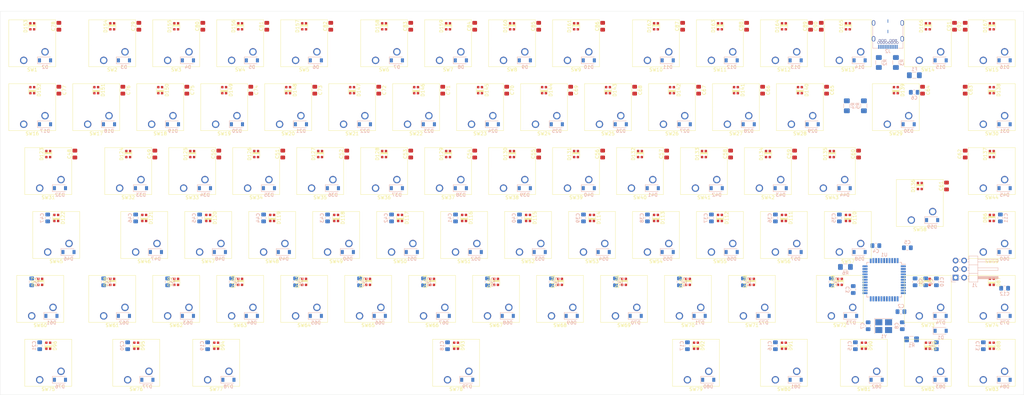
<source format=kicad_pcb>
(kicad_pcb (version 20171130) (host pcbnew 5.1.5+dfsg1-2build2)

  (general
    (thickness 1.6)
    (drawings 4)
    (tracks 0)
    (zones 0)
    (modules 353)
    (nets 215)
  )

  (page A3)
  (layers
    (0 F.Cu signal)
    (31 B.Cu signal)
    (32 B.Adhes user)
    (33 F.Adhes user)
    (34 B.Paste user)
    (35 F.Paste user)
    (36 B.SilkS user)
    (37 F.SilkS user)
    (38 B.Mask user)
    (39 F.Mask user)
    (40 Dwgs.User user)
    (41 Cmts.User user)
    (42 Eco1.User user)
    (43 Eco2.User user)
    (44 Edge.Cuts user)
    (45 Margin user)
    (46 B.CrtYd user)
    (47 F.CrtYd user)
    (48 B.Fab user)
    (49 F.Fab user)
  )

  (setup
    (last_trace_width 0.25)
    (trace_clearance 0.2)
    (zone_clearance 0.508)
    (zone_45_only no)
    (trace_min 0.2)
    (via_size 0.8)
    (via_drill 0.4)
    (via_min_size 0.6)
    (via_min_drill 0.3)
    (uvia_size 0.3)
    (uvia_drill 0.1)
    (uvias_allowed no)
    (uvia_min_size 0.2)
    (uvia_min_drill 0.1)
    (edge_width 0.05)
    (segment_width 0.2)
    (pcb_text_width 0.3)
    (pcb_text_size 1.5 1.5)
    (mod_edge_width 0.12)
    (mod_text_size 1 1)
    (mod_text_width 0.15)
    (pad_size 1.524 1.524)
    (pad_drill 0.762)
    (pad_to_mask_clearance 0.051)
    (solder_mask_min_width 0.25)
    (aux_axis_origin 0 0)
    (visible_elements FFFFF77F)
    (pcbplotparams
      (layerselection 0x010fc_ffffffff)
      (usegerberextensions false)
      (usegerberattributes false)
      (usegerberadvancedattributes false)
      (creategerberjobfile false)
      (excludeedgelayer true)
      (linewidth 0.100000)
      (plotframeref false)
      (viasonmask false)
      (mode 1)
      (useauxorigin false)
      (hpglpennumber 1)
      (hpglpenspeed 20)
      (hpglpendiameter 15.000000)
      (psnegative false)
      (psa4output false)
      (plotreference true)
      (plotvalue true)
      (plotinvisibletext false)
      (padsonsilk false)
      (subtractmaskfromsilk false)
      (outputformat 1)
      (mirror false)
      (drillshape 1)
      (scaleselection 1)
      (outputdirectory ""))
  )

  (net 0 "")
  (net 1 GND)
  (net 2 +5V)
  (net 3 "Net-(C7-Pad1)")
  (net 4 "Net-(C8-Pad2)")
  (net 5 "Net-(C9-Pad1)")
  (net 6 RST)
  (net 7 ROW0)
  (net 8 "Net-(D2-Pad2)")
  (net 9 "Net-(D3-Pad2)")
  (net 10 "Net-(D4-Pad2)")
  (net 11 "Net-(D5-Pad2)")
  (net 12 "Net-(D6-Pad2)")
  (net 13 "Net-(D7-Pad2)")
  (net 14 "Net-(D8-Pad2)")
  (net 15 "Net-(D9-Pad2)")
  (net 16 "Net-(D10-Pad2)")
  (net 17 "Net-(D11-Pad2)")
  (net 18 "Net-(D12-Pad2)")
  (net 19 "Net-(D13-Pad2)")
  (net 20 "Net-(D14-Pad2)")
  (net 21 "Net-(D15-Pad2)")
  (net 22 "Net-(D16-Pad2)")
  (net 23 ROW1)
  (net 24 "Net-(D17-Pad2)")
  (net 25 "Net-(D18-Pad2)")
  (net 26 "Net-(D19-Pad2)")
  (net 27 "Net-(D20-Pad2)")
  (net 28 "Net-(D21-Pad2)")
  (net 29 "Net-(D22-Pad2)")
  (net 30 "Net-(D23-Pad2)")
  (net 31 "Net-(D24-Pad2)")
  (net 32 "Net-(D25-Pad2)")
  (net 33 "Net-(D26-Pad2)")
  (net 34 "Net-(D27-Pad2)")
  (net 35 "Net-(D28-Pad2)")
  (net 36 "Net-(D29-Pad2)")
  (net 37 "Net-(D30-Pad2)")
  (net 38 "Net-(D31-Pad2)")
  (net 39 "Net-(D32-Pad2)")
  (net 40 ROW2)
  (net 41 "Net-(D33-Pad2)")
  (net 42 "Net-(D34-Pad2)")
  (net 43 "Net-(D35-Pad2)")
  (net 44 "Net-(D36-Pad2)")
  (net 45 "Net-(D37-Pad2)")
  (net 46 "Net-(D38-Pad2)")
  (net 47 "Net-(D39-Pad2)")
  (net 48 "Net-(D40-Pad2)")
  (net 49 "Net-(D41-Pad2)")
  (net 50 "Net-(D42-Pad2)")
  (net 51 "Net-(D43-Pad2)")
  (net 52 "Net-(D44-Pad2)")
  (net 53 "Net-(D45-Pad2)")
  (net 54 "Net-(D46-Pad2)")
  (net 55 ROW3)
  (net 56 "Net-(D47-Pad2)")
  (net 57 "Net-(D48-Pad2)")
  (net 58 "Net-(D49-Pad2)")
  (net 59 "Net-(D50-Pad2)")
  (net 60 "Net-(D51-Pad2)")
  (net 61 "Net-(D52-Pad2)")
  (net 62 "Net-(D53-Pad2)")
  (net 63 "Net-(D54-Pad2)")
  (net 64 "Net-(D55-Pad2)")
  (net 65 "Net-(D56-Pad2)")
  (net 66 "Net-(D57-Pad2)")
  (net 67 "Net-(D58-Pad2)")
  (net 68 "Net-(D59-Pad2)")
  (net 69 "Net-(D60-Pad2)")
  (net 70 ROW4)
  (net 71 "Net-(D61-Pad2)")
  (net 72 "Net-(D62-Pad2)")
  (net 73 "Net-(D63-Pad2)")
  (net 74 "Net-(D64-Pad2)")
  (net 75 "Net-(D65-Pad2)")
  (net 76 "Net-(D66-Pad2)")
  (net 77 "Net-(D67-Pad2)")
  (net 78 "Net-(D68-Pad2)")
  (net 79 "Net-(D69-Pad2)")
  (net 80 "Net-(D70-Pad2)")
  (net 81 "Net-(D71-Pad2)")
  (net 82 "Net-(D72-Pad2)")
  (net 83 "Net-(D73-Pad2)")
  (net 84 "Net-(D74-Pad2)")
  (net 85 "Net-(D75-Pad2)")
  (net 86 ROW5)
  (net 87 "Net-(D76-Pad2)")
  (net 88 "Net-(D77-Pad2)")
  (net 89 "Net-(D78-Pad2)")
  (net 90 "Net-(D79-Pad2)")
  (net 91 "Net-(D80-Pad2)")
  (net 92 "Net-(D81-Pad2)")
  (net 93 "Net-(D82-Pad2)")
  (net 94 "Net-(D83-Pad2)")
  (net 95 "Net-(D84-Pad2)")
  (net 96 "Net-(D85-Pad2)")
  (net 97 DIN)
  (net 98 "Net-(D86-Pad2)")
  (net 99 "Net-(D87-Pad2)")
  (net 100 "Net-(D88-Pad2)")
  (net 101 "Net-(D89-Pad2)")
  (net 102 "Net-(D90-Pad2)")
  (net 103 "Net-(D91-Pad2)")
  (net 104 "Net-(D92-Pad2)")
  (net 105 "Net-(D93-Pad2)")
  (net 106 "Net-(D94-Pad2)")
  (net 107 "Net-(D95-Pad2)")
  (net 108 "Net-(D96-Pad2)")
  (net 109 "Net-(D97-Pad2)")
  (net 110 "Net-(D98-Pad2)")
  (net 111 "Net-(D100-Pad4)")
  (net 112 "Net-(D100-Pad2)")
  (net 113 "Net-(D101-Pad2)")
  (net 114 "Net-(D102-Pad2)")
  (net 115 "Net-(D103-Pad2)")
  (net 116 "Net-(D104-Pad2)")
  (net 117 "Net-(D105-Pad2)")
  (net 118 "Net-(D106-Pad2)")
  (net 119 "Net-(D107-Pad2)")
  (net 120 "Net-(D108-Pad2)")
  (net 121 "Net-(D109-Pad2)")
  (net 122 "Net-(D110-Pad2)")
  (net 123 "Net-(D111-Pad2)")
  (net 124 "Net-(D112-Pad2)")
  (net 125 "Net-(D113-Pad2)")
  (net 126 "Net-(D114-Pad2)")
  (net 127 "Net-(D115-Pad2)")
  (net 128 "Net-(D116-Pad2)")
  (net 129 "Net-(D117-Pad2)")
  (net 130 "Net-(D118-Pad2)")
  (net 131 "Net-(D119-Pad2)")
  (net 132 "Net-(D120-Pad2)")
  (net 133 "Net-(D121-Pad2)")
  (net 134 "Net-(D122-Pad2)")
  (net 135 "Net-(D123-Pad2)")
  (net 136 "Net-(D124-Pad2)")
  (net 137 "Net-(D125-Pad2)")
  (net 138 "Net-(D126-Pad2)")
  (net 139 "Net-(D127-Pad2)")
  (net 140 "Net-(D128-Pad2)")
  (net 141 "Net-(D129-Pad2)")
  (net 142 "Net-(D130-Pad2)")
  (net 143 "Net-(D131-Pad2)")
  (net 144 "Net-(D132-Pad2)")
  (net 145 "Net-(D133-Pad2)")
  (net 146 "Net-(D134-Pad2)")
  (net 147 "Net-(D135-Pad2)")
  (net 148 "Net-(D136-Pad2)")
  (net 149 "Net-(D137-Pad2)")
  (net 150 "Net-(D138-Pad2)")
  (net 151 "Net-(D139-Pad2)")
  (net 152 "Net-(D140-Pad2)")
  (net 153 "Net-(D141-Pad2)")
  (net 154 "Net-(D142-Pad2)")
  (net 155 "Net-(D143-Pad2)")
  (net 156 "Net-(D144-Pad2)")
  (net 157 "Net-(D145-Pad2)")
  (net 158 "Net-(D146-Pad2)")
  (net 159 "Net-(D147-Pad2)")
  (net 160 "Net-(D148-Pad2)")
  (net 161 "Net-(D149-Pad2)")
  (net 162 "Net-(D150-Pad2)")
  (net 163 "Net-(D151-Pad2)")
  (net 164 "Net-(D152-Pad2)")
  (net 165 "Net-(D153-Pad2)")
  (net 166 "Net-(D154-Pad2)")
  (net 167 "Net-(D155-Pad2)")
  (net 168 "Net-(D156-Pad2)")
  (net 169 "Net-(D157-Pad2)")
  (net 170 "Net-(D158-Pad2)")
  (net 171 "Net-(D159-Pad2)")
  (net 172 "Net-(D160-Pad2)")
  (net 173 "Net-(D161-Pad2)")
  (net 174 "Net-(D162-Pad2)")
  (net 175 "Net-(D163-Pad2)")
  (net 176 "Net-(D164-Pad2)")
  (net 177 "Net-(D165-Pad2)")
  (net 178 "Net-(D166-Pad2)")
  (net 179 "Net-(D167-Pad2)")
  (net 180 "Net-(F1-Pad2)")
  (net 181 COL02)
  (net 182 COL00)
  (net 183 COL01)
  (net 184 "Net-(J2-PadA11)")
  (net 185 "Net-(J2-PadA10)")
  (net 186 "Net-(J2-PadA8)")
  (net 187 D-)
  (net 188 D+)
  (net 189 "Net-(J2-PadA5)")
  (net 190 "Net-(J2-PadA3)")
  (net 191 "Net-(J2-PadA2)")
  (net 192 "Net-(J2-PadB10)")
  (net 193 "Net-(J2-PadB3)")
  (net 194 "Net-(J2-PadB8)")
  (net 195 "Net-(J2-PadB5)")
  (net 196 "Net-(J2-PadB2)")
  (net 197 "Net-(J2-PadB11)")
  (net 198 "Net-(R6-Pad2)")
  (net 199 COL03)
  (net 200 COL04)
  (net 201 COL06)
  (net 202 COL07)
  (net 203 COL08)
  (net 204 COL09)
  (net 205 COL10)
  (net 206 COL11)
  (net 207 COL12)
  (net 208 COL13)
  (net 209 COL14)
  (net 210 COL15)
  (net 211 COL05)
  (net 212 "Net-(U1-Pad1)")
  (net 213 "Net-(U1-Pad8)")
  (net 214 "Net-(U1-Pad42)")

  (net_class Default "Dies ist die voreingestellte Netzklasse."
    (clearance 0.2)
    (trace_width 0.25)
    (via_dia 0.8)
    (via_drill 0.4)
    (uvia_dia 0.3)
    (uvia_drill 0.1)
    (add_net +5V)
    (add_net COL00)
    (add_net COL01)
    (add_net COL02)
    (add_net COL03)
    (add_net COL04)
    (add_net COL05)
    (add_net COL06)
    (add_net COL07)
    (add_net COL08)
    (add_net COL09)
    (add_net COL10)
    (add_net COL11)
    (add_net COL12)
    (add_net COL13)
    (add_net COL14)
    (add_net COL15)
    (add_net D+)
    (add_net D-)
    (add_net DIN)
    (add_net GND)
    (add_net "Net-(C7-Pad1)")
    (add_net "Net-(C8-Pad2)")
    (add_net "Net-(C9-Pad1)")
    (add_net "Net-(D10-Pad2)")
    (add_net "Net-(D100-Pad2)")
    (add_net "Net-(D100-Pad4)")
    (add_net "Net-(D101-Pad2)")
    (add_net "Net-(D102-Pad2)")
    (add_net "Net-(D103-Pad2)")
    (add_net "Net-(D104-Pad2)")
    (add_net "Net-(D105-Pad2)")
    (add_net "Net-(D106-Pad2)")
    (add_net "Net-(D107-Pad2)")
    (add_net "Net-(D108-Pad2)")
    (add_net "Net-(D109-Pad2)")
    (add_net "Net-(D11-Pad2)")
    (add_net "Net-(D110-Pad2)")
    (add_net "Net-(D111-Pad2)")
    (add_net "Net-(D112-Pad2)")
    (add_net "Net-(D113-Pad2)")
    (add_net "Net-(D114-Pad2)")
    (add_net "Net-(D115-Pad2)")
    (add_net "Net-(D116-Pad2)")
    (add_net "Net-(D117-Pad2)")
    (add_net "Net-(D118-Pad2)")
    (add_net "Net-(D119-Pad2)")
    (add_net "Net-(D12-Pad2)")
    (add_net "Net-(D120-Pad2)")
    (add_net "Net-(D121-Pad2)")
    (add_net "Net-(D122-Pad2)")
    (add_net "Net-(D123-Pad2)")
    (add_net "Net-(D124-Pad2)")
    (add_net "Net-(D125-Pad2)")
    (add_net "Net-(D126-Pad2)")
    (add_net "Net-(D127-Pad2)")
    (add_net "Net-(D128-Pad2)")
    (add_net "Net-(D129-Pad2)")
    (add_net "Net-(D13-Pad2)")
    (add_net "Net-(D130-Pad2)")
    (add_net "Net-(D131-Pad2)")
    (add_net "Net-(D132-Pad2)")
    (add_net "Net-(D133-Pad2)")
    (add_net "Net-(D134-Pad2)")
    (add_net "Net-(D135-Pad2)")
    (add_net "Net-(D136-Pad2)")
    (add_net "Net-(D137-Pad2)")
    (add_net "Net-(D138-Pad2)")
    (add_net "Net-(D139-Pad2)")
    (add_net "Net-(D14-Pad2)")
    (add_net "Net-(D140-Pad2)")
    (add_net "Net-(D141-Pad2)")
    (add_net "Net-(D142-Pad2)")
    (add_net "Net-(D143-Pad2)")
    (add_net "Net-(D144-Pad2)")
    (add_net "Net-(D145-Pad2)")
    (add_net "Net-(D146-Pad2)")
    (add_net "Net-(D147-Pad2)")
    (add_net "Net-(D148-Pad2)")
    (add_net "Net-(D149-Pad2)")
    (add_net "Net-(D15-Pad2)")
    (add_net "Net-(D150-Pad2)")
    (add_net "Net-(D151-Pad2)")
    (add_net "Net-(D152-Pad2)")
    (add_net "Net-(D153-Pad2)")
    (add_net "Net-(D154-Pad2)")
    (add_net "Net-(D155-Pad2)")
    (add_net "Net-(D156-Pad2)")
    (add_net "Net-(D157-Pad2)")
    (add_net "Net-(D158-Pad2)")
    (add_net "Net-(D159-Pad2)")
    (add_net "Net-(D16-Pad2)")
    (add_net "Net-(D160-Pad2)")
    (add_net "Net-(D161-Pad2)")
    (add_net "Net-(D162-Pad2)")
    (add_net "Net-(D163-Pad2)")
    (add_net "Net-(D164-Pad2)")
    (add_net "Net-(D165-Pad2)")
    (add_net "Net-(D166-Pad2)")
    (add_net "Net-(D167-Pad2)")
    (add_net "Net-(D17-Pad2)")
    (add_net "Net-(D18-Pad2)")
    (add_net "Net-(D19-Pad2)")
    (add_net "Net-(D2-Pad2)")
    (add_net "Net-(D20-Pad2)")
    (add_net "Net-(D21-Pad2)")
    (add_net "Net-(D22-Pad2)")
    (add_net "Net-(D23-Pad2)")
    (add_net "Net-(D24-Pad2)")
    (add_net "Net-(D25-Pad2)")
    (add_net "Net-(D26-Pad2)")
    (add_net "Net-(D27-Pad2)")
    (add_net "Net-(D28-Pad2)")
    (add_net "Net-(D29-Pad2)")
    (add_net "Net-(D3-Pad2)")
    (add_net "Net-(D30-Pad2)")
    (add_net "Net-(D31-Pad2)")
    (add_net "Net-(D32-Pad2)")
    (add_net "Net-(D33-Pad2)")
    (add_net "Net-(D34-Pad2)")
    (add_net "Net-(D35-Pad2)")
    (add_net "Net-(D36-Pad2)")
    (add_net "Net-(D37-Pad2)")
    (add_net "Net-(D38-Pad2)")
    (add_net "Net-(D39-Pad2)")
    (add_net "Net-(D4-Pad2)")
    (add_net "Net-(D40-Pad2)")
    (add_net "Net-(D41-Pad2)")
    (add_net "Net-(D42-Pad2)")
    (add_net "Net-(D43-Pad2)")
    (add_net "Net-(D44-Pad2)")
    (add_net "Net-(D45-Pad2)")
    (add_net "Net-(D46-Pad2)")
    (add_net "Net-(D47-Pad2)")
    (add_net "Net-(D48-Pad2)")
    (add_net "Net-(D49-Pad2)")
    (add_net "Net-(D5-Pad2)")
    (add_net "Net-(D50-Pad2)")
    (add_net "Net-(D51-Pad2)")
    (add_net "Net-(D52-Pad2)")
    (add_net "Net-(D53-Pad2)")
    (add_net "Net-(D54-Pad2)")
    (add_net "Net-(D55-Pad2)")
    (add_net "Net-(D56-Pad2)")
    (add_net "Net-(D57-Pad2)")
    (add_net "Net-(D58-Pad2)")
    (add_net "Net-(D59-Pad2)")
    (add_net "Net-(D6-Pad2)")
    (add_net "Net-(D60-Pad2)")
    (add_net "Net-(D61-Pad2)")
    (add_net "Net-(D62-Pad2)")
    (add_net "Net-(D63-Pad2)")
    (add_net "Net-(D64-Pad2)")
    (add_net "Net-(D65-Pad2)")
    (add_net "Net-(D66-Pad2)")
    (add_net "Net-(D67-Pad2)")
    (add_net "Net-(D68-Pad2)")
    (add_net "Net-(D69-Pad2)")
    (add_net "Net-(D7-Pad2)")
    (add_net "Net-(D70-Pad2)")
    (add_net "Net-(D71-Pad2)")
    (add_net "Net-(D72-Pad2)")
    (add_net "Net-(D73-Pad2)")
    (add_net "Net-(D74-Pad2)")
    (add_net "Net-(D75-Pad2)")
    (add_net "Net-(D76-Pad2)")
    (add_net "Net-(D77-Pad2)")
    (add_net "Net-(D78-Pad2)")
    (add_net "Net-(D79-Pad2)")
    (add_net "Net-(D8-Pad2)")
    (add_net "Net-(D80-Pad2)")
    (add_net "Net-(D81-Pad2)")
    (add_net "Net-(D82-Pad2)")
    (add_net "Net-(D83-Pad2)")
    (add_net "Net-(D84-Pad2)")
    (add_net "Net-(D85-Pad2)")
    (add_net "Net-(D86-Pad2)")
    (add_net "Net-(D87-Pad2)")
    (add_net "Net-(D88-Pad2)")
    (add_net "Net-(D89-Pad2)")
    (add_net "Net-(D9-Pad2)")
    (add_net "Net-(D90-Pad2)")
    (add_net "Net-(D91-Pad2)")
    (add_net "Net-(D92-Pad2)")
    (add_net "Net-(D93-Pad2)")
    (add_net "Net-(D94-Pad2)")
    (add_net "Net-(D95-Pad2)")
    (add_net "Net-(D96-Pad2)")
    (add_net "Net-(D97-Pad2)")
    (add_net "Net-(D98-Pad2)")
    (add_net "Net-(F1-Pad2)")
    (add_net "Net-(J2-PadA10)")
    (add_net "Net-(J2-PadA11)")
    (add_net "Net-(J2-PadA2)")
    (add_net "Net-(J2-PadA3)")
    (add_net "Net-(J2-PadA5)")
    (add_net "Net-(J2-PadA8)")
    (add_net "Net-(J2-PadB10)")
    (add_net "Net-(J2-PadB11)")
    (add_net "Net-(J2-PadB2)")
    (add_net "Net-(J2-PadB3)")
    (add_net "Net-(J2-PadB5)")
    (add_net "Net-(J2-PadB8)")
    (add_net "Net-(R6-Pad2)")
    (add_net "Net-(U1-Pad1)")
    (add_net "Net-(U1-Pad42)")
    (add_net "Net-(U1-Pad8)")
    (add_net ROW0)
    (add_net ROW1)
    (add_net ROW2)
    (add_net ROW3)
    (add_net ROW4)
    (add_net ROW5)
    (add_net RST)
  )

  (module kezboard-pcb:LED_WS2812_2020 (layer F.Cu) (tedit 5F1C4B34) (tstamp 5F1B709E)
    (at 314.325 118.745 90)
    (descr https://www.peace-corp.co.jp/data/WS2812-2020_V1.0_EN.pdf)
    (path /5F949B9C/5F9E7A8D)
    (fp_text reference D85 (at 0 -2 90) (layer F.SilkS)
      (effects (font (size 1 1) (thickness 0.15)))
    )
    (fp_text value WS2812B (at 0 2 90) (layer F.Fab)
      (effects (font (size 1 1) (thickness 0.15)))
    )
    (fp_poly (pts (xy 0.45 0.9) (xy 0.05 0.9) (xy 0.05 -0.9) (xy 0.45 -0.9)) (layer F.SilkS) (width 0.1))
    (fp_line (start 1.1 1.11) (end -1.1 1.11) (layer F.SilkS) (width 0.12))
    (fp_line (start -1.1 -1.11) (end 1.1 -1.11) (layer F.SilkS) (width 0.12))
    (fp_text user %R (at 0 0 90) (layer F.Fab)
      (effects (font (size 0.5 0.5) (thickness 0.1)))
    )
    (fp_line (start -1.1 1) (end -1.1 -1) (layer F.Fab) (width 0.1))
    (fp_line (start 1.1 1) (end -1.1 1) (layer F.Fab) (width 0.1))
    (fp_line (start 1.1 -1) (end 1.1 1) (layer F.Fab) (width 0.1))
    (fp_line (start -1.1 -1) (end 1.1 -1) (layer F.Fab) (width 0.1))
    (pad 1 smd rect (at -0.9015 0.55 90) (size 0.7 0.7) (layers F.Cu F.Paste F.Mask)
      (net 2 +5V))
    (pad 4 smd rect (at -0.9015 -0.55 90) (size 0.7 0.7) (layers F.Cu F.Paste F.Mask)
      (net 97 DIN))
    (pad 3 smd rect (at 0.9015 -0.55 90) (size 0.7 0.7) (layers F.Cu F.Paste F.Mask)
      (net 1 GND))
    (pad 2 smd rect (at 0.9015 0.55 90) (size 0.7 0.7) (layers F.Cu F.Paste F.Mask)
      (net 96 "Net-(D85-Pad2)"))
  )

  (module kezboard-pcb:LED_WS2812_2020 (layer F.Cu) (tedit 5F1C4B34) (tstamp 5F15F975)
    (at 333.375 99.695 90)
    (descr https://www.peace-corp.co.jp/data/WS2812-2020_V1.0_EN.pdf)
    (path /5F949B9C/5FD3F1F5)
    (fp_text reference D86 (at 0 -2 90) (layer F.SilkS)
      (effects (font (size 1 1) (thickness 0.15)))
    )
    (fp_text value WS2812B (at 0 2 90) (layer F.Fab)
      (effects (font (size 1 1) (thickness 0.15)))
    )
    (fp_poly (pts (xy 0.45 0.9) (xy 0.05 0.9) (xy 0.05 -0.9) (xy 0.45 -0.9)) (layer F.SilkS) (width 0.1))
    (fp_line (start 1.1 1.11) (end -1.1 1.11) (layer F.SilkS) (width 0.12))
    (fp_line (start -1.1 -1.11) (end 1.1 -1.11) (layer F.SilkS) (width 0.12))
    (fp_text user %R (at 0 0 90) (layer F.Fab)
      (effects (font (size 0.5 0.5) (thickness 0.1)))
    )
    (fp_line (start -1.1 1) (end -1.1 -1) (layer F.Fab) (width 0.1))
    (fp_line (start 1.1 1) (end -1.1 1) (layer F.Fab) (width 0.1))
    (fp_line (start 1.1 -1) (end 1.1 1) (layer F.Fab) (width 0.1))
    (fp_line (start -1.1 -1) (end 1.1 -1) (layer F.Fab) (width 0.1))
    (pad 1 smd rect (at -0.9015 0.55 90) (size 0.7 0.7) (layers F.Cu F.Paste F.Mask)
      (net 2 +5V))
    (pad 4 smd rect (at -0.9015 -0.55 90) (size 0.7 0.7) (layers F.Cu F.Paste F.Mask)
      (net 96 "Net-(D85-Pad2)"))
    (pad 3 smd rect (at 0.9015 -0.55 90) (size 0.7 0.7) (layers F.Cu F.Paste F.Mask)
      (net 1 GND))
    (pad 2 smd rect (at 0.9015 0.55 90) (size 0.7 0.7) (layers F.Cu F.Paste F.Mask)
      (net 98 "Net-(D86-Pad2)"))
  )

  (module kezboard-pcb:LED_WS2812_2020 (layer F.Cu) (tedit 5F1C4B34) (tstamp 5F1B738A)
    (at 333.375 118.745 270)
    (descr https://www.peace-corp.co.jp/data/WS2812-2020_V1.0_EN.pdf)
    (path /5F949B9C/5FD40FA8)
    (fp_text reference D87 (at 0 -2 90) (layer F.SilkS)
      (effects (font (size 1 1) (thickness 0.15)))
    )
    (fp_text value WS2812B (at 0 2 90) (layer F.Fab)
      (effects (font (size 1 1) (thickness 0.15)))
    )
    (fp_poly (pts (xy 0.45 0.9) (xy 0.05 0.9) (xy 0.05 -0.9) (xy 0.45 -0.9)) (layer F.SilkS) (width 0.1))
    (fp_line (start 1.1 1.11) (end -1.1 1.11) (layer F.SilkS) (width 0.12))
    (fp_line (start -1.1 -1.11) (end 1.1 -1.11) (layer F.SilkS) (width 0.12))
    (fp_text user %R (at 0 0 90) (layer F.Fab)
      (effects (font (size 0.5 0.5) (thickness 0.1)))
    )
    (fp_line (start -1.1 1) (end -1.1 -1) (layer F.Fab) (width 0.1))
    (fp_line (start 1.1 1) (end -1.1 1) (layer F.Fab) (width 0.1))
    (fp_line (start 1.1 -1) (end 1.1 1) (layer F.Fab) (width 0.1))
    (fp_line (start -1.1 -1) (end 1.1 -1) (layer F.Fab) (width 0.1))
    (pad 1 smd rect (at -0.9015 0.55 270) (size 0.7 0.7) (layers F.Cu F.Paste F.Mask)
      (net 2 +5V))
    (pad 4 smd rect (at -0.9015 -0.55 270) (size 0.7 0.7) (layers F.Cu F.Paste F.Mask)
      (net 98 "Net-(D86-Pad2)"))
    (pad 3 smd rect (at 0.9015 -0.55 270) (size 0.7 0.7) (layers F.Cu F.Paste F.Mask)
      (net 1 GND))
    (pad 2 smd rect (at 0.9015 0.55 270) (size 0.7 0.7) (layers F.Cu F.Paste F.Mask)
      (net 99 "Net-(D87-Pad2)"))
  )

  (module kezboard-pcb:LED_WS2812_2020 (layer F.Cu) (tedit 5F1C4B34) (tstamp 5F15F993)
    (at 333.375 137.795 270)
    (descr https://www.peace-corp.co.jp/data/WS2812-2020_V1.0_EN.pdf)
    (path /5F949B9C/5FD423CF)
    (fp_text reference D88 (at 0 -2 90) (layer F.SilkS)
      (effects (font (size 1 1) (thickness 0.15)))
    )
    (fp_text value WS2812B (at 0 2 90) (layer F.Fab)
      (effects (font (size 1 1) (thickness 0.15)))
    )
    (fp_poly (pts (xy 0.45 0.9) (xy 0.05 0.9) (xy 0.05 -0.9) (xy 0.45 -0.9)) (layer F.SilkS) (width 0.1))
    (fp_line (start 1.1 1.11) (end -1.1 1.11) (layer F.SilkS) (width 0.12))
    (fp_line (start -1.1 -1.11) (end 1.1 -1.11) (layer F.SilkS) (width 0.12))
    (fp_text user %R (at 0 0 90) (layer F.Fab)
      (effects (font (size 0.5 0.5) (thickness 0.1)))
    )
    (fp_line (start -1.1 1) (end -1.1 -1) (layer F.Fab) (width 0.1))
    (fp_line (start 1.1 1) (end -1.1 1) (layer F.Fab) (width 0.1))
    (fp_line (start 1.1 -1) (end 1.1 1) (layer F.Fab) (width 0.1))
    (fp_line (start -1.1 -1) (end 1.1 -1) (layer F.Fab) (width 0.1))
    (pad 1 smd rect (at -0.9015 0.55 270) (size 0.7 0.7) (layers F.Cu F.Paste F.Mask)
      (net 2 +5V))
    (pad 4 smd rect (at -0.9015 -0.55 270) (size 0.7 0.7) (layers F.Cu F.Paste F.Mask)
      (net 99 "Net-(D87-Pad2)"))
    (pad 3 smd rect (at 0.9015 -0.55 270) (size 0.7 0.7) (layers F.Cu F.Paste F.Mask)
      (net 1 GND))
    (pad 2 smd rect (at 0.9015 0.55 270) (size 0.7 0.7) (layers F.Cu F.Paste F.Mask)
      (net 100 "Net-(D88-Pad2)"))
  )

  (module kezboard-pcb:LED_WS2812_2020 (layer F.Cu) (tedit 5F1C4B34) (tstamp 5F15F9A2)
    (at 314.325 137.795 270)
    (descr https://www.peace-corp.co.jp/data/WS2812-2020_V1.0_EN.pdf)
    (path /5F949B9C/5FD43994)
    (fp_text reference D89 (at 0 -2 90) (layer F.SilkS)
      (effects (font (size 1 1) (thickness 0.15)))
    )
    (fp_text value WS2812B (at 0 2 90) (layer F.Fab)
      (effects (font (size 1 1) (thickness 0.15)))
    )
    (fp_poly (pts (xy 0.45 0.9) (xy 0.05 0.9) (xy 0.05 -0.9) (xy 0.45 -0.9)) (layer F.SilkS) (width 0.1))
    (fp_line (start 1.1 1.11) (end -1.1 1.11) (layer F.SilkS) (width 0.12))
    (fp_line (start -1.1 -1.11) (end 1.1 -1.11) (layer F.SilkS) (width 0.12))
    (fp_text user %R (at 0 0 90) (layer F.Fab)
      (effects (font (size 0.5 0.5) (thickness 0.1)))
    )
    (fp_line (start -1.1 1) (end -1.1 -1) (layer F.Fab) (width 0.1))
    (fp_line (start 1.1 1) (end -1.1 1) (layer F.Fab) (width 0.1))
    (fp_line (start 1.1 -1) (end 1.1 1) (layer F.Fab) (width 0.1))
    (fp_line (start -1.1 -1) (end 1.1 -1) (layer F.Fab) (width 0.1))
    (pad 1 smd rect (at -0.9015 0.55 270) (size 0.7 0.7) (layers F.Cu F.Paste F.Mask)
      (net 2 +5V))
    (pad 4 smd rect (at -0.9015 -0.55 270) (size 0.7 0.7) (layers F.Cu F.Paste F.Mask)
      (net 100 "Net-(D88-Pad2)"))
    (pad 3 smd rect (at 0.9015 -0.55 270) (size 0.7 0.7) (layers F.Cu F.Paste F.Mask)
      (net 1 GND))
    (pad 2 smd rect (at 0.9015 0.55 270) (size 0.7 0.7) (layers F.Cu F.Paste F.Mask)
      (net 101 "Net-(D89-Pad2)"))
  )

  (module kezboard-pcb:LED_WS2812_2020 (layer F.Cu) (tedit 5F1C4B34) (tstamp 5F15F9B1)
    (at 295.275 137.795 270)
    (descr https://www.peace-corp.co.jp/data/WS2812-2020_V1.0_EN.pdf)
    (path /5F949B9C/5F62CAD6)
    (fp_text reference D90 (at 0 -2 90) (layer F.SilkS)
      (effects (font (size 1 1) (thickness 0.15)))
    )
    (fp_text value WS2812B (at 0 2 90) (layer F.Fab)
      (effects (font (size 1 1) (thickness 0.15)))
    )
    (fp_poly (pts (xy 0.45 0.9) (xy 0.05 0.9) (xy 0.05 -0.9) (xy 0.45 -0.9)) (layer F.SilkS) (width 0.1))
    (fp_line (start 1.1 1.11) (end -1.1 1.11) (layer F.SilkS) (width 0.12))
    (fp_line (start -1.1 -1.11) (end 1.1 -1.11) (layer F.SilkS) (width 0.12))
    (fp_text user %R (at 0 0 90) (layer F.Fab)
      (effects (font (size 0.5 0.5) (thickness 0.1)))
    )
    (fp_line (start -1.1 1) (end -1.1 -1) (layer F.Fab) (width 0.1))
    (fp_line (start 1.1 1) (end -1.1 1) (layer F.Fab) (width 0.1))
    (fp_line (start 1.1 -1) (end 1.1 1) (layer F.Fab) (width 0.1))
    (fp_line (start -1.1 -1) (end 1.1 -1) (layer F.Fab) (width 0.1))
    (pad 1 smd rect (at -0.9015 0.55 270) (size 0.7 0.7) (layers F.Cu F.Paste F.Mask)
      (net 2 +5V))
    (pad 4 smd rect (at -0.9015 -0.55 270) (size 0.7 0.7) (layers F.Cu F.Paste F.Mask)
      (net 101 "Net-(D89-Pad2)"))
    (pad 3 smd rect (at 0.9015 -0.55 270) (size 0.7 0.7) (layers F.Cu F.Paste F.Mask)
      (net 1 GND))
    (pad 2 smd rect (at 0.9015 0.55 270) (size 0.7 0.7) (layers F.Cu F.Paste F.Mask)
      (net 102 "Net-(D90-Pad2)"))
  )

  (module kezboard-pcb:LED_WS2812_2020 (layer F.Cu) (tedit 5F1C4B34) (tstamp 5F15F9C0)
    (at 271.4625 137.795 270)
    (descr https://www.peace-corp.co.jp/data/WS2812-2020_V1.0_EN.pdf)
    (path /5F949B9C/5F62CAF9)
    (fp_text reference D91 (at 0 -2 90) (layer F.SilkS)
      (effects (font (size 1 1) (thickness 0.15)))
    )
    (fp_text value WS2812B (at 0 2 90) (layer F.Fab)
      (effects (font (size 1 1) (thickness 0.15)))
    )
    (fp_poly (pts (xy 0.45 0.9) (xy 0.05 0.9) (xy 0.05 -0.9) (xy 0.45 -0.9)) (layer F.SilkS) (width 0.1))
    (fp_line (start 1.1 1.11) (end -1.1 1.11) (layer F.SilkS) (width 0.12))
    (fp_line (start -1.1 -1.11) (end 1.1 -1.11) (layer F.SilkS) (width 0.12))
    (fp_text user %R (at 0 0 90) (layer F.Fab)
      (effects (font (size 0.5 0.5) (thickness 0.1)))
    )
    (fp_line (start -1.1 1) (end -1.1 -1) (layer F.Fab) (width 0.1))
    (fp_line (start 1.1 1) (end -1.1 1) (layer F.Fab) (width 0.1))
    (fp_line (start 1.1 -1) (end 1.1 1) (layer F.Fab) (width 0.1))
    (fp_line (start -1.1 -1) (end 1.1 -1) (layer F.Fab) (width 0.1))
    (pad 1 smd rect (at -0.9015 0.55 270) (size 0.7 0.7) (layers F.Cu F.Paste F.Mask)
      (net 2 +5V))
    (pad 4 smd rect (at -0.9015 -0.55 270) (size 0.7 0.7) (layers F.Cu F.Paste F.Mask)
      (net 102 "Net-(D90-Pad2)"))
    (pad 3 smd rect (at 0.9015 -0.55 270) (size 0.7 0.7) (layers F.Cu F.Paste F.Mask)
      (net 1 GND))
    (pad 2 smd rect (at 0.9015 0.55 270) (size 0.7 0.7) (layers F.Cu F.Paste F.Mask)
      (net 103 "Net-(D91-Pad2)"))
  )

  (module kezboard-pcb:LED_WS2812_2020 (layer F.Cu) (tedit 5F1C4B34) (tstamp 5F15F9CF)
    (at 245.26875 137.795 270)
    (descr https://www.peace-corp.co.jp/data/WS2812-2020_V1.0_EN.pdf)
    (path /5F949B9C/5F62CB1C)
    (fp_text reference D92 (at 0 -2 90) (layer F.SilkS)
      (effects (font (size 1 1) (thickness 0.15)))
    )
    (fp_text value WS2812B (at 0 2 90) (layer F.Fab)
      (effects (font (size 1 1) (thickness 0.15)))
    )
    (fp_poly (pts (xy 0.45 0.9) (xy 0.05 0.9) (xy 0.05 -0.9) (xy 0.45 -0.9)) (layer F.SilkS) (width 0.1))
    (fp_line (start 1.1 1.11) (end -1.1 1.11) (layer F.SilkS) (width 0.12))
    (fp_line (start -1.1 -1.11) (end 1.1 -1.11) (layer F.SilkS) (width 0.12))
    (fp_text user %R (at 0 0 90) (layer F.Fab)
      (effects (font (size 0.5 0.5) (thickness 0.1)))
    )
    (fp_line (start -1.1 1) (end -1.1 -1) (layer F.Fab) (width 0.1))
    (fp_line (start 1.1 1) (end -1.1 1) (layer F.Fab) (width 0.1))
    (fp_line (start 1.1 -1) (end 1.1 1) (layer F.Fab) (width 0.1))
    (fp_line (start -1.1 -1) (end 1.1 -1) (layer F.Fab) (width 0.1))
    (pad 1 smd rect (at -0.9015 0.55 270) (size 0.7 0.7) (layers F.Cu F.Paste F.Mask)
      (net 2 +5V))
    (pad 4 smd rect (at -0.9015 -0.55 270) (size 0.7 0.7) (layers F.Cu F.Paste F.Mask)
      (net 103 "Net-(D91-Pad2)"))
    (pad 3 smd rect (at 0.9015 -0.55 270) (size 0.7 0.7) (layers F.Cu F.Paste F.Mask)
      (net 1 GND))
    (pad 2 smd rect (at 0.9015 0.55 270) (size 0.7 0.7) (layers F.Cu F.Paste F.Mask)
      (net 104 "Net-(D92-Pad2)"))
  )

  (module kezboard-pcb:LED_WS2812_2020 (layer F.Cu) (tedit 5F1C4B34) (tstamp 5F15F9DE)
    (at 173.83125 137.795 270)
    (descr https://www.peace-corp.co.jp/data/WS2812-2020_V1.0_EN.pdf)
    (path /5F949B9C/5F62CB3F)
    (fp_text reference D93 (at 0 -2 90) (layer F.SilkS)
      (effects (font (size 1 1) (thickness 0.15)))
    )
    (fp_text value WS2812B (at 0 2 90) (layer F.Fab)
      (effects (font (size 1 1) (thickness 0.15)))
    )
    (fp_poly (pts (xy 0.45 0.9) (xy 0.05 0.9) (xy 0.05 -0.9) (xy 0.45 -0.9)) (layer F.SilkS) (width 0.1))
    (fp_line (start 1.1 1.11) (end -1.1 1.11) (layer F.SilkS) (width 0.12))
    (fp_line (start -1.1 -1.11) (end 1.1 -1.11) (layer F.SilkS) (width 0.12))
    (fp_text user %R (at 0 0 90) (layer F.Fab)
      (effects (font (size 0.5 0.5) (thickness 0.1)))
    )
    (fp_line (start -1.1 1) (end -1.1 -1) (layer F.Fab) (width 0.1))
    (fp_line (start 1.1 1) (end -1.1 1) (layer F.Fab) (width 0.1))
    (fp_line (start 1.1 -1) (end 1.1 1) (layer F.Fab) (width 0.1))
    (fp_line (start -1.1 -1) (end 1.1 -1) (layer F.Fab) (width 0.1))
    (pad 1 smd rect (at -0.9015 0.55 270) (size 0.7 0.7) (layers F.Cu F.Paste F.Mask)
      (net 2 +5V))
    (pad 4 smd rect (at -0.9015 -0.55 270) (size 0.7 0.7) (layers F.Cu F.Paste F.Mask)
      (net 104 "Net-(D92-Pad2)"))
    (pad 3 smd rect (at 0.9015 -0.55 270) (size 0.7 0.7) (layers F.Cu F.Paste F.Mask)
      (net 1 GND))
    (pad 2 smd rect (at 0.9015 0.55 270) (size 0.7 0.7) (layers F.Cu F.Paste F.Mask)
      (net 105 "Net-(D93-Pad2)"))
  )

  (module kezboard-pcb:LED_WS2812_2020 (layer F.Cu) (tedit 5F1C4B34) (tstamp 5F15F9ED)
    (at 102.39375 137.795 270)
    (descr https://www.peace-corp.co.jp/data/WS2812-2020_V1.0_EN.pdf)
    (path /5F949B9C/5F62CB61)
    (fp_text reference D94 (at 0 -2 90) (layer F.SilkS)
      (effects (font (size 1 1) (thickness 0.15)))
    )
    (fp_text value WS2812B (at 0 2 90) (layer F.Fab)
      (effects (font (size 1 1) (thickness 0.15)))
    )
    (fp_poly (pts (xy 0.45 0.9) (xy 0.05 0.9) (xy 0.05 -0.9) (xy 0.45 -0.9)) (layer F.SilkS) (width 0.1))
    (fp_line (start 1.1 1.11) (end -1.1 1.11) (layer F.SilkS) (width 0.12))
    (fp_line (start -1.1 -1.11) (end 1.1 -1.11) (layer F.SilkS) (width 0.12))
    (fp_text user %R (at 0 0 90) (layer F.Fab)
      (effects (font (size 0.5 0.5) (thickness 0.1)))
    )
    (fp_line (start -1.1 1) (end -1.1 -1) (layer F.Fab) (width 0.1))
    (fp_line (start 1.1 1) (end -1.1 1) (layer F.Fab) (width 0.1))
    (fp_line (start 1.1 -1) (end 1.1 1) (layer F.Fab) (width 0.1))
    (fp_line (start -1.1 -1) (end 1.1 -1) (layer F.Fab) (width 0.1))
    (pad 1 smd rect (at -0.9015 0.55 270) (size 0.7 0.7) (layers F.Cu F.Paste F.Mask)
      (net 2 +5V))
    (pad 4 smd rect (at -0.9015 -0.55 270) (size 0.7 0.7) (layers F.Cu F.Paste F.Mask)
      (net 105 "Net-(D93-Pad2)"))
    (pad 3 smd rect (at 0.9015 -0.55 270) (size 0.7 0.7) (layers F.Cu F.Paste F.Mask)
      (net 1 GND))
    (pad 2 smd rect (at 0.9015 0.55 270) (size 0.7 0.7) (layers F.Cu F.Paste F.Mask)
      (net 106 "Net-(D94-Pad2)"))
  )

  (module kezboard-pcb:LED_WS2812_2020 (layer F.Cu) (tedit 5F1C4B34) (tstamp 5F15F9FC)
    (at 78.58125 137.795 270)
    (descr https://www.peace-corp.co.jp/data/WS2812-2020_V1.0_EN.pdf)
    (path /5F949B9C/5F6A6266)
    (fp_text reference D95 (at 0 -2 90) (layer F.SilkS)
      (effects (font (size 1 1) (thickness 0.15)))
    )
    (fp_text value WS2812B (at 0 2 90) (layer F.Fab)
      (effects (font (size 1 1) (thickness 0.15)))
    )
    (fp_poly (pts (xy 0.45 0.9) (xy 0.05 0.9) (xy 0.05 -0.9) (xy 0.45 -0.9)) (layer F.SilkS) (width 0.1))
    (fp_line (start 1.1 1.11) (end -1.1 1.11) (layer F.SilkS) (width 0.12))
    (fp_line (start -1.1 -1.11) (end 1.1 -1.11) (layer F.SilkS) (width 0.12))
    (fp_text user %R (at 0 0 90) (layer F.Fab)
      (effects (font (size 0.5 0.5) (thickness 0.1)))
    )
    (fp_line (start -1.1 1) (end -1.1 -1) (layer F.Fab) (width 0.1))
    (fp_line (start 1.1 1) (end -1.1 1) (layer F.Fab) (width 0.1))
    (fp_line (start 1.1 -1) (end 1.1 1) (layer F.Fab) (width 0.1))
    (fp_line (start -1.1 -1) (end 1.1 -1) (layer F.Fab) (width 0.1))
    (pad 1 smd rect (at -0.9015 0.55 270) (size 0.7 0.7) (layers F.Cu F.Paste F.Mask)
      (net 2 +5V))
    (pad 4 smd rect (at -0.9015 -0.55 270) (size 0.7 0.7) (layers F.Cu F.Paste F.Mask)
      (net 106 "Net-(D94-Pad2)"))
    (pad 3 smd rect (at 0.9015 -0.55 270) (size 0.7 0.7) (layers F.Cu F.Paste F.Mask)
      (net 1 GND))
    (pad 2 smd rect (at 0.9015 0.55 270) (size 0.7 0.7) (layers F.Cu F.Paste F.Mask)
      (net 107 "Net-(D95-Pad2)"))
  )

  (module kezboard-pcb:LED_WS2812_2020 (layer F.Cu) (tedit 5F1C4B34) (tstamp 5F15FA0B)
    (at 52.3875 137.795 270)
    (descr https://www.peace-corp.co.jp/data/WS2812-2020_V1.0_EN.pdf)
    (path /5F949B9C/5F6A6289)
    (fp_text reference D96 (at 0 -2 90) (layer F.SilkS)
      (effects (font (size 1 1) (thickness 0.15)))
    )
    (fp_text value WS2812B (at 0 2 90) (layer F.Fab)
      (effects (font (size 1 1) (thickness 0.15)))
    )
    (fp_poly (pts (xy 0.45 0.9) (xy 0.05 0.9) (xy 0.05 -0.9) (xy 0.45 -0.9)) (layer F.SilkS) (width 0.1))
    (fp_line (start 1.1 1.11) (end -1.1 1.11) (layer F.SilkS) (width 0.12))
    (fp_line (start -1.1 -1.11) (end 1.1 -1.11) (layer F.SilkS) (width 0.12))
    (fp_text user %R (at 0 0 90) (layer F.Fab)
      (effects (font (size 0.5 0.5) (thickness 0.1)))
    )
    (fp_line (start -1.1 1) (end -1.1 -1) (layer F.Fab) (width 0.1))
    (fp_line (start 1.1 1) (end -1.1 1) (layer F.Fab) (width 0.1))
    (fp_line (start 1.1 -1) (end 1.1 1) (layer F.Fab) (width 0.1))
    (fp_line (start -1.1 -1) (end 1.1 -1) (layer F.Fab) (width 0.1))
    (pad 1 smd rect (at -0.9015 0.55 270) (size 0.7 0.7) (layers F.Cu F.Paste F.Mask)
      (net 2 +5V))
    (pad 4 smd rect (at -0.9015 -0.55 270) (size 0.7 0.7) (layers F.Cu F.Paste F.Mask)
      (net 107 "Net-(D95-Pad2)"))
    (pad 3 smd rect (at 0.9015 -0.55 270) (size 0.7 0.7) (layers F.Cu F.Paste F.Mask)
      (net 1 GND))
    (pad 2 smd rect (at 0.9015 0.55 270) (size 0.7 0.7) (layers F.Cu F.Paste F.Mask)
      (net 108 "Net-(D96-Pad2)"))
  )

  (module kezboard-pcb:LED_WS2812_2020 (layer F.Cu) (tedit 5F1C4B34) (tstamp 5F15FA1A)
    (at 50.00625 118.745 90)
    (descr https://www.peace-corp.co.jp/data/WS2812-2020_V1.0_EN.pdf)
    (path /5F949B9C/5F6A62AC)
    (fp_text reference D97 (at 0 -2 90) (layer F.SilkS)
      (effects (font (size 1 1) (thickness 0.15)))
    )
    (fp_text value WS2812B (at 0 2 90) (layer F.Fab)
      (effects (font (size 1 1) (thickness 0.15)))
    )
    (fp_poly (pts (xy 0.45 0.9) (xy 0.05 0.9) (xy 0.05 -0.9) (xy 0.45 -0.9)) (layer F.SilkS) (width 0.1))
    (fp_line (start 1.1 1.11) (end -1.1 1.11) (layer F.SilkS) (width 0.12))
    (fp_line (start -1.1 -1.11) (end 1.1 -1.11) (layer F.SilkS) (width 0.12))
    (fp_text user %R (at 0 0 90) (layer F.Fab)
      (effects (font (size 0.5 0.5) (thickness 0.1)))
    )
    (fp_line (start -1.1 1) (end -1.1 -1) (layer F.Fab) (width 0.1))
    (fp_line (start 1.1 1) (end -1.1 1) (layer F.Fab) (width 0.1))
    (fp_line (start 1.1 -1) (end 1.1 1) (layer F.Fab) (width 0.1))
    (fp_line (start -1.1 -1) (end 1.1 -1) (layer F.Fab) (width 0.1))
    (pad 1 smd rect (at -0.9015 0.55 90) (size 0.7 0.7) (layers F.Cu F.Paste F.Mask)
      (net 2 +5V))
    (pad 4 smd rect (at -0.9015 -0.55 90) (size 0.7 0.7) (layers F.Cu F.Paste F.Mask)
      (net 108 "Net-(D96-Pad2)"))
    (pad 3 smd rect (at 0.9015 -0.55 90) (size 0.7 0.7) (layers F.Cu F.Paste F.Mask)
      (net 1 GND))
    (pad 2 smd rect (at 0.9015 0.55 90) (size 0.7 0.7) (layers F.Cu F.Paste F.Mask)
      (net 109 "Net-(D97-Pad2)"))
  )

  (module kezboard-pcb:LED_WS2812_2020 (layer F.Cu) (tedit 5F1C4B34) (tstamp 5F15FA29)
    (at 71.4375 118.745 90)
    (descr https://www.peace-corp.co.jp/data/WS2812-2020_V1.0_EN.pdf)
    (path /5F949B9C/5F6A62CF)
    (fp_text reference D98 (at 0 -2 90) (layer F.SilkS)
      (effects (font (size 1 1) (thickness 0.15)))
    )
    (fp_text value WS2812B (at 0 2 90) (layer F.Fab)
      (effects (font (size 1 1) (thickness 0.15)))
    )
    (fp_poly (pts (xy 0.45 0.9) (xy 0.05 0.9) (xy 0.05 -0.9) (xy 0.45 -0.9)) (layer F.SilkS) (width 0.1))
    (fp_line (start 1.1 1.11) (end -1.1 1.11) (layer F.SilkS) (width 0.12))
    (fp_line (start -1.1 -1.11) (end 1.1 -1.11) (layer F.SilkS) (width 0.12))
    (fp_text user %R (at 0 0 90) (layer F.Fab)
      (effects (font (size 0.5 0.5) (thickness 0.1)))
    )
    (fp_line (start -1.1 1) (end -1.1 -1) (layer F.Fab) (width 0.1))
    (fp_line (start 1.1 1) (end -1.1 1) (layer F.Fab) (width 0.1))
    (fp_line (start 1.1 -1) (end 1.1 1) (layer F.Fab) (width 0.1))
    (fp_line (start -1.1 -1) (end 1.1 -1) (layer F.Fab) (width 0.1))
    (pad 1 smd rect (at -0.9015 0.55 90) (size 0.7 0.7) (layers F.Cu F.Paste F.Mask)
      (net 2 +5V))
    (pad 4 smd rect (at -0.9015 -0.55 90) (size 0.7 0.7) (layers F.Cu F.Paste F.Mask)
      (net 109 "Net-(D97-Pad2)"))
    (pad 3 smd rect (at 0.9015 -0.55 90) (size 0.7 0.7) (layers F.Cu F.Paste F.Mask)
      (net 1 GND))
    (pad 2 smd rect (at 0.9015 0.55 90) (size 0.7 0.7) (layers F.Cu F.Paste F.Mask)
      (net 110 "Net-(D98-Pad2)"))
  )

  (module kezboard-pcb:LED_WS2812_2020 (layer F.Cu) (tedit 5F1C4B34) (tstamp 5F15FA38)
    (at 90.4875 118.745 90)
    (descr https://www.peace-corp.co.jp/data/WS2812-2020_V1.0_EN.pdf)
    (path /5F949B9C/5F6A62F2)
    (fp_text reference D99 (at 0 -2 90) (layer F.SilkS)
      (effects (font (size 1 1) (thickness 0.15)))
    )
    (fp_text value WS2812B (at 0 2 90) (layer F.Fab)
      (effects (font (size 1 1) (thickness 0.15)))
    )
    (fp_poly (pts (xy 0.45 0.9) (xy 0.05 0.9) (xy 0.05 -0.9) (xy 0.45 -0.9)) (layer F.SilkS) (width 0.1))
    (fp_line (start 1.1 1.11) (end -1.1 1.11) (layer F.SilkS) (width 0.12))
    (fp_line (start -1.1 -1.11) (end 1.1 -1.11) (layer F.SilkS) (width 0.12))
    (fp_text user %R (at 0 0 90) (layer F.Fab)
      (effects (font (size 0.5 0.5) (thickness 0.1)))
    )
    (fp_line (start -1.1 1) (end -1.1 -1) (layer F.Fab) (width 0.1))
    (fp_line (start 1.1 1) (end -1.1 1) (layer F.Fab) (width 0.1))
    (fp_line (start 1.1 -1) (end 1.1 1) (layer F.Fab) (width 0.1))
    (fp_line (start -1.1 -1) (end 1.1 -1) (layer F.Fab) (width 0.1))
    (pad 1 smd rect (at -0.9015 0.55 90) (size 0.7 0.7) (layers F.Cu F.Paste F.Mask)
      (net 2 +5V))
    (pad 4 smd rect (at -0.9015 -0.55 90) (size 0.7 0.7) (layers F.Cu F.Paste F.Mask)
      (net 110 "Net-(D98-Pad2)"))
    (pad 3 smd rect (at 0.9015 -0.55 90) (size 0.7 0.7) (layers F.Cu F.Paste F.Mask)
      (net 1 GND))
    (pad 2 smd rect (at 0.9015 0.55 90) (size 0.7 0.7) (layers F.Cu F.Paste F.Mask)
      (net 111 "Net-(D100-Pad4)"))
  )

  (module kezboard-pcb:LED_WS2812_2020 (layer F.Cu) (tedit 5F1C4B34) (tstamp 5F15FA47)
    (at 109.5375 118.745 90)
    (descr https://www.peace-corp.co.jp/data/WS2812-2020_V1.0_EN.pdf)
    (path /5F949B9C/5F6A6315)
    (fp_text reference D100 (at 0 -2 90) (layer F.SilkS)
      (effects (font (size 1 1) (thickness 0.15)))
    )
    (fp_text value WS2812B (at 0 2 90) (layer F.Fab)
      (effects (font (size 1 1) (thickness 0.15)))
    )
    (fp_poly (pts (xy 0.45 0.9) (xy 0.05 0.9) (xy 0.05 -0.9) (xy 0.45 -0.9)) (layer F.SilkS) (width 0.1))
    (fp_line (start 1.1 1.11) (end -1.1 1.11) (layer F.SilkS) (width 0.12))
    (fp_line (start -1.1 -1.11) (end 1.1 -1.11) (layer F.SilkS) (width 0.12))
    (fp_text user %R (at 0 0 90) (layer F.Fab)
      (effects (font (size 0.5 0.5) (thickness 0.1)))
    )
    (fp_line (start -1.1 1) (end -1.1 -1) (layer F.Fab) (width 0.1))
    (fp_line (start 1.1 1) (end -1.1 1) (layer F.Fab) (width 0.1))
    (fp_line (start 1.1 -1) (end 1.1 1) (layer F.Fab) (width 0.1))
    (fp_line (start -1.1 -1) (end 1.1 -1) (layer F.Fab) (width 0.1))
    (pad 1 smd rect (at -0.9015 0.55 90) (size 0.7 0.7) (layers F.Cu F.Paste F.Mask)
      (net 2 +5V))
    (pad 4 smd rect (at -0.9015 -0.55 90) (size 0.7 0.7) (layers F.Cu F.Paste F.Mask)
      (net 111 "Net-(D100-Pad4)"))
    (pad 3 smd rect (at 0.9015 -0.55 90) (size 0.7 0.7) (layers F.Cu F.Paste F.Mask)
      (net 1 GND))
    (pad 2 smd rect (at 0.9015 0.55 90) (size 0.7 0.7) (layers F.Cu F.Paste F.Mask)
      (net 112 "Net-(D100-Pad2)"))
  )

  (module kezboard-pcb:LED_WS2812_2020 (layer F.Cu) (tedit 5F1C4B34) (tstamp 5F15FA56)
    (at 128.5875 118.745 90)
    (descr https://www.peace-corp.co.jp/data/WS2812-2020_V1.0_EN.pdf)
    (path /5F949B9C/5F6A6338)
    (fp_text reference D101 (at 0 -2 90) (layer F.SilkS)
      (effects (font (size 1 1) (thickness 0.15)))
    )
    (fp_text value WS2812B (at 0 2 90) (layer F.Fab)
      (effects (font (size 1 1) (thickness 0.15)))
    )
    (fp_poly (pts (xy 0.45 0.9) (xy 0.05 0.9) (xy 0.05 -0.9) (xy 0.45 -0.9)) (layer F.SilkS) (width 0.1))
    (fp_line (start 1.1 1.11) (end -1.1 1.11) (layer F.SilkS) (width 0.12))
    (fp_line (start -1.1 -1.11) (end 1.1 -1.11) (layer F.SilkS) (width 0.12))
    (fp_text user %R (at 0 0 90) (layer F.Fab)
      (effects (font (size 0.5 0.5) (thickness 0.1)))
    )
    (fp_line (start -1.1 1) (end -1.1 -1) (layer F.Fab) (width 0.1))
    (fp_line (start 1.1 1) (end -1.1 1) (layer F.Fab) (width 0.1))
    (fp_line (start 1.1 -1) (end 1.1 1) (layer F.Fab) (width 0.1))
    (fp_line (start -1.1 -1) (end 1.1 -1) (layer F.Fab) (width 0.1))
    (pad 1 smd rect (at -0.9015 0.55 90) (size 0.7 0.7) (layers F.Cu F.Paste F.Mask)
      (net 2 +5V))
    (pad 4 smd rect (at -0.9015 -0.55 90) (size 0.7 0.7) (layers F.Cu F.Paste F.Mask)
      (net 112 "Net-(D100-Pad2)"))
    (pad 3 smd rect (at 0.9015 -0.55 90) (size 0.7 0.7) (layers F.Cu F.Paste F.Mask)
      (net 1 GND))
    (pad 2 smd rect (at 0.9015 0.55 90) (size 0.7 0.7) (layers F.Cu F.Paste F.Mask)
      (net 113 "Net-(D101-Pad2)"))
  )

  (module kezboard-pcb:LED_WS2812_2020 (layer F.Cu) (tedit 5F1C4B34) (tstamp 5F15FA65)
    (at 147.6375 118.745 90)
    (descr https://www.peace-corp.co.jp/data/WS2812-2020_V1.0_EN.pdf)
    (path /5F949B9C/5F6A635B)
    (fp_text reference D102 (at 0 -2 90) (layer F.SilkS)
      (effects (font (size 1 1) (thickness 0.15)))
    )
    (fp_text value WS2812B (at 0 2 90) (layer F.Fab)
      (effects (font (size 1 1) (thickness 0.15)))
    )
    (fp_poly (pts (xy 0.45 0.9) (xy 0.05 0.9) (xy 0.05 -0.9) (xy 0.45 -0.9)) (layer F.SilkS) (width 0.1))
    (fp_line (start 1.1 1.11) (end -1.1 1.11) (layer F.SilkS) (width 0.12))
    (fp_line (start -1.1 -1.11) (end 1.1 -1.11) (layer F.SilkS) (width 0.12))
    (fp_text user %R (at 0 0 90) (layer F.Fab)
      (effects (font (size 0.5 0.5) (thickness 0.1)))
    )
    (fp_line (start -1.1 1) (end -1.1 -1) (layer F.Fab) (width 0.1))
    (fp_line (start 1.1 1) (end -1.1 1) (layer F.Fab) (width 0.1))
    (fp_line (start 1.1 -1) (end 1.1 1) (layer F.Fab) (width 0.1))
    (fp_line (start -1.1 -1) (end 1.1 -1) (layer F.Fab) (width 0.1))
    (pad 1 smd rect (at -0.9015 0.55 90) (size 0.7 0.7) (layers F.Cu F.Paste F.Mask)
      (net 2 +5V))
    (pad 4 smd rect (at -0.9015 -0.55 90) (size 0.7 0.7) (layers F.Cu F.Paste F.Mask)
      (net 113 "Net-(D101-Pad2)"))
    (pad 3 smd rect (at 0.9015 -0.55 90) (size 0.7 0.7) (layers F.Cu F.Paste F.Mask)
      (net 1 GND))
    (pad 2 smd rect (at 0.9015 0.55 90) (size 0.7 0.7) (layers F.Cu F.Paste F.Mask)
      (net 114 "Net-(D102-Pad2)"))
  )

  (module kezboard-pcb:LED_WS2812_2020 (layer F.Cu) (tedit 5F1C4B34) (tstamp 5F15FA74)
    (at 166.6875 118.745 90)
    (descr https://www.peace-corp.co.jp/data/WS2812-2020_V1.0_EN.pdf)
    (path /5F949B9C/5F6A637E)
    (fp_text reference D103 (at 0 -2 90) (layer F.SilkS)
      (effects (font (size 1 1) (thickness 0.15)))
    )
    (fp_text value WS2812B (at 0 2 90) (layer F.Fab)
      (effects (font (size 1 1) (thickness 0.15)))
    )
    (fp_poly (pts (xy 0.45 0.9) (xy 0.05 0.9) (xy 0.05 -0.9) (xy 0.45 -0.9)) (layer F.SilkS) (width 0.1))
    (fp_line (start 1.1 1.11) (end -1.1 1.11) (layer F.SilkS) (width 0.12))
    (fp_line (start -1.1 -1.11) (end 1.1 -1.11) (layer F.SilkS) (width 0.12))
    (fp_text user %R (at 0 0 90) (layer F.Fab)
      (effects (font (size 0.5 0.5) (thickness 0.1)))
    )
    (fp_line (start -1.1 1) (end -1.1 -1) (layer F.Fab) (width 0.1))
    (fp_line (start 1.1 1) (end -1.1 1) (layer F.Fab) (width 0.1))
    (fp_line (start 1.1 -1) (end 1.1 1) (layer F.Fab) (width 0.1))
    (fp_line (start -1.1 -1) (end 1.1 -1) (layer F.Fab) (width 0.1))
    (pad 1 smd rect (at -0.9015 0.55 90) (size 0.7 0.7) (layers F.Cu F.Paste F.Mask)
      (net 2 +5V))
    (pad 4 smd rect (at -0.9015 -0.55 90) (size 0.7 0.7) (layers F.Cu F.Paste F.Mask)
      (net 114 "Net-(D102-Pad2)"))
    (pad 3 smd rect (at 0.9015 -0.55 90) (size 0.7 0.7) (layers F.Cu F.Paste F.Mask)
      (net 1 GND))
    (pad 2 smd rect (at 0.9015 0.55 90) (size 0.7 0.7) (layers F.Cu F.Paste F.Mask)
      (net 115 "Net-(D103-Pad2)"))
  )

  (module kezboard-pcb:LED_WS2812_2020 (layer F.Cu) (tedit 5F1C4B34) (tstamp 5F15FA83)
    (at 185.7375 118.745 90)
    (descr https://www.peace-corp.co.jp/data/WS2812-2020_V1.0_EN.pdf)
    (path /5F949B9C/5F6A63A0)
    (fp_text reference D104 (at 0 -2 90) (layer F.SilkS)
      (effects (font (size 1 1) (thickness 0.15)))
    )
    (fp_text value WS2812B (at 0 2 90) (layer F.Fab)
      (effects (font (size 1 1) (thickness 0.15)))
    )
    (fp_poly (pts (xy 0.45 0.9) (xy 0.05 0.9) (xy 0.05 -0.9) (xy 0.45 -0.9)) (layer F.SilkS) (width 0.1))
    (fp_line (start 1.1 1.11) (end -1.1 1.11) (layer F.SilkS) (width 0.12))
    (fp_line (start -1.1 -1.11) (end 1.1 -1.11) (layer F.SilkS) (width 0.12))
    (fp_text user %R (at 0 0 90) (layer F.Fab)
      (effects (font (size 0.5 0.5) (thickness 0.1)))
    )
    (fp_line (start -1.1 1) (end -1.1 -1) (layer F.Fab) (width 0.1))
    (fp_line (start 1.1 1) (end -1.1 1) (layer F.Fab) (width 0.1))
    (fp_line (start 1.1 -1) (end 1.1 1) (layer F.Fab) (width 0.1))
    (fp_line (start -1.1 -1) (end 1.1 -1) (layer F.Fab) (width 0.1))
    (pad 1 smd rect (at -0.9015 0.55 90) (size 0.7 0.7) (layers F.Cu F.Paste F.Mask)
      (net 2 +5V))
    (pad 4 smd rect (at -0.9015 -0.55 90) (size 0.7 0.7) (layers F.Cu F.Paste F.Mask)
      (net 115 "Net-(D103-Pad2)"))
    (pad 3 smd rect (at 0.9015 -0.55 90) (size 0.7 0.7) (layers F.Cu F.Paste F.Mask)
      (net 1 GND))
    (pad 2 smd rect (at 0.9015 0.55 90) (size 0.7 0.7) (layers F.Cu F.Paste F.Mask)
      (net 116 "Net-(D104-Pad2)"))
  )

  (module kezboard-pcb:LED_WS2812_2020 (layer F.Cu) (tedit 5F1C4B34) (tstamp 5F15FA92)
    (at 204.7875 118.745 90)
    (descr https://www.peace-corp.co.jp/data/WS2812-2020_V1.0_EN.pdf)
    (path /5F949B9C/5F6DAEAD)
    (fp_text reference D105 (at 0 -2 90) (layer F.SilkS)
      (effects (font (size 1 1) (thickness 0.15)))
    )
    (fp_text value WS2812B (at 0 2 90) (layer F.Fab)
      (effects (font (size 1 1) (thickness 0.15)))
    )
    (fp_poly (pts (xy 0.45 0.9) (xy 0.05 0.9) (xy 0.05 -0.9) (xy 0.45 -0.9)) (layer F.SilkS) (width 0.1))
    (fp_line (start 1.1 1.11) (end -1.1 1.11) (layer F.SilkS) (width 0.12))
    (fp_line (start -1.1 -1.11) (end 1.1 -1.11) (layer F.SilkS) (width 0.12))
    (fp_text user %R (at 0 0 90) (layer F.Fab)
      (effects (font (size 0.5 0.5) (thickness 0.1)))
    )
    (fp_line (start -1.1 1) (end -1.1 -1) (layer F.Fab) (width 0.1))
    (fp_line (start 1.1 1) (end -1.1 1) (layer F.Fab) (width 0.1))
    (fp_line (start 1.1 -1) (end 1.1 1) (layer F.Fab) (width 0.1))
    (fp_line (start -1.1 -1) (end 1.1 -1) (layer F.Fab) (width 0.1))
    (pad 1 smd rect (at -0.9015 0.55 90) (size 0.7 0.7) (layers F.Cu F.Paste F.Mask)
      (net 2 +5V))
    (pad 4 smd rect (at -0.9015 -0.55 90) (size 0.7 0.7) (layers F.Cu F.Paste F.Mask)
      (net 116 "Net-(D104-Pad2)"))
    (pad 3 smd rect (at 0.9015 -0.55 90) (size 0.7 0.7) (layers F.Cu F.Paste F.Mask)
      (net 1 GND))
    (pad 2 smd rect (at 0.9015 0.55 90) (size 0.7 0.7) (layers F.Cu F.Paste F.Mask)
      (net 117 "Net-(D105-Pad2)"))
  )

  (module kezboard-pcb:LED_WS2812_2020 (layer F.Cu) (tedit 5F1C4B34) (tstamp 5F15FAA1)
    (at 223.8375 118.745 90)
    (descr https://www.peace-corp.co.jp/data/WS2812-2020_V1.0_EN.pdf)
    (path /5F949B9C/5F6DAED0)
    (fp_text reference D106 (at 0 -2 90) (layer F.SilkS)
      (effects (font (size 1 1) (thickness 0.15)))
    )
    (fp_text value WS2812B (at 0 2 90) (layer F.Fab)
      (effects (font (size 1 1) (thickness 0.15)))
    )
    (fp_poly (pts (xy 0.45 0.9) (xy 0.05 0.9) (xy 0.05 -0.9) (xy 0.45 -0.9)) (layer F.SilkS) (width 0.1))
    (fp_line (start 1.1 1.11) (end -1.1 1.11) (layer F.SilkS) (width 0.12))
    (fp_line (start -1.1 -1.11) (end 1.1 -1.11) (layer F.SilkS) (width 0.12))
    (fp_text user %R (at 0 0 90) (layer F.Fab)
      (effects (font (size 0.5 0.5) (thickness 0.1)))
    )
    (fp_line (start -1.1 1) (end -1.1 -1) (layer F.Fab) (width 0.1))
    (fp_line (start 1.1 1) (end -1.1 1) (layer F.Fab) (width 0.1))
    (fp_line (start 1.1 -1) (end 1.1 1) (layer F.Fab) (width 0.1))
    (fp_line (start -1.1 -1) (end 1.1 -1) (layer F.Fab) (width 0.1))
    (pad 1 smd rect (at -0.9015 0.55 90) (size 0.7 0.7) (layers F.Cu F.Paste F.Mask)
      (net 2 +5V))
    (pad 4 smd rect (at -0.9015 -0.55 90) (size 0.7 0.7) (layers F.Cu F.Paste F.Mask)
      (net 117 "Net-(D105-Pad2)"))
    (pad 3 smd rect (at 0.9015 -0.55 90) (size 0.7 0.7) (layers F.Cu F.Paste F.Mask)
      (net 1 GND))
    (pad 2 smd rect (at 0.9015 0.55 90) (size 0.7 0.7) (layers F.Cu F.Paste F.Mask)
      (net 118 "Net-(D106-Pad2)"))
  )

  (module kezboard-pcb:LED_WS2812_2020 (layer F.Cu) (tedit 5F1C4B34) (tstamp 5F15FAB0)
    (at 242.8875 118.745 90)
    (descr https://www.peace-corp.co.jp/data/WS2812-2020_V1.0_EN.pdf)
    (path /5F949B9C/5F6DAEF3)
    (fp_text reference D107 (at 0 -2 90) (layer F.SilkS)
      (effects (font (size 1 1) (thickness 0.15)))
    )
    (fp_text value WS2812B (at 0 2 90) (layer F.Fab)
      (effects (font (size 1 1) (thickness 0.15)))
    )
    (fp_poly (pts (xy 0.45 0.9) (xy 0.05 0.9) (xy 0.05 -0.9) (xy 0.45 -0.9)) (layer F.SilkS) (width 0.1))
    (fp_line (start 1.1 1.11) (end -1.1 1.11) (layer F.SilkS) (width 0.12))
    (fp_line (start -1.1 -1.11) (end 1.1 -1.11) (layer F.SilkS) (width 0.12))
    (fp_text user %R (at 0 0 90) (layer F.Fab)
      (effects (font (size 0.5 0.5) (thickness 0.1)))
    )
    (fp_line (start -1.1 1) (end -1.1 -1) (layer F.Fab) (width 0.1))
    (fp_line (start 1.1 1) (end -1.1 1) (layer F.Fab) (width 0.1))
    (fp_line (start 1.1 -1) (end 1.1 1) (layer F.Fab) (width 0.1))
    (fp_line (start -1.1 -1) (end 1.1 -1) (layer F.Fab) (width 0.1))
    (pad 1 smd rect (at -0.9015 0.55 90) (size 0.7 0.7) (layers F.Cu F.Paste F.Mask)
      (net 2 +5V))
    (pad 4 smd rect (at -0.9015 -0.55 90) (size 0.7 0.7) (layers F.Cu F.Paste F.Mask)
      (net 118 "Net-(D106-Pad2)"))
    (pad 3 smd rect (at 0.9015 -0.55 90) (size 0.7 0.7) (layers F.Cu F.Paste F.Mask)
      (net 1 GND))
    (pad 2 smd rect (at 0.9015 0.55 90) (size 0.7 0.7) (layers F.Cu F.Paste F.Mask)
      (net 119 "Net-(D107-Pad2)"))
  )

  (module kezboard-pcb:LED_WS2812_2020 (layer F.Cu) (tedit 5F1C4B34) (tstamp 5F15FABF)
    (at 261.9375 118.745 90)
    (descr https://www.peace-corp.co.jp/data/WS2812-2020_V1.0_EN.pdf)
    (path /5F949B9C/5F6DAF16)
    (fp_text reference D108 (at 0 -2 90) (layer F.SilkS)
      (effects (font (size 1 1) (thickness 0.15)))
    )
    (fp_text value WS2812B (at 0 2 90) (layer F.Fab)
      (effects (font (size 1 1) (thickness 0.15)))
    )
    (fp_poly (pts (xy 0.45 0.9) (xy 0.05 0.9) (xy 0.05 -0.9) (xy 0.45 -0.9)) (layer F.SilkS) (width 0.1))
    (fp_line (start 1.1 1.11) (end -1.1 1.11) (layer F.SilkS) (width 0.12))
    (fp_line (start -1.1 -1.11) (end 1.1 -1.11) (layer F.SilkS) (width 0.12))
    (fp_text user %R (at 0 0 90) (layer F.Fab)
      (effects (font (size 0.5 0.5) (thickness 0.1)))
    )
    (fp_line (start -1.1 1) (end -1.1 -1) (layer F.Fab) (width 0.1))
    (fp_line (start 1.1 1) (end -1.1 1) (layer F.Fab) (width 0.1))
    (fp_line (start 1.1 -1) (end 1.1 1) (layer F.Fab) (width 0.1))
    (fp_line (start -1.1 -1) (end 1.1 -1) (layer F.Fab) (width 0.1))
    (pad 1 smd rect (at -0.9015 0.55 90) (size 0.7 0.7) (layers F.Cu F.Paste F.Mask)
      (net 2 +5V))
    (pad 4 smd rect (at -0.9015 -0.55 90) (size 0.7 0.7) (layers F.Cu F.Paste F.Mask)
      (net 119 "Net-(D107-Pad2)"))
    (pad 3 smd rect (at 0.9015 -0.55 90) (size 0.7 0.7) (layers F.Cu F.Paste F.Mask)
      (net 1 GND))
    (pad 2 smd rect (at 0.9015 0.55 90) (size 0.7 0.7) (layers F.Cu F.Paste F.Mask)
      (net 120 "Net-(D108-Pad2)"))
  )

  (module kezboard-pcb:LED_WS2812_2020 (layer F.Cu) (tedit 5F1C4B34) (tstamp 5F1B7DEF)
    (at 288.13125 118.745 90)
    (descr https://www.peace-corp.co.jp/data/WS2812-2020_V1.0_EN.pdf)
    (path /5F949B9C/5F6DAF39)
    (fp_text reference D109 (at 0 -2 90) (layer F.SilkS)
      (effects (font (size 1 1) (thickness 0.15)))
    )
    (fp_text value WS2812B (at 0 2 90) (layer F.Fab)
      (effects (font (size 1 1) (thickness 0.15)))
    )
    (fp_poly (pts (xy 0.45 0.9) (xy 0.05 0.9) (xy 0.05 -0.9) (xy 0.45 -0.9)) (layer F.SilkS) (width 0.1))
    (fp_line (start 1.1 1.11) (end -1.1 1.11) (layer F.SilkS) (width 0.12))
    (fp_line (start -1.1 -1.11) (end 1.1 -1.11) (layer F.SilkS) (width 0.12))
    (fp_text user %R (at 0 0 90) (layer F.Fab)
      (effects (font (size 0.5 0.5) (thickness 0.1)))
    )
    (fp_line (start -1.1 1) (end -1.1 -1) (layer F.Fab) (width 0.1))
    (fp_line (start 1.1 1) (end -1.1 1) (layer F.Fab) (width 0.1))
    (fp_line (start 1.1 -1) (end 1.1 1) (layer F.Fab) (width 0.1))
    (fp_line (start -1.1 -1) (end 1.1 -1) (layer F.Fab) (width 0.1))
    (pad 1 smd rect (at -0.9015 0.55 90) (size 0.7 0.7) (layers F.Cu F.Paste F.Mask)
      (net 2 +5V))
    (pad 4 smd rect (at -0.9015 -0.55 90) (size 0.7 0.7) (layers F.Cu F.Paste F.Mask)
      (net 120 "Net-(D108-Pad2)"))
    (pad 3 smd rect (at 0.9015 -0.55 90) (size 0.7 0.7) (layers F.Cu F.Paste F.Mask)
      (net 1 GND))
    (pad 2 smd rect (at 0.9015 0.55 90) (size 0.7 0.7) (layers F.Cu F.Paste F.Mask)
      (net 121 "Net-(D109-Pad2)"))
  )

  (module kezboard-pcb:LED_WS2812_2020 (layer F.Cu) (tedit 5F1C4B34) (tstamp 5F15FADD)
    (at 290.5125 99.695 270)
    (descr https://www.peace-corp.co.jp/data/WS2812-2020_V1.0_EN.pdf)
    (path /5F949B9C/5F6DAF5C)
    (fp_text reference D110 (at 0 -2 90) (layer F.SilkS)
      (effects (font (size 1 1) (thickness 0.15)))
    )
    (fp_text value WS2812B (at 0 2 90) (layer F.Fab)
      (effects (font (size 1 1) (thickness 0.15)))
    )
    (fp_poly (pts (xy 0.45 0.9) (xy 0.05 0.9) (xy 0.05 -0.9) (xy 0.45 -0.9)) (layer F.SilkS) (width 0.1))
    (fp_line (start 1.1 1.11) (end -1.1 1.11) (layer F.SilkS) (width 0.12))
    (fp_line (start -1.1 -1.11) (end 1.1 -1.11) (layer F.SilkS) (width 0.12))
    (fp_text user %R (at 0 0 90) (layer F.Fab)
      (effects (font (size 0.5 0.5) (thickness 0.1)))
    )
    (fp_line (start -1.1 1) (end -1.1 -1) (layer F.Fab) (width 0.1))
    (fp_line (start 1.1 1) (end -1.1 1) (layer F.Fab) (width 0.1))
    (fp_line (start 1.1 -1) (end 1.1 1) (layer F.Fab) (width 0.1))
    (fp_line (start -1.1 -1) (end 1.1 -1) (layer F.Fab) (width 0.1))
    (pad 1 smd rect (at -0.9015 0.55 270) (size 0.7 0.7) (layers F.Cu F.Paste F.Mask)
      (net 2 +5V))
    (pad 4 smd rect (at -0.9015 -0.55 270) (size 0.7 0.7) (layers F.Cu F.Paste F.Mask)
      (net 121 "Net-(D109-Pad2)"))
    (pad 3 smd rect (at 0.9015 -0.55 270) (size 0.7 0.7) (layers F.Cu F.Paste F.Mask)
      (net 1 GND))
    (pad 2 smd rect (at 0.9015 0.55 270) (size 0.7 0.7) (layers F.Cu F.Paste F.Mask)
      (net 122 "Net-(D110-Pad2)"))
  )

  (module kezboard-pcb:LED_WS2812_2020 (layer F.Cu) (tedit 5F1C4B34) (tstamp 5F15FAEC)
    (at 271.4625 99.695 270)
    (descr https://www.peace-corp.co.jp/data/WS2812-2020_V1.0_EN.pdf)
    (path /5F949B9C/5F6DAF7F)
    (fp_text reference D111 (at 0 -2 90) (layer F.SilkS)
      (effects (font (size 1 1) (thickness 0.15)))
    )
    (fp_text value WS2812B (at 0 2 90) (layer F.Fab)
      (effects (font (size 1 1) (thickness 0.15)))
    )
    (fp_poly (pts (xy 0.45 0.9) (xy 0.05 0.9) (xy 0.05 -0.9) (xy 0.45 -0.9)) (layer F.SilkS) (width 0.1))
    (fp_line (start 1.1 1.11) (end -1.1 1.11) (layer F.SilkS) (width 0.12))
    (fp_line (start -1.1 -1.11) (end 1.1 -1.11) (layer F.SilkS) (width 0.12))
    (fp_text user %R (at 0 0 90) (layer F.Fab)
      (effects (font (size 0.5 0.5) (thickness 0.1)))
    )
    (fp_line (start -1.1 1) (end -1.1 -1) (layer F.Fab) (width 0.1))
    (fp_line (start 1.1 1) (end -1.1 1) (layer F.Fab) (width 0.1))
    (fp_line (start 1.1 -1) (end 1.1 1) (layer F.Fab) (width 0.1))
    (fp_line (start -1.1 -1) (end 1.1 -1) (layer F.Fab) (width 0.1))
    (pad 1 smd rect (at -0.9015 0.55 270) (size 0.7 0.7) (layers F.Cu F.Paste F.Mask)
      (net 2 +5V))
    (pad 4 smd rect (at -0.9015 -0.55 270) (size 0.7 0.7) (layers F.Cu F.Paste F.Mask)
      (net 122 "Net-(D110-Pad2)"))
    (pad 3 smd rect (at 0.9015 -0.55 270) (size 0.7 0.7) (layers F.Cu F.Paste F.Mask)
      (net 1 GND))
    (pad 2 smd rect (at 0.9015 0.55 270) (size 0.7 0.7) (layers F.Cu F.Paste F.Mask)
      (net 123 "Net-(D111-Pad2)"))
  )

  (module kezboard-pcb:LED_WS2812_2020 (layer F.Cu) (tedit 5F1C4B34) (tstamp 5F15FAFB)
    (at 252.4125 99.695 270)
    (descr https://www.peace-corp.co.jp/data/WS2812-2020_V1.0_EN.pdf)
    (path /5F949B9C/5F6DAFA2)
    (fp_text reference D112 (at 0 -2 90) (layer F.SilkS)
      (effects (font (size 1 1) (thickness 0.15)))
    )
    (fp_text value WS2812B (at 0 2 90) (layer F.Fab)
      (effects (font (size 1 1) (thickness 0.15)))
    )
    (fp_poly (pts (xy 0.45 0.9) (xy 0.05 0.9) (xy 0.05 -0.9) (xy 0.45 -0.9)) (layer F.SilkS) (width 0.1))
    (fp_line (start 1.1 1.11) (end -1.1 1.11) (layer F.SilkS) (width 0.12))
    (fp_line (start -1.1 -1.11) (end 1.1 -1.11) (layer F.SilkS) (width 0.12))
    (fp_text user %R (at 0 0 90) (layer F.Fab)
      (effects (font (size 0.5 0.5) (thickness 0.1)))
    )
    (fp_line (start -1.1 1) (end -1.1 -1) (layer F.Fab) (width 0.1))
    (fp_line (start 1.1 1) (end -1.1 1) (layer F.Fab) (width 0.1))
    (fp_line (start 1.1 -1) (end 1.1 1) (layer F.Fab) (width 0.1))
    (fp_line (start -1.1 -1) (end 1.1 -1) (layer F.Fab) (width 0.1))
    (pad 1 smd rect (at -0.9015 0.55 270) (size 0.7 0.7) (layers F.Cu F.Paste F.Mask)
      (net 2 +5V))
    (pad 4 smd rect (at -0.9015 -0.55 270) (size 0.7 0.7) (layers F.Cu F.Paste F.Mask)
      (net 123 "Net-(D111-Pad2)"))
    (pad 3 smd rect (at 0.9015 -0.55 270) (size 0.7 0.7) (layers F.Cu F.Paste F.Mask)
      (net 1 GND))
    (pad 2 smd rect (at 0.9015 0.55 270) (size 0.7 0.7) (layers F.Cu F.Paste F.Mask)
      (net 124 "Net-(D112-Pad2)"))
  )

  (module kezboard-pcb:LED_WS2812_2020 (layer F.Cu) (tedit 5F1C4B34) (tstamp 5F15FB0A)
    (at 233.3625 99.695 270)
    (descr https://www.peace-corp.co.jp/data/WS2812-2020_V1.0_EN.pdf)
    (path /5F949B9C/5F6DAFC5)
    (fp_text reference D113 (at 0 -2 90) (layer F.SilkS)
      (effects (font (size 1 1) (thickness 0.15)))
    )
    (fp_text value WS2812B (at 0 2 90) (layer F.Fab)
      (effects (font (size 1 1) (thickness 0.15)))
    )
    (fp_poly (pts (xy 0.45 0.9) (xy 0.05 0.9) (xy 0.05 -0.9) (xy 0.45 -0.9)) (layer F.SilkS) (width 0.1))
    (fp_line (start 1.1 1.11) (end -1.1 1.11) (layer F.SilkS) (width 0.12))
    (fp_line (start -1.1 -1.11) (end 1.1 -1.11) (layer F.SilkS) (width 0.12))
    (fp_text user %R (at 0 0 90) (layer F.Fab)
      (effects (font (size 0.5 0.5) (thickness 0.1)))
    )
    (fp_line (start -1.1 1) (end -1.1 -1) (layer F.Fab) (width 0.1))
    (fp_line (start 1.1 1) (end -1.1 1) (layer F.Fab) (width 0.1))
    (fp_line (start 1.1 -1) (end 1.1 1) (layer F.Fab) (width 0.1))
    (fp_line (start -1.1 -1) (end 1.1 -1) (layer F.Fab) (width 0.1))
    (pad 1 smd rect (at -0.9015 0.55 270) (size 0.7 0.7) (layers F.Cu F.Paste F.Mask)
      (net 2 +5V))
    (pad 4 smd rect (at -0.9015 -0.55 270) (size 0.7 0.7) (layers F.Cu F.Paste F.Mask)
      (net 124 "Net-(D112-Pad2)"))
    (pad 3 smd rect (at 0.9015 -0.55 270) (size 0.7 0.7) (layers F.Cu F.Paste F.Mask)
      (net 1 GND))
    (pad 2 smd rect (at 0.9015 0.55 270) (size 0.7 0.7) (layers F.Cu F.Paste F.Mask)
      (net 125 "Net-(D113-Pad2)"))
  )

  (module kezboard-pcb:LED_WS2812_2020 (layer F.Cu) (tedit 5F1C4B34) (tstamp 5F15FB19)
    (at 214.3125 99.695 270)
    (descr https://www.peace-corp.co.jp/data/WS2812-2020_V1.0_EN.pdf)
    (path /5F949B9C/5F6DAFE7)
    (fp_text reference D114 (at 0 -2 90) (layer F.SilkS)
      (effects (font (size 1 1) (thickness 0.15)))
    )
    (fp_text value WS2812B (at 0 2 90) (layer F.Fab)
      (effects (font (size 1 1) (thickness 0.15)))
    )
    (fp_poly (pts (xy 0.45 0.9) (xy 0.05 0.9) (xy 0.05 -0.9) (xy 0.45 -0.9)) (layer F.SilkS) (width 0.1))
    (fp_line (start 1.1 1.11) (end -1.1 1.11) (layer F.SilkS) (width 0.12))
    (fp_line (start -1.1 -1.11) (end 1.1 -1.11) (layer F.SilkS) (width 0.12))
    (fp_text user %R (at 0 0 90) (layer F.Fab)
      (effects (font (size 0.5 0.5) (thickness 0.1)))
    )
    (fp_line (start -1.1 1) (end -1.1 -1) (layer F.Fab) (width 0.1))
    (fp_line (start 1.1 1) (end -1.1 1) (layer F.Fab) (width 0.1))
    (fp_line (start 1.1 -1) (end 1.1 1) (layer F.Fab) (width 0.1))
    (fp_line (start -1.1 -1) (end 1.1 -1) (layer F.Fab) (width 0.1))
    (pad 1 smd rect (at -0.9015 0.55 270) (size 0.7 0.7) (layers F.Cu F.Paste F.Mask)
      (net 2 +5V))
    (pad 4 smd rect (at -0.9015 -0.55 270) (size 0.7 0.7) (layers F.Cu F.Paste F.Mask)
      (net 125 "Net-(D113-Pad2)"))
    (pad 3 smd rect (at 0.9015 -0.55 270) (size 0.7 0.7) (layers F.Cu F.Paste F.Mask)
      (net 1 GND))
    (pad 2 smd rect (at 0.9015 0.55 270) (size 0.7 0.7) (layers F.Cu F.Paste F.Mask)
      (net 126 "Net-(D114-Pad2)"))
  )

  (module kezboard-pcb:LED_WS2812_2020 (layer F.Cu) (tedit 5F1C4B34) (tstamp 5F15FB28)
    (at 195.2625 99.695 270)
    (descr https://www.peace-corp.co.jp/data/WS2812-2020_V1.0_EN.pdf)
    (path /5F949B9C/5F6FB8F1)
    (fp_text reference D115 (at 0 -2 90) (layer F.SilkS)
      (effects (font (size 1 1) (thickness 0.15)))
    )
    (fp_text value WS2812B (at 0 2 90) (layer F.Fab)
      (effects (font (size 1 1) (thickness 0.15)))
    )
    (fp_poly (pts (xy 0.45 0.9) (xy 0.05 0.9) (xy 0.05 -0.9) (xy 0.45 -0.9)) (layer F.SilkS) (width 0.1))
    (fp_line (start 1.1 1.11) (end -1.1 1.11) (layer F.SilkS) (width 0.12))
    (fp_line (start -1.1 -1.11) (end 1.1 -1.11) (layer F.SilkS) (width 0.12))
    (fp_text user %R (at 0 0 90) (layer F.Fab)
      (effects (font (size 0.5 0.5) (thickness 0.1)))
    )
    (fp_line (start -1.1 1) (end -1.1 -1) (layer F.Fab) (width 0.1))
    (fp_line (start 1.1 1) (end -1.1 1) (layer F.Fab) (width 0.1))
    (fp_line (start 1.1 -1) (end 1.1 1) (layer F.Fab) (width 0.1))
    (fp_line (start -1.1 -1) (end 1.1 -1) (layer F.Fab) (width 0.1))
    (pad 1 smd rect (at -0.9015 0.55 270) (size 0.7 0.7) (layers F.Cu F.Paste F.Mask)
      (net 2 +5V))
    (pad 4 smd rect (at -0.9015 -0.55 270) (size 0.7 0.7) (layers F.Cu F.Paste F.Mask)
      (net 126 "Net-(D114-Pad2)"))
    (pad 3 smd rect (at 0.9015 -0.55 270) (size 0.7 0.7) (layers F.Cu F.Paste F.Mask)
      (net 1 GND))
    (pad 2 smd rect (at 0.9015 0.55 270) (size 0.7 0.7) (layers F.Cu F.Paste F.Mask)
      (net 127 "Net-(D115-Pad2)"))
  )

  (module kezboard-pcb:LED_WS2812_2020 (layer F.Cu) (tedit 5F1C4B34) (tstamp 5F15FB37)
    (at 176.2125 99.695 270)
    (descr https://www.peace-corp.co.jp/data/WS2812-2020_V1.0_EN.pdf)
    (path /5F949B9C/5F6FB914)
    (fp_text reference D116 (at 0 -2 90) (layer F.SilkS)
      (effects (font (size 1 1) (thickness 0.15)))
    )
    (fp_text value WS2812B (at 0 2 90) (layer F.Fab)
      (effects (font (size 1 1) (thickness 0.15)))
    )
    (fp_poly (pts (xy 0.45 0.9) (xy 0.05 0.9) (xy 0.05 -0.9) (xy 0.45 -0.9)) (layer F.SilkS) (width 0.1))
    (fp_line (start 1.1 1.11) (end -1.1 1.11) (layer F.SilkS) (width 0.12))
    (fp_line (start -1.1 -1.11) (end 1.1 -1.11) (layer F.SilkS) (width 0.12))
    (fp_text user %R (at 0 0 90) (layer F.Fab)
      (effects (font (size 0.5 0.5) (thickness 0.1)))
    )
    (fp_line (start -1.1 1) (end -1.1 -1) (layer F.Fab) (width 0.1))
    (fp_line (start 1.1 1) (end -1.1 1) (layer F.Fab) (width 0.1))
    (fp_line (start 1.1 -1) (end 1.1 1) (layer F.Fab) (width 0.1))
    (fp_line (start -1.1 -1) (end 1.1 -1) (layer F.Fab) (width 0.1))
    (pad 1 smd rect (at -0.9015 0.55 270) (size 0.7 0.7) (layers F.Cu F.Paste F.Mask)
      (net 2 +5V))
    (pad 4 smd rect (at -0.9015 -0.55 270) (size 0.7 0.7) (layers F.Cu F.Paste F.Mask)
      (net 127 "Net-(D115-Pad2)"))
    (pad 3 smd rect (at 0.9015 -0.55 270) (size 0.7 0.7) (layers F.Cu F.Paste F.Mask)
      (net 1 GND))
    (pad 2 smd rect (at 0.9015 0.55 270) (size 0.7 0.7) (layers F.Cu F.Paste F.Mask)
      (net 128 "Net-(D116-Pad2)"))
  )

  (module kezboard-pcb:LED_WS2812_2020 (layer F.Cu) (tedit 5F1C4B34) (tstamp 5F15FB46)
    (at 157.1625 99.695 270)
    (descr https://www.peace-corp.co.jp/data/WS2812-2020_V1.0_EN.pdf)
    (path /5F949B9C/5F6FB937)
    (fp_text reference D117 (at 0 -2 90) (layer F.SilkS)
      (effects (font (size 1 1) (thickness 0.15)))
    )
    (fp_text value WS2812B (at 0 2 90) (layer F.Fab)
      (effects (font (size 1 1) (thickness 0.15)))
    )
    (fp_poly (pts (xy 0.45 0.9) (xy 0.05 0.9) (xy 0.05 -0.9) (xy 0.45 -0.9)) (layer F.SilkS) (width 0.1))
    (fp_line (start 1.1 1.11) (end -1.1 1.11) (layer F.SilkS) (width 0.12))
    (fp_line (start -1.1 -1.11) (end 1.1 -1.11) (layer F.SilkS) (width 0.12))
    (fp_text user %R (at 0 0 90) (layer F.Fab)
      (effects (font (size 0.5 0.5) (thickness 0.1)))
    )
    (fp_line (start -1.1 1) (end -1.1 -1) (layer F.Fab) (width 0.1))
    (fp_line (start 1.1 1) (end -1.1 1) (layer F.Fab) (width 0.1))
    (fp_line (start 1.1 -1) (end 1.1 1) (layer F.Fab) (width 0.1))
    (fp_line (start -1.1 -1) (end 1.1 -1) (layer F.Fab) (width 0.1))
    (pad 1 smd rect (at -0.9015 0.55 270) (size 0.7 0.7) (layers F.Cu F.Paste F.Mask)
      (net 2 +5V))
    (pad 4 smd rect (at -0.9015 -0.55 270) (size 0.7 0.7) (layers F.Cu F.Paste F.Mask)
      (net 128 "Net-(D116-Pad2)"))
    (pad 3 smd rect (at 0.9015 -0.55 270) (size 0.7 0.7) (layers F.Cu F.Paste F.Mask)
      (net 1 GND))
    (pad 2 smd rect (at 0.9015 0.55 270) (size 0.7 0.7) (layers F.Cu F.Paste F.Mask)
      (net 129 "Net-(D117-Pad2)"))
  )

  (module kezboard-pcb:LED_WS2812_2020 (layer F.Cu) (tedit 5F1C4B34) (tstamp 5F15FB55)
    (at 138.1125 99.695 270)
    (descr https://www.peace-corp.co.jp/data/WS2812-2020_V1.0_EN.pdf)
    (path /5F949B9C/5F6FB95A)
    (fp_text reference D118 (at 0 -2 90) (layer F.SilkS)
      (effects (font (size 1 1) (thickness 0.15)))
    )
    (fp_text value WS2812B (at 0 2 90) (layer F.Fab)
      (effects (font (size 1 1) (thickness 0.15)))
    )
    (fp_poly (pts (xy 0.45 0.9) (xy 0.05 0.9) (xy 0.05 -0.9) (xy 0.45 -0.9)) (layer F.SilkS) (width 0.1))
    (fp_line (start 1.1 1.11) (end -1.1 1.11) (layer F.SilkS) (width 0.12))
    (fp_line (start -1.1 -1.11) (end 1.1 -1.11) (layer F.SilkS) (width 0.12))
    (fp_text user %R (at 0 0 90) (layer F.Fab)
      (effects (font (size 0.5 0.5) (thickness 0.1)))
    )
    (fp_line (start -1.1 1) (end -1.1 -1) (layer F.Fab) (width 0.1))
    (fp_line (start 1.1 1) (end -1.1 1) (layer F.Fab) (width 0.1))
    (fp_line (start 1.1 -1) (end 1.1 1) (layer F.Fab) (width 0.1))
    (fp_line (start -1.1 -1) (end 1.1 -1) (layer F.Fab) (width 0.1))
    (pad 1 smd rect (at -0.9015 0.55 270) (size 0.7 0.7) (layers F.Cu F.Paste F.Mask)
      (net 2 +5V))
    (pad 4 smd rect (at -0.9015 -0.55 270) (size 0.7 0.7) (layers F.Cu F.Paste F.Mask)
      (net 129 "Net-(D117-Pad2)"))
    (pad 3 smd rect (at 0.9015 -0.55 270) (size 0.7 0.7) (layers F.Cu F.Paste F.Mask)
      (net 1 GND))
    (pad 2 smd rect (at 0.9015 0.55 270) (size 0.7 0.7) (layers F.Cu F.Paste F.Mask)
      (net 130 "Net-(D118-Pad2)"))
  )

  (module kezboard-pcb:LED_WS2812_2020 (layer F.Cu) (tedit 5F1C4B34) (tstamp 5F15FB64)
    (at 119.0625 99.695 270)
    (descr https://www.peace-corp.co.jp/data/WS2812-2020_V1.0_EN.pdf)
    (path /5F949B9C/5F6FB97D)
    (fp_text reference D119 (at 0 -2 90) (layer F.SilkS)
      (effects (font (size 1 1) (thickness 0.15)))
    )
    (fp_text value WS2812B (at 0 2 90) (layer F.Fab)
      (effects (font (size 1 1) (thickness 0.15)))
    )
    (fp_poly (pts (xy 0.45 0.9) (xy 0.05 0.9) (xy 0.05 -0.9) (xy 0.45 -0.9)) (layer F.SilkS) (width 0.1))
    (fp_line (start 1.1 1.11) (end -1.1 1.11) (layer F.SilkS) (width 0.12))
    (fp_line (start -1.1 -1.11) (end 1.1 -1.11) (layer F.SilkS) (width 0.12))
    (fp_text user %R (at 0 0 90) (layer F.Fab)
      (effects (font (size 0.5 0.5) (thickness 0.1)))
    )
    (fp_line (start -1.1 1) (end -1.1 -1) (layer F.Fab) (width 0.1))
    (fp_line (start 1.1 1) (end -1.1 1) (layer F.Fab) (width 0.1))
    (fp_line (start 1.1 -1) (end 1.1 1) (layer F.Fab) (width 0.1))
    (fp_line (start -1.1 -1) (end 1.1 -1) (layer F.Fab) (width 0.1))
    (pad 1 smd rect (at -0.9015 0.55 270) (size 0.7 0.7) (layers F.Cu F.Paste F.Mask)
      (net 2 +5V))
    (pad 4 smd rect (at -0.9015 -0.55 270) (size 0.7 0.7) (layers F.Cu F.Paste F.Mask)
      (net 130 "Net-(D118-Pad2)"))
    (pad 3 smd rect (at 0.9015 -0.55 270) (size 0.7 0.7) (layers F.Cu F.Paste F.Mask)
      (net 1 GND))
    (pad 2 smd rect (at 0.9015 0.55 270) (size 0.7 0.7) (layers F.Cu F.Paste F.Mask)
      (net 131 "Net-(D119-Pad2)"))
  )

  (module kezboard-pcb:LED_WS2812_2020 (layer F.Cu) (tedit 5F1C4B34) (tstamp 5F16A15F)
    (at 100.0125 99.695 270)
    (descr https://www.peace-corp.co.jp/data/WS2812-2020_V1.0_EN.pdf)
    (path /5F949B9C/5F6FB9A0)
    (fp_text reference D120 (at 0 -2 90) (layer F.SilkS)
      (effects (font (size 1 1) (thickness 0.15)))
    )
    (fp_text value WS2812B (at 0 2 90) (layer F.Fab)
      (effects (font (size 1 1) (thickness 0.15)))
    )
    (fp_poly (pts (xy 0.45 0.9) (xy 0.05 0.9) (xy 0.05 -0.9) (xy 0.45 -0.9)) (layer F.SilkS) (width 0.1))
    (fp_line (start 1.1 1.11) (end -1.1 1.11) (layer F.SilkS) (width 0.12))
    (fp_line (start -1.1 -1.11) (end 1.1 -1.11) (layer F.SilkS) (width 0.12))
    (fp_text user %R (at 0 0 90) (layer F.Fab)
      (effects (font (size 0.5 0.5) (thickness 0.1)))
    )
    (fp_line (start -1.1 1) (end -1.1 -1) (layer F.Fab) (width 0.1))
    (fp_line (start 1.1 1) (end -1.1 1) (layer F.Fab) (width 0.1))
    (fp_line (start 1.1 -1) (end 1.1 1) (layer F.Fab) (width 0.1))
    (fp_line (start -1.1 -1) (end 1.1 -1) (layer F.Fab) (width 0.1))
    (pad 1 smd rect (at -0.9015 0.55 270) (size 0.7 0.7) (layers F.Cu F.Paste F.Mask)
      (net 2 +5V))
    (pad 4 smd rect (at -0.9015 -0.55 270) (size 0.7 0.7) (layers F.Cu F.Paste F.Mask)
      (net 131 "Net-(D119-Pad2)"))
    (pad 3 smd rect (at 0.9015 -0.55 270) (size 0.7 0.7) (layers F.Cu F.Paste F.Mask)
      (net 1 GND))
    (pad 2 smd rect (at 0.9015 0.55 270) (size 0.7 0.7) (layers F.Cu F.Paste F.Mask)
      (net 132 "Net-(D120-Pad2)"))
  )

  (module kezboard-pcb:LED_WS2812_2020 (layer F.Cu) (tedit 5F1C4B34) (tstamp 5F15FB82)
    (at 80.9625 99.695 270)
    (descr https://www.peace-corp.co.jp/data/WS2812-2020_V1.0_EN.pdf)
    (path /5F949B9C/5F6FB9C3)
    (fp_text reference D121 (at 0 -2 90) (layer F.SilkS)
      (effects (font (size 1 1) (thickness 0.15)))
    )
    (fp_text value WS2812B (at 0 2 90) (layer F.Fab)
      (effects (font (size 1 1) (thickness 0.15)))
    )
    (fp_poly (pts (xy 0.45 0.9) (xy 0.05 0.9) (xy 0.05 -0.9) (xy 0.45 -0.9)) (layer F.SilkS) (width 0.1))
    (fp_line (start 1.1 1.11) (end -1.1 1.11) (layer F.SilkS) (width 0.12))
    (fp_line (start -1.1 -1.11) (end 1.1 -1.11) (layer F.SilkS) (width 0.12))
    (fp_text user %R (at 0 0 90) (layer F.Fab)
      (effects (font (size 0.5 0.5) (thickness 0.1)))
    )
    (fp_line (start -1.1 1) (end -1.1 -1) (layer F.Fab) (width 0.1))
    (fp_line (start 1.1 1) (end -1.1 1) (layer F.Fab) (width 0.1))
    (fp_line (start 1.1 -1) (end 1.1 1) (layer F.Fab) (width 0.1))
    (fp_line (start -1.1 -1) (end 1.1 -1) (layer F.Fab) (width 0.1))
    (pad 1 smd rect (at -0.9015 0.55 270) (size 0.7 0.7) (layers F.Cu F.Paste F.Mask)
      (net 2 +5V))
    (pad 4 smd rect (at -0.9015 -0.55 270) (size 0.7 0.7) (layers F.Cu F.Paste F.Mask)
      (net 132 "Net-(D120-Pad2)"))
    (pad 3 smd rect (at 0.9015 -0.55 270) (size 0.7 0.7) (layers F.Cu F.Paste F.Mask)
      (net 1 GND))
    (pad 2 smd rect (at 0.9015 0.55 270) (size 0.7 0.7) (layers F.Cu F.Paste F.Mask)
      (net 133 "Net-(D121-Pad2)"))
  )

  (module kezboard-pcb:LED_WS2812_2020 (layer F.Cu) (tedit 5F1C4B34) (tstamp 5F15FB91)
    (at 54.76875 99.695 270)
    (descr https://www.peace-corp.co.jp/data/WS2812-2020_V1.0_EN.pdf)
    (path /5F949B9C/5F6FB9E6)
    (fp_text reference D122 (at 0 -2 90) (layer F.SilkS)
      (effects (font (size 1 1) (thickness 0.15)))
    )
    (fp_text value WS2812B (at 0 2 90) (layer F.Fab)
      (effects (font (size 1 1) (thickness 0.15)))
    )
    (fp_poly (pts (xy 0.45 0.9) (xy 0.05 0.9) (xy 0.05 -0.9) (xy 0.45 -0.9)) (layer F.SilkS) (width 0.1))
    (fp_line (start 1.1 1.11) (end -1.1 1.11) (layer F.SilkS) (width 0.12))
    (fp_line (start -1.1 -1.11) (end 1.1 -1.11) (layer F.SilkS) (width 0.12))
    (fp_text user %R (at 0 0 90) (layer F.Fab)
      (effects (font (size 0.5 0.5) (thickness 0.1)))
    )
    (fp_line (start -1.1 1) (end -1.1 -1) (layer F.Fab) (width 0.1))
    (fp_line (start 1.1 1) (end -1.1 1) (layer F.Fab) (width 0.1))
    (fp_line (start 1.1 -1) (end 1.1 1) (layer F.Fab) (width 0.1))
    (fp_line (start -1.1 -1) (end 1.1 -1) (layer F.Fab) (width 0.1))
    (pad 1 smd rect (at -0.9015 0.55 270) (size 0.7 0.7) (layers F.Cu F.Paste F.Mask)
      (net 2 +5V))
    (pad 4 smd rect (at -0.9015 -0.55 270) (size 0.7 0.7) (layers F.Cu F.Paste F.Mask)
      (net 133 "Net-(D121-Pad2)"))
    (pad 3 smd rect (at 0.9015 -0.55 270) (size 0.7 0.7) (layers F.Cu F.Paste F.Mask)
      (net 1 GND))
    (pad 2 smd rect (at 0.9015 0.55 270) (size 0.7 0.7) (layers F.Cu F.Paste F.Mask)
      (net 134 "Net-(D122-Pad2)"))
  )

  (module kezboard-pcb:LED_WS2812_2020 (layer F.Cu) (tedit 5F1C4B34) (tstamp 5F1B8598)
    (at 52.3875 80.645 90)
    (descr https://www.peace-corp.co.jp/data/WS2812-2020_V1.0_EN.pdf)
    (path /5F949B9C/5F6FBA09)
    (fp_text reference D123 (at 0 -2 90) (layer F.SilkS)
      (effects (font (size 1 1) (thickness 0.15)))
    )
    (fp_text value WS2812B (at 0 2 90) (layer F.Fab)
      (effects (font (size 1 1) (thickness 0.15)))
    )
    (fp_poly (pts (xy 0.45 0.9) (xy 0.05 0.9) (xy 0.05 -0.9) (xy 0.45 -0.9)) (layer F.SilkS) (width 0.1))
    (fp_line (start 1.1 1.11) (end -1.1 1.11) (layer F.SilkS) (width 0.12))
    (fp_line (start -1.1 -1.11) (end 1.1 -1.11) (layer F.SilkS) (width 0.12))
    (fp_text user %R (at 0 0 90) (layer F.Fab)
      (effects (font (size 0.5 0.5) (thickness 0.1)))
    )
    (fp_line (start -1.1 1) (end -1.1 -1) (layer F.Fab) (width 0.1))
    (fp_line (start 1.1 1) (end -1.1 1) (layer F.Fab) (width 0.1))
    (fp_line (start 1.1 -1) (end 1.1 1) (layer F.Fab) (width 0.1))
    (fp_line (start -1.1 -1) (end 1.1 -1) (layer F.Fab) (width 0.1))
    (pad 1 smd rect (at -0.9015 0.55 90) (size 0.7 0.7) (layers F.Cu F.Paste F.Mask)
      (net 2 +5V))
    (pad 4 smd rect (at -0.9015 -0.55 90) (size 0.7 0.7) (layers F.Cu F.Paste F.Mask)
      (net 134 "Net-(D122-Pad2)"))
    (pad 3 smd rect (at 0.9015 -0.55 90) (size 0.7 0.7) (layers F.Cu F.Paste F.Mask)
      (net 1 GND))
    (pad 2 smd rect (at 0.9015 0.55 90) (size 0.7 0.7) (layers F.Cu F.Paste F.Mask)
      (net 135 "Net-(D123-Pad2)"))
  )

  (module kezboard-pcb:LED_WS2812_2020 (layer F.Cu) (tedit 5F1C4B34) (tstamp 5F15FBAF)
    (at 76.2 80.645 90)
    (descr https://www.peace-corp.co.jp/data/WS2812-2020_V1.0_EN.pdf)
    (path /5F949B9C/5F6FBA2B)
    (fp_text reference D124 (at 0 -2 90) (layer F.SilkS)
      (effects (font (size 1 1) (thickness 0.15)))
    )
    (fp_text value WS2812B (at 0 2 90) (layer F.Fab)
      (effects (font (size 1 1) (thickness 0.15)))
    )
    (fp_poly (pts (xy 0.45 0.9) (xy 0.05 0.9) (xy 0.05 -0.9) (xy 0.45 -0.9)) (layer F.SilkS) (width 0.1))
    (fp_line (start 1.1 1.11) (end -1.1 1.11) (layer F.SilkS) (width 0.12))
    (fp_line (start -1.1 -1.11) (end 1.1 -1.11) (layer F.SilkS) (width 0.12))
    (fp_text user %R (at 0 0 90) (layer F.Fab)
      (effects (font (size 0.5 0.5) (thickness 0.1)))
    )
    (fp_line (start -1.1 1) (end -1.1 -1) (layer F.Fab) (width 0.1))
    (fp_line (start 1.1 1) (end -1.1 1) (layer F.Fab) (width 0.1))
    (fp_line (start 1.1 -1) (end 1.1 1) (layer F.Fab) (width 0.1))
    (fp_line (start -1.1 -1) (end 1.1 -1) (layer F.Fab) (width 0.1))
    (pad 1 smd rect (at -0.9015 0.55 90) (size 0.7 0.7) (layers F.Cu F.Paste F.Mask)
      (net 2 +5V))
    (pad 4 smd rect (at -0.9015 -0.55 90) (size 0.7 0.7) (layers F.Cu F.Paste F.Mask)
      (net 135 "Net-(D123-Pad2)"))
    (pad 3 smd rect (at 0.9015 -0.55 90) (size 0.7 0.7) (layers F.Cu F.Paste F.Mask)
      (net 1 GND))
    (pad 2 smd rect (at 0.9015 0.55 90) (size 0.7 0.7) (layers F.Cu F.Paste F.Mask)
      (net 136 "Net-(D124-Pad2)"))
  )

  (module kezboard-pcb:LED_WS2812_2020 (layer F.Cu) (tedit 5F1C4B34) (tstamp 5F16A327)
    (at 95.25 80.645 90)
    (descr https://www.peace-corp.co.jp/data/WS2812-2020_V1.0_EN.pdf)
    (path /5F949B9C/5F72C199)
    (fp_text reference D125 (at 0 -2 90) (layer F.SilkS)
      (effects (font (size 1 1) (thickness 0.15)))
    )
    (fp_text value WS2812B (at 0 2 90) (layer F.Fab)
      (effects (font (size 1 1) (thickness 0.15)))
    )
    (fp_poly (pts (xy 0.45 0.9) (xy 0.05 0.9) (xy 0.05 -0.9) (xy 0.45 -0.9)) (layer F.SilkS) (width 0.1))
    (fp_line (start 1.1 1.11) (end -1.1 1.11) (layer F.SilkS) (width 0.12))
    (fp_line (start -1.1 -1.11) (end 1.1 -1.11) (layer F.SilkS) (width 0.12))
    (fp_text user %R (at 0 0 90) (layer F.Fab)
      (effects (font (size 0.5 0.5) (thickness 0.1)))
    )
    (fp_line (start -1.1 1) (end -1.1 -1) (layer F.Fab) (width 0.1))
    (fp_line (start 1.1 1) (end -1.1 1) (layer F.Fab) (width 0.1))
    (fp_line (start 1.1 -1) (end 1.1 1) (layer F.Fab) (width 0.1))
    (fp_line (start -1.1 -1) (end 1.1 -1) (layer F.Fab) (width 0.1))
    (pad 1 smd rect (at -0.9015 0.55 90) (size 0.7 0.7) (layers F.Cu F.Paste F.Mask)
      (net 2 +5V))
    (pad 4 smd rect (at -0.9015 -0.55 90) (size 0.7 0.7) (layers F.Cu F.Paste F.Mask)
      (net 136 "Net-(D124-Pad2)"))
    (pad 3 smd rect (at 0.9015 -0.55 90) (size 0.7 0.7) (layers F.Cu F.Paste F.Mask)
      (net 1 GND))
    (pad 2 smd rect (at 0.9015 0.55 90) (size 0.7 0.7) (layers F.Cu F.Paste F.Mask)
      (net 137 "Net-(D125-Pad2)"))
  )

  (module kezboard-pcb:LED_WS2812_2020 (layer F.Cu) (tedit 5F1C4B34) (tstamp 5F15FBCD)
    (at 114.3 80.645 90)
    (descr https://www.peace-corp.co.jp/data/WS2812-2020_V1.0_EN.pdf)
    (path /5F949B9C/5F72C1BC)
    (fp_text reference D126 (at 0 -2 90) (layer F.SilkS)
      (effects (font (size 1 1) (thickness 0.15)))
    )
    (fp_text value WS2812B (at 0 2 90) (layer F.Fab)
      (effects (font (size 1 1) (thickness 0.15)))
    )
    (fp_poly (pts (xy 0.45 0.9) (xy 0.05 0.9) (xy 0.05 -0.9) (xy 0.45 -0.9)) (layer F.SilkS) (width 0.1))
    (fp_line (start 1.1 1.11) (end -1.1 1.11) (layer F.SilkS) (width 0.12))
    (fp_line (start -1.1 -1.11) (end 1.1 -1.11) (layer F.SilkS) (width 0.12))
    (fp_text user %R (at 0 0 90) (layer F.Fab)
      (effects (font (size 0.5 0.5) (thickness 0.1)))
    )
    (fp_line (start -1.1 1) (end -1.1 -1) (layer F.Fab) (width 0.1))
    (fp_line (start 1.1 1) (end -1.1 1) (layer F.Fab) (width 0.1))
    (fp_line (start 1.1 -1) (end 1.1 1) (layer F.Fab) (width 0.1))
    (fp_line (start -1.1 -1) (end 1.1 -1) (layer F.Fab) (width 0.1))
    (pad 1 smd rect (at -0.9015 0.55 90) (size 0.7 0.7) (layers F.Cu F.Paste F.Mask)
      (net 2 +5V))
    (pad 4 smd rect (at -0.9015 -0.55 90) (size 0.7 0.7) (layers F.Cu F.Paste F.Mask)
      (net 137 "Net-(D125-Pad2)"))
    (pad 3 smd rect (at 0.9015 -0.55 90) (size 0.7 0.7) (layers F.Cu F.Paste F.Mask)
      (net 1 GND))
    (pad 2 smd rect (at 0.9015 0.55 90) (size 0.7 0.7) (layers F.Cu F.Paste F.Mask)
      (net 138 "Net-(D126-Pad2)"))
  )

  (module kezboard-pcb:LED_WS2812_2020 (layer F.Cu) (tedit 5F1C4B34) (tstamp 5F15FBDC)
    (at 133.35 80.645 90)
    (descr https://www.peace-corp.co.jp/data/WS2812-2020_V1.0_EN.pdf)
    (path /5F949B9C/5F72C1DF)
    (fp_text reference D127 (at 0 -2 90) (layer F.SilkS)
      (effects (font (size 1 1) (thickness 0.15)))
    )
    (fp_text value WS2812B (at 0 2 90) (layer F.Fab)
      (effects (font (size 1 1) (thickness 0.15)))
    )
    (fp_poly (pts (xy 0.45 0.9) (xy 0.05 0.9) (xy 0.05 -0.9) (xy 0.45 -0.9)) (layer F.SilkS) (width 0.1))
    (fp_line (start 1.1 1.11) (end -1.1 1.11) (layer F.SilkS) (width 0.12))
    (fp_line (start -1.1 -1.11) (end 1.1 -1.11) (layer F.SilkS) (width 0.12))
    (fp_text user %R (at 0 0 90) (layer F.Fab)
      (effects (font (size 0.5 0.5) (thickness 0.1)))
    )
    (fp_line (start -1.1 1) (end -1.1 -1) (layer F.Fab) (width 0.1))
    (fp_line (start 1.1 1) (end -1.1 1) (layer F.Fab) (width 0.1))
    (fp_line (start 1.1 -1) (end 1.1 1) (layer F.Fab) (width 0.1))
    (fp_line (start -1.1 -1) (end 1.1 -1) (layer F.Fab) (width 0.1))
    (pad 1 smd rect (at -0.9015 0.55 90) (size 0.7 0.7) (layers F.Cu F.Paste F.Mask)
      (net 2 +5V))
    (pad 4 smd rect (at -0.9015 -0.55 90) (size 0.7 0.7) (layers F.Cu F.Paste F.Mask)
      (net 138 "Net-(D126-Pad2)"))
    (pad 3 smd rect (at 0.9015 -0.55 90) (size 0.7 0.7) (layers F.Cu F.Paste F.Mask)
      (net 1 GND))
    (pad 2 smd rect (at 0.9015 0.55 90) (size 0.7 0.7) (layers F.Cu F.Paste F.Mask)
      (net 139 "Net-(D127-Pad2)"))
  )

  (module kezboard-pcb:LED_WS2812_2020 (layer F.Cu) (tedit 5F1C4B34) (tstamp 5F15FBEB)
    (at 152.4 80.645 90)
    (descr https://www.peace-corp.co.jp/data/WS2812-2020_V1.0_EN.pdf)
    (path /5F949B9C/5F72C202)
    (fp_text reference D128 (at 0 -2 90) (layer F.SilkS)
      (effects (font (size 1 1) (thickness 0.15)))
    )
    (fp_text value WS2812B (at 0 2 90) (layer F.Fab)
      (effects (font (size 1 1) (thickness 0.15)))
    )
    (fp_poly (pts (xy 0.45 0.9) (xy 0.05 0.9) (xy 0.05 -0.9) (xy 0.45 -0.9)) (layer F.SilkS) (width 0.1))
    (fp_line (start 1.1 1.11) (end -1.1 1.11) (layer F.SilkS) (width 0.12))
    (fp_line (start -1.1 -1.11) (end 1.1 -1.11) (layer F.SilkS) (width 0.12))
    (fp_text user %R (at 0 0 90) (layer F.Fab)
      (effects (font (size 0.5 0.5) (thickness 0.1)))
    )
    (fp_line (start -1.1 1) (end -1.1 -1) (layer F.Fab) (width 0.1))
    (fp_line (start 1.1 1) (end -1.1 1) (layer F.Fab) (width 0.1))
    (fp_line (start 1.1 -1) (end 1.1 1) (layer F.Fab) (width 0.1))
    (fp_line (start -1.1 -1) (end 1.1 -1) (layer F.Fab) (width 0.1))
    (pad 1 smd rect (at -0.9015 0.55 90) (size 0.7 0.7) (layers F.Cu F.Paste F.Mask)
      (net 2 +5V))
    (pad 4 smd rect (at -0.9015 -0.55 90) (size 0.7 0.7) (layers F.Cu F.Paste F.Mask)
      (net 139 "Net-(D127-Pad2)"))
    (pad 3 smd rect (at 0.9015 -0.55 90) (size 0.7 0.7) (layers F.Cu F.Paste F.Mask)
      (net 1 GND))
    (pad 2 smd rect (at 0.9015 0.55 90) (size 0.7 0.7) (layers F.Cu F.Paste F.Mask)
      (net 140 "Net-(D128-Pad2)"))
  )

  (module kezboard-pcb:LED_WS2812_2020 (layer F.Cu) (tedit 5F1C4B34) (tstamp 5F16A2A6)
    (at 171.45 80.645 90)
    (descr https://www.peace-corp.co.jp/data/WS2812-2020_V1.0_EN.pdf)
    (path /5F949B9C/5F72C225)
    (fp_text reference D129 (at 0 -2 90) (layer F.SilkS)
      (effects (font (size 1 1) (thickness 0.15)))
    )
    (fp_text value WS2812B (at 0 2 90) (layer F.Fab)
      (effects (font (size 1 1) (thickness 0.15)))
    )
    (fp_poly (pts (xy 0.45 0.9) (xy 0.05 0.9) (xy 0.05 -0.9) (xy 0.45 -0.9)) (layer F.SilkS) (width 0.1))
    (fp_line (start 1.1 1.11) (end -1.1 1.11) (layer F.SilkS) (width 0.12))
    (fp_line (start -1.1 -1.11) (end 1.1 -1.11) (layer F.SilkS) (width 0.12))
    (fp_text user %R (at 0 0 90) (layer F.Fab)
      (effects (font (size 0.5 0.5) (thickness 0.1)))
    )
    (fp_line (start -1.1 1) (end -1.1 -1) (layer F.Fab) (width 0.1))
    (fp_line (start 1.1 1) (end -1.1 1) (layer F.Fab) (width 0.1))
    (fp_line (start 1.1 -1) (end 1.1 1) (layer F.Fab) (width 0.1))
    (fp_line (start -1.1 -1) (end 1.1 -1) (layer F.Fab) (width 0.1))
    (pad 1 smd rect (at -0.9015 0.55 90) (size 0.7 0.7) (layers F.Cu F.Paste F.Mask)
      (net 2 +5V))
    (pad 4 smd rect (at -0.9015 -0.55 90) (size 0.7 0.7) (layers F.Cu F.Paste F.Mask)
      (net 140 "Net-(D128-Pad2)"))
    (pad 3 smd rect (at 0.9015 -0.55 90) (size 0.7 0.7) (layers F.Cu F.Paste F.Mask)
      (net 1 GND))
    (pad 2 smd rect (at 0.9015 0.55 90) (size 0.7 0.7) (layers F.Cu F.Paste F.Mask)
      (net 141 "Net-(D129-Pad2)"))
  )

  (module kezboard-pcb:LED_WS2812_2020 (layer F.Cu) (tedit 5F1C4B34) (tstamp 5F15FC09)
    (at 190.5 80.645 90)
    (descr https://www.peace-corp.co.jp/data/WS2812-2020_V1.0_EN.pdf)
    (path /5F949B9C/5F72C248)
    (fp_text reference D130 (at 0 -2 90) (layer F.SilkS)
      (effects (font (size 1 1) (thickness 0.15)))
    )
    (fp_text value WS2812B (at 0 2 90) (layer F.Fab)
      (effects (font (size 1 1) (thickness 0.15)))
    )
    (fp_poly (pts (xy 0.45 0.9) (xy 0.05 0.9) (xy 0.05 -0.9) (xy 0.45 -0.9)) (layer F.SilkS) (width 0.1))
    (fp_line (start 1.1 1.11) (end -1.1 1.11) (layer F.SilkS) (width 0.12))
    (fp_line (start -1.1 -1.11) (end 1.1 -1.11) (layer F.SilkS) (width 0.12))
    (fp_text user %R (at 0 0 90) (layer F.Fab)
      (effects (font (size 0.5 0.5) (thickness 0.1)))
    )
    (fp_line (start -1.1 1) (end -1.1 -1) (layer F.Fab) (width 0.1))
    (fp_line (start 1.1 1) (end -1.1 1) (layer F.Fab) (width 0.1))
    (fp_line (start 1.1 -1) (end 1.1 1) (layer F.Fab) (width 0.1))
    (fp_line (start -1.1 -1) (end 1.1 -1) (layer F.Fab) (width 0.1))
    (pad 1 smd rect (at -0.9015 0.55 90) (size 0.7 0.7) (layers F.Cu F.Paste F.Mask)
      (net 2 +5V))
    (pad 4 smd rect (at -0.9015 -0.55 90) (size 0.7 0.7) (layers F.Cu F.Paste F.Mask)
      (net 141 "Net-(D129-Pad2)"))
    (pad 3 smd rect (at 0.9015 -0.55 90) (size 0.7 0.7) (layers F.Cu F.Paste F.Mask)
      (net 1 GND))
    (pad 2 smd rect (at 0.9015 0.55 90) (size 0.7 0.7) (layers F.Cu F.Paste F.Mask)
      (net 142 "Net-(D130-Pad2)"))
  )

  (module kezboard-pcb:LED_WS2812_2020 (layer F.Cu) (tedit 5F1C4B34) (tstamp 5F15FC18)
    (at 209.55 80.645 90)
    (descr https://www.peace-corp.co.jp/data/WS2812-2020_V1.0_EN.pdf)
    (path /5F949B9C/5F72C26B)
    (fp_text reference D131 (at 0 -2 90) (layer F.SilkS)
      (effects (font (size 1 1) (thickness 0.15)))
    )
    (fp_text value WS2812B (at 0 2 90) (layer F.Fab)
      (effects (font (size 1 1) (thickness 0.15)))
    )
    (fp_poly (pts (xy 0.45 0.9) (xy 0.05 0.9) (xy 0.05 -0.9) (xy 0.45 -0.9)) (layer F.SilkS) (width 0.1))
    (fp_line (start 1.1 1.11) (end -1.1 1.11) (layer F.SilkS) (width 0.12))
    (fp_line (start -1.1 -1.11) (end 1.1 -1.11) (layer F.SilkS) (width 0.12))
    (fp_text user %R (at 0 0 90) (layer F.Fab)
      (effects (font (size 0.5 0.5) (thickness 0.1)))
    )
    (fp_line (start -1.1 1) (end -1.1 -1) (layer F.Fab) (width 0.1))
    (fp_line (start 1.1 1) (end -1.1 1) (layer F.Fab) (width 0.1))
    (fp_line (start 1.1 -1) (end 1.1 1) (layer F.Fab) (width 0.1))
    (fp_line (start -1.1 -1) (end 1.1 -1) (layer F.Fab) (width 0.1))
    (pad 1 smd rect (at -0.9015 0.55 90) (size 0.7 0.7) (layers F.Cu F.Paste F.Mask)
      (net 2 +5V))
    (pad 4 smd rect (at -0.9015 -0.55 90) (size 0.7 0.7) (layers F.Cu F.Paste F.Mask)
      (net 142 "Net-(D130-Pad2)"))
    (pad 3 smd rect (at 0.9015 -0.55 90) (size 0.7 0.7) (layers F.Cu F.Paste F.Mask)
      (net 1 GND))
    (pad 2 smd rect (at 0.9015 0.55 90) (size 0.7 0.7) (layers F.Cu F.Paste F.Mask)
      (net 143 "Net-(D131-Pad2)"))
  )

  (module kezboard-pcb:LED_WS2812_2020 (layer F.Cu) (tedit 5F1C4B34) (tstamp 5F15FC27)
    (at 228.6 80.645 90)
    (descr https://www.peace-corp.co.jp/data/WS2812-2020_V1.0_EN.pdf)
    (path /5F949B9C/5F72C28E)
    (fp_text reference D132 (at 0 -2 90) (layer F.SilkS)
      (effects (font (size 1 1) (thickness 0.15)))
    )
    (fp_text value WS2812B (at 0 2 90) (layer F.Fab)
      (effects (font (size 1 1) (thickness 0.15)))
    )
    (fp_poly (pts (xy 0.45 0.9) (xy 0.05 0.9) (xy 0.05 -0.9) (xy 0.45 -0.9)) (layer F.SilkS) (width 0.1))
    (fp_line (start 1.1 1.11) (end -1.1 1.11) (layer F.SilkS) (width 0.12))
    (fp_line (start -1.1 -1.11) (end 1.1 -1.11) (layer F.SilkS) (width 0.12))
    (fp_text user %R (at 0 0 90) (layer F.Fab)
      (effects (font (size 0.5 0.5) (thickness 0.1)))
    )
    (fp_line (start -1.1 1) (end -1.1 -1) (layer F.Fab) (width 0.1))
    (fp_line (start 1.1 1) (end -1.1 1) (layer F.Fab) (width 0.1))
    (fp_line (start 1.1 -1) (end 1.1 1) (layer F.Fab) (width 0.1))
    (fp_line (start -1.1 -1) (end 1.1 -1) (layer F.Fab) (width 0.1))
    (pad 1 smd rect (at -0.9015 0.55 90) (size 0.7 0.7) (layers F.Cu F.Paste F.Mask)
      (net 2 +5V))
    (pad 4 smd rect (at -0.9015 -0.55 90) (size 0.7 0.7) (layers F.Cu F.Paste F.Mask)
      (net 143 "Net-(D131-Pad2)"))
    (pad 3 smd rect (at 0.9015 -0.55 90) (size 0.7 0.7) (layers F.Cu F.Paste F.Mask)
      (net 1 GND))
    (pad 2 smd rect (at 0.9015 0.55 90) (size 0.7 0.7) (layers F.Cu F.Paste F.Mask)
      (net 144 "Net-(D132-Pad2)"))
  )

  (module kezboard-pcb:LED_WS2812_2020 (layer F.Cu) (tedit 5F1C4B34) (tstamp 5F15FC36)
    (at 247.65 80.645 90)
    (descr https://www.peace-corp.co.jp/data/WS2812-2020_V1.0_EN.pdf)
    (path /5F949B9C/5F72C2B1)
    (fp_text reference D133 (at 0 -2 90) (layer F.SilkS)
      (effects (font (size 1 1) (thickness 0.15)))
    )
    (fp_text value WS2812B (at 0 2 90) (layer F.Fab)
      (effects (font (size 1 1) (thickness 0.15)))
    )
    (fp_poly (pts (xy 0.45 0.9) (xy 0.05 0.9) (xy 0.05 -0.9) (xy 0.45 -0.9)) (layer F.SilkS) (width 0.1))
    (fp_line (start 1.1 1.11) (end -1.1 1.11) (layer F.SilkS) (width 0.12))
    (fp_line (start -1.1 -1.11) (end 1.1 -1.11) (layer F.SilkS) (width 0.12))
    (fp_text user %R (at 0 0 90) (layer F.Fab)
      (effects (font (size 0.5 0.5) (thickness 0.1)))
    )
    (fp_line (start -1.1 1) (end -1.1 -1) (layer F.Fab) (width 0.1))
    (fp_line (start 1.1 1) (end -1.1 1) (layer F.Fab) (width 0.1))
    (fp_line (start 1.1 -1) (end 1.1 1) (layer F.Fab) (width 0.1))
    (fp_line (start -1.1 -1) (end 1.1 -1) (layer F.Fab) (width 0.1))
    (pad 1 smd rect (at -0.9015 0.55 90) (size 0.7 0.7) (layers F.Cu F.Paste F.Mask)
      (net 2 +5V))
    (pad 4 smd rect (at -0.9015 -0.55 90) (size 0.7 0.7) (layers F.Cu F.Paste F.Mask)
      (net 144 "Net-(D132-Pad2)"))
    (pad 3 smd rect (at 0.9015 -0.55 90) (size 0.7 0.7) (layers F.Cu F.Paste F.Mask)
      (net 1 GND))
    (pad 2 smd rect (at 0.9015 0.55 90) (size 0.7 0.7) (layers F.Cu F.Paste F.Mask)
      (net 145 "Net-(D133-Pad2)"))
  )

  (module kezboard-pcb:LED_WS2812_2020 (layer F.Cu) (tedit 5F1C4B34) (tstamp 5F15FC45)
    (at 266.7 80.645 90)
    (descr https://www.peace-corp.co.jp/data/WS2812-2020_V1.0_EN.pdf)
    (path /5F949B9C/5F72C2D3)
    (fp_text reference D134 (at 0 -2 90) (layer F.SilkS)
      (effects (font (size 1 1) (thickness 0.15)))
    )
    (fp_text value WS2812B (at 0 2 90) (layer F.Fab)
      (effects (font (size 1 1) (thickness 0.15)))
    )
    (fp_poly (pts (xy 0.45 0.9) (xy 0.05 0.9) (xy 0.05 -0.9) (xy 0.45 -0.9)) (layer F.SilkS) (width 0.1))
    (fp_line (start 1.1 1.11) (end -1.1 1.11) (layer F.SilkS) (width 0.12))
    (fp_line (start -1.1 -1.11) (end 1.1 -1.11) (layer F.SilkS) (width 0.12))
    (fp_text user %R (at 0 0 90) (layer F.Fab)
      (effects (font (size 0.5 0.5) (thickness 0.1)))
    )
    (fp_line (start -1.1 1) (end -1.1 -1) (layer F.Fab) (width 0.1))
    (fp_line (start 1.1 1) (end -1.1 1) (layer F.Fab) (width 0.1))
    (fp_line (start 1.1 -1) (end 1.1 1) (layer F.Fab) (width 0.1))
    (fp_line (start -1.1 -1) (end 1.1 -1) (layer F.Fab) (width 0.1))
    (pad 1 smd rect (at -0.9015 0.55 90) (size 0.7 0.7) (layers F.Cu F.Paste F.Mask)
      (net 2 +5V))
    (pad 4 smd rect (at -0.9015 -0.55 90) (size 0.7 0.7) (layers F.Cu F.Paste F.Mask)
      (net 145 "Net-(D133-Pad2)"))
    (pad 3 smd rect (at 0.9015 -0.55 90) (size 0.7 0.7) (layers F.Cu F.Paste F.Mask)
      (net 1 GND))
    (pad 2 smd rect (at 0.9015 0.55 90) (size 0.7 0.7) (layers F.Cu F.Paste F.Mask)
      (net 146 "Net-(D134-Pad2)"))
  )

  (module kezboard-pcb:LED_WS2812_2020 (layer F.Cu) (tedit 5F1C4B34) (tstamp 5F15FC54)
    (at 285.75 80.645 90)
    (descr https://www.peace-corp.co.jp/data/WS2812-2020_V1.0_EN.pdf)
    (path /5F949B9C/5F78DB79)
    (fp_text reference D135 (at 0 -2 90) (layer F.SilkS)
      (effects (font (size 1 1) (thickness 0.15)))
    )
    (fp_text value WS2812B (at 0 2 90) (layer F.Fab)
      (effects (font (size 1 1) (thickness 0.15)))
    )
    (fp_poly (pts (xy 0.45 0.9) (xy 0.05 0.9) (xy 0.05 -0.9) (xy 0.45 -0.9)) (layer F.SilkS) (width 0.1))
    (fp_line (start 1.1 1.11) (end -1.1 1.11) (layer F.SilkS) (width 0.12))
    (fp_line (start -1.1 -1.11) (end 1.1 -1.11) (layer F.SilkS) (width 0.12))
    (fp_text user %R (at 0 0 90) (layer F.Fab)
      (effects (font (size 0.5 0.5) (thickness 0.1)))
    )
    (fp_line (start -1.1 1) (end -1.1 -1) (layer F.Fab) (width 0.1))
    (fp_line (start 1.1 1) (end -1.1 1) (layer F.Fab) (width 0.1))
    (fp_line (start 1.1 -1) (end 1.1 1) (layer F.Fab) (width 0.1))
    (fp_line (start -1.1 -1) (end 1.1 -1) (layer F.Fab) (width 0.1))
    (pad 1 smd rect (at -0.9015 0.55 90) (size 0.7 0.7) (layers F.Cu F.Paste F.Mask)
      (net 2 +5V))
    (pad 4 smd rect (at -0.9015 -0.55 90) (size 0.7 0.7) (layers F.Cu F.Paste F.Mask)
      (net 146 "Net-(D134-Pad2)"))
    (pad 3 smd rect (at 0.9015 -0.55 90) (size 0.7 0.7) (layers F.Cu F.Paste F.Mask)
      (net 1 GND))
    (pad 2 smd rect (at 0.9015 0.55 90) (size 0.7 0.7) (layers F.Cu F.Paste F.Mask)
      (net 147 "Net-(D135-Pad2)"))
  )

  (module kezboard-pcb:LED_WS2812_2020 (layer F.Cu) (tedit 5F1C4B34) (tstamp 5F2205DF)
    (at 311.94375 90.17 90)
    (descr https://www.peace-corp.co.jp/data/WS2812-2020_V1.0_EN.pdf)
    (path /5F949B9C/5F78DB9C)
    (fp_text reference D136 (at 0 -2 90) (layer F.SilkS)
      (effects (font (size 1 1) (thickness 0.15)))
    )
    (fp_text value WS2812B (at 0 2 90) (layer F.Fab)
      (effects (font (size 1 1) (thickness 0.15)))
    )
    (fp_poly (pts (xy 0.45 0.9) (xy 0.05 0.9) (xy 0.05 -0.9) (xy 0.45 -0.9)) (layer F.SilkS) (width 0.1))
    (fp_line (start 1.1 1.11) (end -1.1 1.11) (layer F.SilkS) (width 0.12))
    (fp_line (start -1.1 -1.11) (end 1.1 -1.11) (layer F.SilkS) (width 0.12))
    (fp_text user %R (at 0 0 90) (layer F.Fab)
      (effects (font (size 0.5 0.5) (thickness 0.1)))
    )
    (fp_line (start -1.1 1) (end -1.1 -1) (layer F.Fab) (width 0.1))
    (fp_line (start 1.1 1) (end -1.1 1) (layer F.Fab) (width 0.1))
    (fp_line (start 1.1 -1) (end 1.1 1) (layer F.Fab) (width 0.1))
    (fp_line (start -1.1 -1) (end 1.1 -1) (layer F.Fab) (width 0.1))
    (pad 1 smd rect (at -0.9015 0.55 90) (size 0.7 0.7) (layers F.Cu F.Paste F.Mask)
      (net 2 +5V))
    (pad 4 smd rect (at -0.9015 -0.55 90) (size 0.7 0.7) (layers F.Cu F.Paste F.Mask)
      (net 147 "Net-(D135-Pad2)"))
    (pad 3 smd rect (at 0.9015 -0.55 90) (size 0.7 0.7) (layers F.Cu F.Paste F.Mask)
      (net 1 GND))
    (pad 2 smd rect (at 0.9015 0.55 90) (size 0.7 0.7) (layers F.Cu F.Paste F.Mask)
      (net 148 "Net-(D136-Pad2)"))
  )

  (module kezboard-pcb:LED_WS2812_2020 (layer F.Cu) (tedit 5F1C4B34) (tstamp 5F1B88AB)
    (at 333.375 80.645 90)
    (descr https://www.peace-corp.co.jp/data/WS2812-2020_V1.0_EN.pdf)
    (path /5F949B9C/5F78DBBF)
    (fp_text reference D137 (at 0 -2 90) (layer F.SilkS)
      (effects (font (size 1 1) (thickness 0.15)))
    )
    (fp_text value WS2812B (at 0 2 90) (layer F.Fab)
      (effects (font (size 1 1) (thickness 0.15)))
    )
    (fp_poly (pts (xy 0.45 0.9) (xy 0.05 0.9) (xy 0.05 -0.9) (xy 0.45 -0.9)) (layer F.SilkS) (width 0.1))
    (fp_line (start 1.1 1.11) (end -1.1 1.11) (layer F.SilkS) (width 0.12))
    (fp_line (start -1.1 -1.11) (end 1.1 -1.11) (layer F.SilkS) (width 0.12))
    (fp_text user %R (at 0 0 90) (layer F.Fab)
      (effects (font (size 0.5 0.5) (thickness 0.1)))
    )
    (fp_line (start -1.1 1) (end -1.1 -1) (layer F.Fab) (width 0.1))
    (fp_line (start 1.1 1) (end -1.1 1) (layer F.Fab) (width 0.1))
    (fp_line (start 1.1 -1) (end 1.1 1) (layer F.Fab) (width 0.1))
    (fp_line (start -1.1 -1) (end 1.1 -1) (layer F.Fab) (width 0.1))
    (pad 1 smd rect (at -0.9015 0.55 90) (size 0.7 0.7) (layers F.Cu F.Paste F.Mask)
      (net 2 +5V))
    (pad 4 smd rect (at -0.9015 -0.55 90) (size 0.7 0.7) (layers F.Cu F.Paste F.Mask)
      (net 148 "Net-(D136-Pad2)"))
    (pad 3 smd rect (at 0.9015 -0.55 90) (size 0.7 0.7) (layers F.Cu F.Paste F.Mask)
      (net 1 GND))
    (pad 2 smd rect (at 0.9015 0.55 90) (size 0.7 0.7) (layers F.Cu F.Paste F.Mask)
      (net 149 "Net-(D137-Pad2)"))
  )

  (module kezboard-pcb:LED_WS2812_2020 (layer F.Cu) (tedit 5F1C4B34) (tstamp 5F15FC81)
    (at 333.375 61.595 270)
    (descr https://www.peace-corp.co.jp/data/WS2812-2020_V1.0_EN.pdf)
    (path /5F949B9C/5F78DBE2)
    (fp_text reference D138 (at 0 -2 90) (layer F.SilkS)
      (effects (font (size 1 1) (thickness 0.15)))
    )
    (fp_text value WS2812B (at 0 2 90) (layer F.Fab)
      (effects (font (size 1 1) (thickness 0.15)))
    )
    (fp_poly (pts (xy 0.45 0.9) (xy 0.05 0.9) (xy 0.05 -0.9) (xy 0.45 -0.9)) (layer F.SilkS) (width 0.1))
    (fp_line (start 1.1 1.11) (end -1.1 1.11) (layer F.SilkS) (width 0.12))
    (fp_line (start -1.1 -1.11) (end 1.1 -1.11) (layer F.SilkS) (width 0.12))
    (fp_text user %R (at 0 0 90) (layer F.Fab)
      (effects (font (size 0.5 0.5) (thickness 0.1)))
    )
    (fp_line (start -1.1 1) (end -1.1 -1) (layer F.Fab) (width 0.1))
    (fp_line (start 1.1 1) (end -1.1 1) (layer F.Fab) (width 0.1))
    (fp_line (start 1.1 -1) (end 1.1 1) (layer F.Fab) (width 0.1))
    (fp_line (start -1.1 -1) (end 1.1 -1) (layer F.Fab) (width 0.1))
    (pad 1 smd rect (at -0.9015 0.55 270) (size 0.7 0.7) (layers F.Cu F.Paste F.Mask)
      (net 2 +5V))
    (pad 4 smd rect (at -0.9015 -0.55 270) (size 0.7 0.7) (layers F.Cu F.Paste F.Mask)
      (net 149 "Net-(D137-Pad2)"))
    (pad 3 smd rect (at 0.9015 -0.55 270) (size 0.7 0.7) (layers F.Cu F.Paste F.Mask)
      (net 1 GND))
    (pad 2 smd rect (at 0.9015 0.55 270) (size 0.7 0.7) (layers F.Cu F.Paste F.Mask)
      (net 150 "Net-(D138-Pad2)"))
  )

  (module kezboard-pcb:LED_WS2812_2020 (layer F.Cu) (tedit 5F1C4B34) (tstamp 5F15FC90)
    (at 304.8 61.595 270)
    (descr https://www.peace-corp.co.jp/data/WS2812-2020_V1.0_EN.pdf)
    (path /5F949B9C/5F78DC05)
    (fp_text reference D139 (at 0 -2 90) (layer F.SilkS)
      (effects (font (size 1 1) (thickness 0.15)))
    )
    (fp_text value WS2812B (at 0 2 90) (layer F.Fab)
      (effects (font (size 1 1) (thickness 0.15)))
    )
    (fp_poly (pts (xy 0.45 0.9) (xy 0.05 0.9) (xy 0.05 -0.9) (xy 0.45 -0.9)) (layer F.SilkS) (width 0.1))
    (fp_line (start 1.1 1.11) (end -1.1 1.11) (layer F.SilkS) (width 0.12))
    (fp_line (start -1.1 -1.11) (end 1.1 -1.11) (layer F.SilkS) (width 0.12))
    (fp_text user %R (at 0 0 90) (layer F.Fab)
      (effects (font (size 0.5 0.5) (thickness 0.1)))
    )
    (fp_line (start -1.1 1) (end -1.1 -1) (layer F.Fab) (width 0.1))
    (fp_line (start 1.1 1) (end -1.1 1) (layer F.Fab) (width 0.1))
    (fp_line (start 1.1 -1) (end 1.1 1) (layer F.Fab) (width 0.1))
    (fp_line (start -1.1 -1) (end 1.1 -1) (layer F.Fab) (width 0.1))
    (pad 1 smd rect (at -0.9015 0.55 270) (size 0.7 0.7) (layers F.Cu F.Paste F.Mask)
      (net 2 +5V))
    (pad 4 smd rect (at -0.9015 -0.55 270) (size 0.7 0.7) (layers F.Cu F.Paste F.Mask)
      (net 150 "Net-(D138-Pad2)"))
    (pad 3 smd rect (at 0.9015 -0.55 270) (size 0.7 0.7) (layers F.Cu F.Paste F.Mask)
      (net 1 GND))
    (pad 2 smd rect (at 0.9015 0.55 270) (size 0.7 0.7) (layers F.Cu F.Paste F.Mask)
      (net 151 "Net-(D139-Pad2)"))
  )

  (module kezboard-pcb:LED_WS2812_2020 (layer F.Cu) (tedit 5F1C4B34) (tstamp 5F15FC9F)
    (at 276.225 61.595 270)
    (descr https://www.peace-corp.co.jp/data/WS2812-2020_V1.0_EN.pdf)
    (path /5F949B9C/5F78DC28)
    (fp_text reference D140 (at 0 -2 90) (layer F.SilkS)
      (effects (font (size 1 1) (thickness 0.15)))
    )
    (fp_text value WS2812B (at 0 2 90) (layer F.Fab)
      (effects (font (size 1 1) (thickness 0.15)))
    )
    (fp_poly (pts (xy 0.45 0.9) (xy 0.05 0.9) (xy 0.05 -0.9) (xy 0.45 -0.9)) (layer F.SilkS) (width 0.1))
    (fp_line (start 1.1 1.11) (end -1.1 1.11) (layer F.SilkS) (width 0.12))
    (fp_line (start -1.1 -1.11) (end 1.1 -1.11) (layer F.SilkS) (width 0.12))
    (fp_text user %R (at 0 0 90) (layer F.Fab)
      (effects (font (size 0.5 0.5) (thickness 0.1)))
    )
    (fp_line (start -1.1 1) (end -1.1 -1) (layer F.Fab) (width 0.1))
    (fp_line (start 1.1 1) (end -1.1 1) (layer F.Fab) (width 0.1))
    (fp_line (start 1.1 -1) (end 1.1 1) (layer F.Fab) (width 0.1))
    (fp_line (start -1.1 -1) (end 1.1 -1) (layer F.Fab) (width 0.1))
    (pad 1 smd rect (at -0.9015 0.55 270) (size 0.7 0.7) (layers F.Cu F.Paste F.Mask)
      (net 2 +5V))
    (pad 4 smd rect (at -0.9015 -0.55 270) (size 0.7 0.7) (layers F.Cu F.Paste F.Mask)
      (net 151 "Net-(D139-Pad2)"))
    (pad 3 smd rect (at 0.9015 -0.55 270) (size 0.7 0.7) (layers F.Cu F.Paste F.Mask)
      (net 1 GND))
    (pad 2 smd rect (at 0.9015 0.55 270) (size 0.7 0.7) (layers F.Cu F.Paste F.Mask)
      (net 152 "Net-(D140-Pad2)"))
  )

  (module kezboard-pcb:LED_WS2812_2020 (layer F.Cu) (tedit 5F1C4B34) (tstamp 5F15FCAE)
    (at 257.175 61.595 270)
    (descr https://www.peace-corp.co.jp/data/WS2812-2020_V1.0_EN.pdf)
    (path /5F949B9C/5F78DC4B)
    (fp_text reference D141 (at 0 -2 90) (layer F.SilkS)
      (effects (font (size 1 1) (thickness 0.15)))
    )
    (fp_text value WS2812B (at 0 2 90) (layer F.Fab)
      (effects (font (size 1 1) (thickness 0.15)))
    )
    (fp_poly (pts (xy 0.45 0.9) (xy 0.05 0.9) (xy 0.05 -0.9) (xy 0.45 -0.9)) (layer F.SilkS) (width 0.1))
    (fp_line (start 1.1 1.11) (end -1.1 1.11) (layer F.SilkS) (width 0.12))
    (fp_line (start -1.1 -1.11) (end 1.1 -1.11) (layer F.SilkS) (width 0.12))
    (fp_text user %R (at 0 0 90) (layer F.Fab)
      (effects (font (size 0.5 0.5) (thickness 0.1)))
    )
    (fp_line (start -1.1 1) (end -1.1 -1) (layer F.Fab) (width 0.1))
    (fp_line (start 1.1 1) (end -1.1 1) (layer F.Fab) (width 0.1))
    (fp_line (start 1.1 -1) (end 1.1 1) (layer F.Fab) (width 0.1))
    (fp_line (start -1.1 -1) (end 1.1 -1) (layer F.Fab) (width 0.1))
    (pad 1 smd rect (at -0.9015 0.55 270) (size 0.7 0.7) (layers F.Cu F.Paste F.Mask)
      (net 2 +5V))
    (pad 4 smd rect (at -0.9015 -0.55 270) (size 0.7 0.7) (layers F.Cu F.Paste F.Mask)
      (net 152 "Net-(D140-Pad2)"))
    (pad 3 smd rect (at 0.9015 -0.55 270) (size 0.7 0.7) (layers F.Cu F.Paste F.Mask)
      (net 1 GND))
    (pad 2 smd rect (at 0.9015 0.55 270) (size 0.7 0.7) (layers F.Cu F.Paste F.Mask)
      (net 153 "Net-(D141-Pad2)"))
  )

  (module kezboard-pcb:LED_WS2812_2020 (layer F.Cu) (tedit 5F1C4B34) (tstamp 5F15FCBD)
    (at 238.125 61.595 270)
    (descr https://www.peace-corp.co.jp/data/WS2812-2020_V1.0_EN.pdf)
    (path /5F949B9C/5F78DC6E)
    (fp_text reference D142 (at 0 -2 90) (layer F.SilkS)
      (effects (font (size 1 1) (thickness 0.15)))
    )
    (fp_text value WS2812B (at 0 2 90) (layer F.Fab)
      (effects (font (size 1 1) (thickness 0.15)))
    )
    (fp_poly (pts (xy 0.45 0.9) (xy 0.05 0.9) (xy 0.05 -0.9) (xy 0.45 -0.9)) (layer F.SilkS) (width 0.1))
    (fp_line (start 1.1 1.11) (end -1.1 1.11) (layer F.SilkS) (width 0.12))
    (fp_line (start -1.1 -1.11) (end 1.1 -1.11) (layer F.SilkS) (width 0.12))
    (fp_text user %R (at 0 0 90) (layer F.Fab)
      (effects (font (size 0.5 0.5) (thickness 0.1)))
    )
    (fp_line (start -1.1 1) (end -1.1 -1) (layer F.Fab) (width 0.1))
    (fp_line (start 1.1 1) (end -1.1 1) (layer F.Fab) (width 0.1))
    (fp_line (start 1.1 -1) (end 1.1 1) (layer F.Fab) (width 0.1))
    (fp_line (start -1.1 -1) (end 1.1 -1) (layer F.Fab) (width 0.1))
    (pad 1 smd rect (at -0.9015 0.55 270) (size 0.7 0.7) (layers F.Cu F.Paste F.Mask)
      (net 2 +5V))
    (pad 4 smd rect (at -0.9015 -0.55 270) (size 0.7 0.7) (layers F.Cu F.Paste F.Mask)
      (net 153 "Net-(D141-Pad2)"))
    (pad 3 smd rect (at 0.9015 -0.55 270) (size 0.7 0.7) (layers F.Cu F.Paste F.Mask)
      (net 1 GND))
    (pad 2 smd rect (at 0.9015 0.55 270) (size 0.7 0.7) (layers F.Cu F.Paste F.Mask)
      (net 154 "Net-(D142-Pad2)"))
  )

  (module kezboard-pcb:LED_WS2812_2020 (layer F.Cu) (tedit 5F1C4B34) (tstamp 5F15FCCC)
    (at 219.075 61.595 270)
    (descr https://www.peace-corp.co.jp/data/WS2812-2020_V1.0_EN.pdf)
    (path /5F949B9C/5F78DC91)
    (fp_text reference D143 (at 0 -2 90) (layer F.SilkS)
      (effects (font (size 1 1) (thickness 0.15)))
    )
    (fp_text value WS2812B (at 0 2 90) (layer F.Fab)
      (effects (font (size 1 1) (thickness 0.15)))
    )
    (fp_poly (pts (xy 0.45 0.9) (xy 0.05 0.9) (xy 0.05 -0.9) (xy 0.45 -0.9)) (layer F.SilkS) (width 0.1))
    (fp_line (start 1.1 1.11) (end -1.1 1.11) (layer F.SilkS) (width 0.12))
    (fp_line (start -1.1 -1.11) (end 1.1 -1.11) (layer F.SilkS) (width 0.12))
    (fp_text user %R (at 0 0 90) (layer F.Fab)
      (effects (font (size 0.5 0.5) (thickness 0.1)))
    )
    (fp_line (start -1.1 1) (end -1.1 -1) (layer F.Fab) (width 0.1))
    (fp_line (start 1.1 1) (end -1.1 1) (layer F.Fab) (width 0.1))
    (fp_line (start 1.1 -1) (end 1.1 1) (layer F.Fab) (width 0.1))
    (fp_line (start -1.1 -1) (end 1.1 -1) (layer F.Fab) (width 0.1))
    (pad 1 smd rect (at -0.9015 0.55 270) (size 0.7 0.7) (layers F.Cu F.Paste F.Mask)
      (net 2 +5V))
    (pad 4 smd rect (at -0.9015 -0.55 270) (size 0.7 0.7) (layers F.Cu F.Paste F.Mask)
      (net 154 "Net-(D142-Pad2)"))
    (pad 3 smd rect (at 0.9015 -0.55 270) (size 0.7 0.7) (layers F.Cu F.Paste F.Mask)
      (net 1 GND))
    (pad 2 smd rect (at 0.9015 0.55 270) (size 0.7 0.7) (layers F.Cu F.Paste F.Mask)
      (net 155 "Net-(D143-Pad2)"))
  )

  (module kezboard-pcb:LED_WS2812_2020 (layer F.Cu) (tedit 5F1C4B34) (tstamp 5F15FCDB)
    (at 200.025 61.595 270)
    (descr https://www.peace-corp.co.jp/data/WS2812-2020_V1.0_EN.pdf)
    (path /5F949B9C/5F78DCB3)
    (fp_text reference D144 (at 0 -2 90) (layer F.SilkS)
      (effects (font (size 1 1) (thickness 0.15)))
    )
    (fp_text value WS2812B (at 0 2 90) (layer F.Fab)
      (effects (font (size 1 1) (thickness 0.15)))
    )
    (fp_poly (pts (xy 0.45 0.9) (xy 0.05 0.9) (xy 0.05 -0.9) (xy 0.45 -0.9)) (layer F.SilkS) (width 0.1))
    (fp_line (start 1.1 1.11) (end -1.1 1.11) (layer F.SilkS) (width 0.12))
    (fp_line (start -1.1 -1.11) (end 1.1 -1.11) (layer F.SilkS) (width 0.12))
    (fp_text user %R (at 0 0 90) (layer F.Fab)
      (effects (font (size 0.5 0.5) (thickness 0.1)))
    )
    (fp_line (start -1.1 1) (end -1.1 -1) (layer F.Fab) (width 0.1))
    (fp_line (start 1.1 1) (end -1.1 1) (layer F.Fab) (width 0.1))
    (fp_line (start 1.1 -1) (end 1.1 1) (layer F.Fab) (width 0.1))
    (fp_line (start -1.1 -1) (end 1.1 -1) (layer F.Fab) (width 0.1))
    (pad 1 smd rect (at -0.9015 0.55 270) (size 0.7 0.7) (layers F.Cu F.Paste F.Mask)
      (net 2 +5V))
    (pad 4 smd rect (at -0.9015 -0.55 270) (size 0.7 0.7) (layers F.Cu F.Paste F.Mask)
      (net 155 "Net-(D143-Pad2)"))
    (pad 3 smd rect (at 0.9015 -0.55 270) (size 0.7 0.7) (layers F.Cu F.Paste F.Mask)
      (net 1 GND))
    (pad 2 smd rect (at 0.9015 0.55 270) (size 0.7 0.7) (layers F.Cu F.Paste F.Mask)
      (net 156 "Net-(D144-Pad2)"))
  )

  (module kezboard-pcb:LED_WS2812_2020 (layer F.Cu) (tedit 5F1C4B34) (tstamp 5F15FCEA)
    (at 180.975 61.595 270)
    (descr https://www.peace-corp.co.jp/data/WS2812-2020_V1.0_EN.pdf)
    (path /5F949B9C/5F7EFBFB)
    (fp_text reference D145 (at 0 -2 90) (layer F.SilkS)
      (effects (font (size 1 1) (thickness 0.15)))
    )
    (fp_text value WS2812B (at 0 2 90) (layer F.Fab)
      (effects (font (size 1 1) (thickness 0.15)))
    )
    (fp_poly (pts (xy 0.45 0.9) (xy 0.05 0.9) (xy 0.05 -0.9) (xy 0.45 -0.9)) (layer F.SilkS) (width 0.1))
    (fp_line (start 1.1 1.11) (end -1.1 1.11) (layer F.SilkS) (width 0.12))
    (fp_line (start -1.1 -1.11) (end 1.1 -1.11) (layer F.SilkS) (width 0.12))
    (fp_text user %R (at 0 0 90) (layer F.Fab)
      (effects (font (size 0.5 0.5) (thickness 0.1)))
    )
    (fp_line (start -1.1 1) (end -1.1 -1) (layer F.Fab) (width 0.1))
    (fp_line (start 1.1 1) (end -1.1 1) (layer F.Fab) (width 0.1))
    (fp_line (start 1.1 -1) (end 1.1 1) (layer F.Fab) (width 0.1))
    (fp_line (start -1.1 -1) (end 1.1 -1) (layer F.Fab) (width 0.1))
    (pad 1 smd rect (at -0.9015 0.55 270) (size 0.7 0.7) (layers F.Cu F.Paste F.Mask)
      (net 2 +5V))
    (pad 4 smd rect (at -0.9015 -0.55 270) (size 0.7 0.7) (layers F.Cu F.Paste F.Mask)
      (net 156 "Net-(D144-Pad2)"))
    (pad 3 smd rect (at 0.9015 -0.55 270) (size 0.7 0.7) (layers F.Cu F.Paste F.Mask)
      (net 1 GND))
    (pad 2 smd rect (at 0.9015 0.55 270) (size 0.7 0.7) (layers F.Cu F.Paste F.Mask)
      (net 157 "Net-(D145-Pad2)"))
  )

  (module kezboard-pcb:LED_WS2812_2020 (layer F.Cu) (tedit 5F1C4B34) (tstamp 5F1B8BA9)
    (at 161.925 61.595 270)
    (descr https://www.peace-corp.co.jp/data/WS2812-2020_V1.0_EN.pdf)
    (path /5F949B9C/5F7EFC1E)
    (fp_text reference D146 (at 0 -2 90) (layer F.SilkS)
      (effects (font (size 1 1) (thickness 0.15)))
    )
    (fp_text value WS2812B (at 0 2 90) (layer F.Fab)
      (effects (font (size 1 1) (thickness 0.15)))
    )
    (fp_poly (pts (xy 0.45 0.9) (xy 0.05 0.9) (xy 0.05 -0.9) (xy 0.45 -0.9)) (layer F.SilkS) (width 0.1))
    (fp_line (start 1.1 1.11) (end -1.1 1.11) (layer F.SilkS) (width 0.12))
    (fp_line (start -1.1 -1.11) (end 1.1 -1.11) (layer F.SilkS) (width 0.12))
    (fp_text user %R (at 0 0 90) (layer F.Fab)
      (effects (font (size 0.5 0.5) (thickness 0.1)))
    )
    (fp_line (start -1.1 1) (end -1.1 -1) (layer F.Fab) (width 0.1))
    (fp_line (start 1.1 1) (end -1.1 1) (layer F.Fab) (width 0.1))
    (fp_line (start 1.1 -1) (end 1.1 1) (layer F.Fab) (width 0.1))
    (fp_line (start -1.1 -1) (end 1.1 -1) (layer F.Fab) (width 0.1))
    (pad 1 smd rect (at -0.9015 0.55 270) (size 0.7 0.7) (layers F.Cu F.Paste F.Mask)
      (net 2 +5V))
    (pad 4 smd rect (at -0.9015 -0.55 270) (size 0.7 0.7) (layers F.Cu F.Paste F.Mask)
      (net 157 "Net-(D145-Pad2)"))
    (pad 3 smd rect (at 0.9015 -0.55 270) (size 0.7 0.7) (layers F.Cu F.Paste F.Mask)
      (net 1 GND))
    (pad 2 smd rect (at 0.9015 0.55 270) (size 0.7 0.7) (layers F.Cu F.Paste F.Mask)
      (net 158 "Net-(D146-Pad2)"))
  )

  (module kezboard-pcb:LED_WS2812_2020 (layer F.Cu) (tedit 5F1C4B34) (tstamp 5F15FD08)
    (at 142.875 61.595 270)
    (descr https://www.peace-corp.co.jp/data/WS2812-2020_V1.0_EN.pdf)
    (path /5F949B9C/5F7EFC41)
    (fp_text reference D147 (at 0 -2 90) (layer F.SilkS)
      (effects (font (size 1 1) (thickness 0.15)))
    )
    (fp_text value WS2812B (at 0 2 90) (layer F.Fab)
      (effects (font (size 1 1) (thickness 0.15)))
    )
    (fp_poly (pts (xy 0.45 0.9) (xy 0.05 0.9) (xy 0.05 -0.9) (xy 0.45 -0.9)) (layer F.SilkS) (width 0.1))
    (fp_line (start 1.1 1.11) (end -1.1 1.11) (layer F.SilkS) (width 0.12))
    (fp_line (start -1.1 -1.11) (end 1.1 -1.11) (layer F.SilkS) (width 0.12))
    (fp_text user %R (at 0 0 90) (layer F.Fab)
      (effects (font (size 0.5 0.5) (thickness 0.1)))
    )
    (fp_line (start -1.1 1) (end -1.1 -1) (layer F.Fab) (width 0.1))
    (fp_line (start 1.1 1) (end -1.1 1) (layer F.Fab) (width 0.1))
    (fp_line (start 1.1 -1) (end 1.1 1) (layer F.Fab) (width 0.1))
    (fp_line (start -1.1 -1) (end 1.1 -1) (layer F.Fab) (width 0.1))
    (pad 1 smd rect (at -0.9015 0.55 270) (size 0.7 0.7) (layers F.Cu F.Paste F.Mask)
      (net 2 +5V))
    (pad 4 smd rect (at -0.9015 -0.55 270) (size 0.7 0.7) (layers F.Cu F.Paste F.Mask)
      (net 158 "Net-(D146-Pad2)"))
    (pad 3 smd rect (at 0.9015 -0.55 270) (size 0.7 0.7) (layers F.Cu F.Paste F.Mask)
      (net 1 GND))
    (pad 2 smd rect (at 0.9015 0.55 270) (size 0.7 0.7) (layers F.Cu F.Paste F.Mask)
      (net 159 "Net-(D147-Pad2)"))
  )

  (module kezboard-pcb:LED_WS2812_2020 (layer F.Cu) (tedit 5F1C4B34) (tstamp 5F15FD17)
    (at 123.825 61.595 270)
    (descr https://www.peace-corp.co.jp/data/WS2812-2020_V1.0_EN.pdf)
    (path /5F949B9C/5F7EFC64)
    (fp_text reference D148 (at 0 -2 90) (layer F.SilkS)
      (effects (font (size 1 1) (thickness 0.15)))
    )
    (fp_text value WS2812B (at 0 2 90) (layer F.Fab)
      (effects (font (size 1 1) (thickness 0.15)))
    )
    (fp_poly (pts (xy 0.45 0.9) (xy 0.05 0.9) (xy 0.05 -0.9) (xy 0.45 -0.9)) (layer F.SilkS) (width 0.1))
    (fp_line (start 1.1 1.11) (end -1.1 1.11) (layer F.SilkS) (width 0.12))
    (fp_line (start -1.1 -1.11) (end 1.1 -1.11) (layer F.SilkS) (width 0.12))
    (fp_text user %R (at 0 0 90) (layer F.Fab)
      (effects (font (size 0.5 0.5) (thickness 0.1)))
    )
    (fp_line (start -1.1 1) (end -1.1 -1) (layer F.Fab) (width 0.1))
    (fp_line (start 1.1 1) (end -1.1 1) (layer F.Fab) (width 0.1))
    (fp_line (start 1.1 -1) (end 1.1 1) (layer F.Fab) (width 0.1))
    (fp_line (start -1.1 -1) (end 1.1 -1) (layer F.Fab) (width 0.1))
    (pad 1 smd rect (at -0.9015 0.55 270) (size 0.7 0.7) (layers F.Cu F.Paste F.Mask)
      (net 2 +5V))
    (pad 4 smd rect (at -0.9015 -0.55 270) (size 0.7 0.7) (layers F.Cu F.Paste F.Mask)
      (net 159 "Net-(D147-Pad2)"))
    (pad 3 smd rect (at 0.9015 -0.55 270) (size 0.7 0.7) (layers F.Cu F.Paste F.Mask)
      (net 1 GND))
    (pad 2 smd rect (at 0.9015 0.55 270) (size 0.7 0.7) (layers F.Cu F.Paste F.Mask)
      (net 160 "Net-(D148-Pad2)"))
  )

  (module kezboard-pcb:LED_WS2812_2020 (layer F.Cu) (tedit 5F1C4B34) (tstamp 5F15FD26)
    (at 104.775 61.595 270)
    (descr https://www.peace-corp.co.jp/data/WS2812-2020_V1.0_EN.pdf)
    (path /5F949B9C/5F7EFC87)
    (fp_text reference D149 (at 0 -2 90) (layer F.SilkS)
      (effects (font (size 1 1) (thickness 0.15)))
    )
    (fp_text value WS2812B (at 0 2 90) (layer F.Fab)
      (effects (font (size 1 1) (thickness 0.15)))
    )
    (fp_poly (pts (xy 0.45 0.9) (xy 0.05 0.9) (xy 0.05 -0.9) (xy 0.45 -0.9)) (layer F.SilkS) (width 0.1))
    (fp_line (start 1.1 1.11) (end -1.1 1.11) (layer F.SilkS) (width 0.12))
    (fp_line (start -1.1 -1.11) (end 1.1 -1.11) (layer F.SilkS) (width 0.12))
    (fp_text user %R (at 0 0 90) (layer F.Fab)
      (effects (font (size 0.5 0.5) (thickness 0.1)))
    )
    (fp_line (start -1.1 1) (end -1.1 -1) (layer F.Fab) (width 0.1))
    (fp_line (start 1.1 1) (end -1.1 1) (layer F.Fab) (width 0.1))
    (fp_line (start 1.1 -1) (end 1.1 1) (layer F.Fab) (width 0.1))
    (fp_line (start -1.1 -1) (end 1.1 -1) (layer F.Fab) (width 0.1))
    (pad 1 smd rect (at -0.9015 0.55 270) (size 0.7 0.7) (layers F.Cu F.Paste F.Mask)
      (net 2 +5V))
    (pad 4 smd rect (at -0.9015 -0.55 270) (size 0.7 0.7) (layers F.Cu F.Paste F.Mask)
      (net 160 "Net-(D148-Pad2)"))
    (pad 3 smd rect (at 0.9015 -0.55 270) (size 0.7 0.7) (layers F.Cu F.Paste F.Mask)
      (net 1 GND))
    (pad 2 smd rect (at 0.9015 0.55 270) (size 0.7 0.7) (layers F.Cu F.Paste F.Mask)
      (net 161 "Net-(D149-Pad2)"))
  )

  (module kezboard-pcb:LED_WS2812_2020 (layer F.Cu) (tedit 5F1C4B34) (tstamp 5F15FD35)
    (at 85.725 61.595 270)
    (descr https://www.peace-corp.co.jp/data/WS2812-2020_V1.0_EN.pdf)
    (path /5F949B9C/5F7EFCAA)
    (fp_text reference D150 (at 0 -2 90) (layer F.SilkS)
      (effects (font (size 1 1) (thickness 0.15)))
    )
    (fp_text value WS2812B (at 0 2 90) (layer F.Fab)
      (effects (font (size 1 1) (thickness 0.15)))
    )
    (fp_poly (pts (xy 0.45 0.9) (xy 0.05 0.9) (xy 0.05 -0.9) (xy 0.45 -0.9)) (layer F.SilkS) (width 0.1))
    (fp_line (start 1.1 1.11) (end -1.1 1.11) (layer F.SilkS) (width 0.12))
    (fp_line (start -1.1 -1.11) (end 1.1 -1.11) (layer F.SilkS) (width 0.12))
    (fp_text user %R (at 0 0 90) (layer F.Fab)
      (effects (font (size 0.5 0.5) (thickness 0.1)))
    )
    (fp_line (start -1.1 1) (end -1.1 -1) (layer F.Fab) (width 0.1))
    (fp_line (start 1.1 1) (end -1.1 1) (layer F.Fab) (width 0.1))
    (fp_line (start 1.1 -1) (end 1.1 1) (layer F.Fab) (width 0.1))
    (fp_line (start -1.1 -1) (end 1.1 -1) (layer F.Fab) (width 0.1))
    (pad 1 smd rect (at -0.9015 0.55 270) (size 0.7 0.7) (layers F.Cu F.Paste F.Mask)
      (net 2 +5V))
    (pad 4 smd rect (at -0.9015 -0.55 270) (size 0.7 0.7) (layers F.Cu F.Paste F.Mask)
      (net 161 "Net-(D149-Pad2)"))
    (pad 3 smd rect (at 0.9015 -0.55 270) (size 0.7 0.7) (layers F.Cu F.Paste F.Mask)
      (net 1 GND))
    (pad 2 smd rect (at 0.9015 0.55 270) (size 0.7 0.7) (layers F.Cu F.Paste F.Mask)
      (net 162 "Net-(D150-Pad2)"))
  )

  (module kezboard-pcb:LED_WS2812_2020 (layer F.Cu) (tedit 5F1C4B34) (tstamp 5F15FD44)
    (at 66.675 61.595 270)
    (descr https://www.peace-corp.co.jp/data/WS2812-2020_V1.0_EN.pdf)
    (path /5F949B9C/5F7EFCCD)
    (fp_text reference D151 (at 0 -2 90) (layer F.SilkS)
      (effects (font (size 1 1) (thickness 0.15)))
    )
    (fp_text value WS2812B (at 0 2 90) (layer F.Fab)
      (effects (font (size 1 1) (thickness 0.15)))
    )
    (fp_poly (pts (xy 0.45 0.9) (xy 0.05 0.9) (xy 0.05 -0.9) (xy 0.45 -0.9)) (layer F.SilkS) (width 0.1))
    (fp_line (start 1.1 1.11) (end -1.1 1.11) (layer F.SilkS) (width 0.12))
    (fp_line (start -1.1 -1.11) (end 1.1 -1.11) (layer F.SilkS) (width 0.12))
    (fp_text user %R (at 0 0 90) (layer F.Fab)
      (effects (font (size 0.5 0.5) (thickness 0.1)))
    )
    (fp_line (start -1.1 1) (end -1.1 -1) (layer F.Fab) (width 0.1))
    (fp_line (start 1.1 1) (end -1.1 1) (layer F.Fab) (width 0.1))
    (fp_line (start 1.1 -1) (end 1.1 1) (layer F.Fab) (width 0.1))
    (fp_line (start -1.1 -1) (end 1.1 -1) (layer F.Fab) (width 0.1))
    (pad 1 smd rect (at -0.9015 0.55 270) (size 0.7 0.7) (layers F.Cu F.Paste F.Mask)
      (net 2 +5V))
    (pad 4 smd rect (at -0.9015 -0.55 270) (size 0.7 0.7) (layers F.Cu F.Paste F.Mask)
      (net 162 "Net-(D150-Pad2)"))
    (pad 3 smd rect (at 0.9015 -0.55 270) (size 0.7 0.7) (layers F.Cu F.Paste F.Mask)
      (net 1 GND))
    (pad 2 smd rect (at 0.9015 0.55 270) (size 0.7 0.7) (layers F.Cu F.Paste F.Mask)
      (net 163 "Net-(D151-Pad2)"))
  )

  (module kezboard-pcb:LED_WS2812_2020 (layer F.Cu) (tedit 5F1C4B34) (tstamp 5F16A0FB)
    (at 47.625 61.595 270)
    (descr https://www.peace-corp.co.jp/data/WS2812-2020_V1.0_EN.pdf)
    (path /5F949B9C/5F7EFCF0)
    (fp_text reference D152 (at 0 -2 90) (layer F.SilkS)
      (effects (font (size 1 1) (thickness 0.15)))
    )
    (fp_text value WS2812B (at 0 2 90) (layer F.Fab)
      (effects (font (size 1 1) (thickness 0.15)))
    )
    (fp_poly (pts (xy 0.45 0.9) (xy 0.05 0.9) (xy 0.05 -0.9) (xy 0.45 -0.9)) (layer F.SilkS) (width 0.1))
    (fp_line (start 1.1 1.11) (end -1.1 1.11) (layer F.SilkS) (width 0.12))
    (fp_line (start -1.1 -1.11) (end 1.1 -1.11) (layer F.SilkS) (width 0.12))
    (fp_text user %R (at 0 0 90) (layer F.Fab)
      (effects (font (size 0.5 0.5) (thickness 0.1)))
    )
    (fp_line (start -1.1 1) (end -1.1 -1) (layer F.Fab) (width 0.1))
    (fp_line (start 1.1 1) (end -1.1 1) (layer F.Fab) (width 0.1))
    (fp_line (start 1.1 -1) (end 1.1 1) (layer F.Fab) (width 0.1))
    (fp_line (start -1.1 -1) (end 1.1 -1) (layer F.Fab) (width 0.1))
    (pad 1 smd rect (at -0.9015 0.55 270) (size 0.7 0.7) (layers F.Cu F.Paste F.Mask)
      (net 2 +5V))
    (pad 4 smd rect (at -0.9015 -0.55 270) (size 0.7 0.7) (layers F.Cu F.Paste F.Mask)
      (net 163 "Net-(D151-Pad2)"))
    (pad 3 smd rect (at 0.9015 -0.55 270) (size 0.7 0.7) (layers F.Cu F.Paste F.Mask)
      (net 1 GND))
    (pad 2 smd rect (at 0.9015 0.55 270) (size 0.7 0.7) (layers F.Cu F.Paste F.Mask)
      (net 164 "Net-(D152-Pad2)"))
  )

  (module kezboard-pcb:LED_WS2812_2020 (layer F.Cu) (tedit 5F1C4B34) (tstamp 5F21E4C8)
    (at 47.625 42.545 90)
    (descr https://www.peace-corp.co.jp/data/WS2812-2020_V1.0_EN.pdf)
    (path /5F949B9C/5F7EFD13)
    (fp_text reference D153 (at 0 -2 90) (layer F.SilkS)
      (effects (font (size 1 1) (thickness 0.15)))
    )
    (fp_text value WS2812B (at 0 2 90) (layer F.Fab)
      (effects (font (size 1 1) (thickness 0.15)))
    )
    (fp_poly (pts (xy 0.45 0.9) (xy 0.05 0.9) (xy 0.05 -0.9) (xy 0.45 -0.9)) (layer F.SilkS) (width 0.1))
    (fp_line (start 1.1 1.11) (end -1.1 1.11) (layer F.SilkS) (width 0.12))
    (fp_line (start -1.1 -1.11) (end 1.1 -1.11) (layer F.SilkS) (width 0.12))
    (fp_text user %R (at 0 0 90) (layer F.Fab)
      (effects (font (size 0.5 0.5) (thickness 0.1)))
    )
    (fp_line (start -1.1 1) (end -1.1 -1) (layer F.Fab) (width 0.1))
    (fp_line (start 1.1 1) (end -1.1 1) (layer F.Fab) (width 0.1))
    (fp_line (start 1.1 -1) (end 1.1 1) (layer F.Fab) (width 0.1))
    (fp_line (start -1.1 -1) (end 1.1 -1) (layer F.Fab) (width 0.1))
    (pad 1 smd rect (at -0.9015 0.55 90) (size 0.7 0.7) (layers F.Cu F.Paste F.Mask)
      (net 2 +5V))
    (pad 4 smd rect (at -0.9015 -0.55 90) (size 0.7 0.7) (layers F.Cu F.Paste F.Mask)
      (net 164 "Net-(D152-Pad2)"))
    (pad 3 smd rect (at 0.9015 -0.55 90) (size 0.7 0.7) (layers F.Cu F.Paste F.Mask)
      (net 1 GND))
    (pad 2 smd rect (at 0.9015 0.55 90) (size 0.7 0.7) (layers F.Cu F.Paste F.Mask)
      (net 165 "Net-(D153-Pad2)"))
  )

  (module kezboard-pcb:LED_WS2812_2020 (layer F.Cu) (tedit 5F1C4B34) (tstamp 5F15FD71)
    (at 71.4375 42.545 90)
    (descr https://www.peace-corp.co.jp/data/WS2812-2020_V1.0_EN.pdf)
    (path /5F949B9C/5F7EFD35)
    (fp_text reference D154 (at 0 -2 90) (layer F.SilkS)
      (effects (font (size 1 1) (thickness 0.15)))
    )
    (fp_text value WS2812B (at 0 2 90) (layer F.Fab)
      (effects (font (size 1 1) (thickness 0.15)))
    )
    (fp_poly (pts (xy 0.45 0.9) (xy 0.05 0.9) (xy 0.05 -0.9) (xy 0.45 -0.9)) (layer F.SilkS) (width 0.1))
    (fp_line (start 1.1 1.11) (end -1.1 1.11) (layer F.SilkS) (width 0.12))
    (fp_line (start -1.1 -1.11) (end 1.1 -1.11) (layer F.SilkS) (width 0.12))
    (fp_text user %R (at 0 0 90) (layer F.Fab)
      (effects (font (size 0.5 0.5) (thickness 0.1)))
    )
    (fp_line (start -1.1 1) (end -1.1 -1) (layer F.Fab) (width 0.1))
    (fp_line (start 1.1 1) (end -1.1 1) (layer F.Fab) (width 0.1))
    (fp_line (start 1.1 -1) (end 1.1 1) (layer F.Fab) (width 0.1))
    (fp_line (start -1.1 -1) (end 1.1 -1) (layer F.Fab) (width 0.1))
    (pad 1 smd rect (at -0.9015 0.55 90) (size 0.7 0.7) (layers F.Cu F.Paste F.Mask)
      (net 2 +5V))
    (pad 4 smd rect (at -0.9015 -0.55 90) (size 0.7 0.7) (layers F.Cu F.Paste F.Mask)
      (net 165 "Net-(D153-Pad2)"))
    (pad 3 smd rect (at 0.9015 -0.55 90) (size 0.7 0.7) (layers F.Cu F.Paste F.Mask)
      (net 1 GND))
    (pad 2 smd rect (at 0.9015 0.55 90) (size 0.7 0.7) (layers F.Cu F.Paste F.Mask)
      (net 166 "Net-(D154-Pad2)"))
  )

  (module kezboard-pcb:LED_WS2812_2020 (layer F.Cu) (tedit 5F1C4B34) (tstamp 5F15FD80)
    (at 90.4875 42.545 90)
    (descr https://www.peace-corp.co.jp/data/WS2812-2020_V1.0_EN.pdf)
    (path /5F949B9C/5F944E5B)
    (fp_text reference D155 (at 0 -2 90) (layer F.SilkS)
      (effects (font (size 1 1) (thickness 0.15)))
    )
    (fp_text value WS2812B (at 0 2 90) (layer F.Fab)
      (effects (font (size 1 1) (thickness 0.15)))
    )
    (fp_poly (pts (xy 0.45 0.9) (xy 0.05 0.9) (xy 0.05 -0.9) (xy 0.45 -0.9)) (layer F.SilkS) (width 0.1))
    (fp_line (start 1.1 1.11) (end -1.1 1.11) (layer F.SilkS) (width 0.12))
    (fp_line (start -1.1 -1.11) (end 1.1 -1.11) (layer F.SilkS) (width 0.12))
    (fp_text user %R (at 0 0 90) (layer F.Fab)
      (effects (font (size 0.5 0.5) (thickness 0.1)))
    )
    (fp_line (start -1.1 1) (end -1.1 -1) (layer F.Fab) (width 0.1))
    (fp_line (start 1.1 1) (end -1.1 1) (layer F.Fab) (width 0.1))
    (fp_line (start 1.1 -1) (end 1.1 1) (layer F.Fab) (width 0.1))
    (fp_line (start -1.1 -1) (end 1.1 -1) (layer F.Fab) (width 0.1))
    (pad 1 smd rect (at -0.9015 0.55 90) (size 0.7 0.7) (layers F.Cu F.Paste F.Mask)
      (net 2 +5V))
    (pad 4 smd rect (at -0.9015 -0.55 90) (size 0.7 0.7) (layers F.Cu F.Paste F.Mask)
      (net 166 "Net-(D154-Pad2)"))
    (pad 3 smd rect (at 0.9015 -0.55 90) (size 0.7 0.7) (layers F.Cu F.Paste F.Mask)
      (net 1 GND))
    (pad 2 smd rect (at 0.9015 0.55 90) (size 0.7 0.7) (layers F.Cu F.Paste F.Mask)
      (net 167 "Net-(D155-Pad2)"))
  )

  (module kezboard-pcb:LED_WS2812_2020 (layer F.Cu) (tedit 5F1C4B34) (tstamp 5F15FD8F)
    (at 109.5375 42.545 90)
    (descr https://www.peace-corp.co.jp/data/WS2812-2020_V1.0_EN.pdf)
    (path /5F949B9C/5F944E7E)
    (fp_text reference D156 (at 0 -2 90) (layer F.SilkS)
      (effects (font (size 1 1) (thickness 0.15)))
    )
    (fp_text value WS2812B (at 0 2 90) (layer F.Fab)
      (effects (font (size 1 1) (thickness 0.15)))
    )
    (fp_poly (pts (xy 0.45 0.9) (xy 0.05 0.9) (xy 0.05 -0.9) (xy 0.45 -0.9)) (layer F.SilkS) (width 0.1))
    (fp_line (start 1.1 1.11) (end -1.1 1.11) (layer F.SilkS) (width 0.12))
    (fp_line (start -1.1 -1.11) (end 1.1 -1.11) (layer F.SilkS) (width 0.12))
    (fp_text user %R (at 0 0 90) (layer F.Fab)
      (effects (font (size 0.5 0.5) (thickness 0.1)))
    )
    (fp_line (start -1.1 1) (end -1.1 -1) (layer F.Fab) (width 0.1))
    (fp_line (start 1.1 1) (end -1.1 1) (layer F.Fab) (width 0.1))
    (fp_line (start 1.1 -1) (end 1.1 1) (layer F.Fab) (width 0.1))
    (fp_line (start -1.1 -1) (end 1.1 -1) (layer F.Fab) (width 0.1))
    (pad 1 smd rect (at -0.9015 0.55 90) (size 0.7 0.7) (layers F.Cu F.Paste F.Mask)
      (net 2 +5V))
    (pad 4 smd rect (at -0.9015 -0.55 90) (size 0.7 0.7) (layers F.Cu F.Paste F.Mask)
      (net 167 "Net-(D155-Pad2)"))
    (pad 3 smd rect (at 0.9015 -0.55 90) (size 0.7 0.7) (layers F.Cu F.Paste F.Mask)
      (net 1 GND))
    (pad 2 smd rect (at 0.9015 0.55 90) (size 0.7 0.7) (layers F.Cu F.Paste F.Mask)
      (net 168 "Net-(D156-Pad2)"))
  )

  (module kezboard-pcb:LED_WS2812_2020 (layer F.Cu) (tedit 5F1C4B34) (tstamp 5F15FD9E)
    (at 128.5875 42.545 90)
    (descr https://www.peace-corp.co.jp/data/WS2812-2020_V1.0_EN.pdf)
    (path /5F949B9C/5F944EA1)
    (fp_text reference D157 (at 0 -2 90) (layer F.SilkS)
      (effects (font (size 1 1) (thickness 0.15)))
    )
    (fp_text value WS2812B (at 0 2 90) (layer F.Fab)
      (effects (font (size 1 1) (thickness 0.15)))
    )
    (fp_poly (pts (xy 0.45 0.9) (xy 0.05 0.9) (xy 0.05 -0.9) (xy 0.45 -0.9)) (layer F.SilkS) (width 0.1))
    (fp_line (start 1.1 1.11) (end -1.1 1.11) (layer F.SilkS) (width 0.12))
    (fp_line (start -1.1 -1.11) (end 1.1 -1.11) (layer F.SilkS) (width 0.12))
    (fp_text user %R (at 0 0 90) (layer F.Fab)
      (effects (font (size 0.5 0.5) (thickness 0.1)))
    )
    (fp_line (start -1.1 1) (end -1.1 -1) (layer F.Fab) (width 0.1))
    (fp_line (start 1.1 1) (end -1.1 1) (layer F.Fab) (width 0.1))
    (fp_line (start 1.1 -1) (end 1.1 1) (layer F.Fab) (width 0.1))
    (fp_line (start -1.1 -1) (end 1.1 -1) (layer F.Fab) (width 0.1))
    (pad 1 smd rect (at -0.9015 0.55 90) (size 0.7 0.7) (layers F.Cu F.Paste F.Mask)
      (net 2 +5V))
    (pad 4 smd rect (at -0.9015 -0.55 90) (size 0.7 0.7) (layers F.Cu F.Paste F.Mask)
      (net 168 "Net-(D156-Pad2)"))
    (pad 3 smd rect (at 0.9015 -0.55 90) (size 0.7 0.7) (layers F.Cu F.Paste F.Mask)
      (net 1 GND))
    (pad 2 smd rect (at 0.9015 0.55 90) (size 0.7 0.7) (layers F.Cu F.Paste F.Mask)
      (net 169 "Net-(D157-Pad2)"))
  )

  (module kezboard-pcb:LED_WS2812_2020 (layer F.Cu) (tedit 5F1C4B34) (tstamp 5F15FDAD)
    (at 152.4 42.545 90)
    (descr https://www.peace-corp.co.jp/data/WS2812-2020_V1.0_EN.pdf)
    (path /5F949B9C/5F944EC4)
    (fp_text reference D158 (at 0 -2 90) (layer F.SilkS)
      (effects (font (size 1 1) (thickness 0.15)))
    )
    (fp_text value WS2812B (at 0 2 90) (layer F.Fab)
      (effects (font (size 1 1) (thickness 0.15)))
    )
    (fp_poly (pts (xy 0.45 0.9) (xy 0.05 0.9) (xy 0.05 -0.9) (xy 0.45 -0.9)) (layer F.SilkS) (width 0.1))
    (fp_line (start 1.1 1.11) (end -1.1 1.11) (layer F.SilkS) (width 0.12))
    (fp_line (start -1.1 -1.11) (end 1.1 -1.11) (layer F.SilkS) (width 0.12))
    (fp_text user %R (at 0 0 90) (layer F.Fab)
      (effects (font (size 0.5 0.5) (thickness 0.1)))
    )
    (fp_line (start -1.1 1) (end -1.1 -1) (layer F.Fab) (width 0.1))
    (fp_line (start 1.1 1) (end -1.1 1) (layer F.Fab) (width 0.1))
    (fp_line (start 1.1 -1) (end 1.1 1) (layer F.Fab) (width 0.1))
    (fp_line (start -1.1 -1) (end 1.1 -1) (layer F.Fab) (width 0.1))
    (pad 1 smd rect (at -0.9015 0.55 90) (size 0.7 0.7) (layers F.Cu F.Paste F.Mask)
      (net 2 +5V))
    (pad 4 smd rect (at -0.9015 -0.55 90) (size 0.7 0.7) (layers F.Cu F.Paste F.Mask)
      (net 169 "Net-(D157-Pad2)"))
    (pad 3 smd rect (at 0.9015 -0.55 90) (size 0.7 0.7) (layers F.Cu F.Paste F.Mask)
      (net 1 GND))
    (pad 2 smd rect (at 0.9015 0.55 90) (size 0.7 0.7) (layers F.Cu F.Paste F.Mask)
      (net 170 "Net-(D158-Pad2)"))
  )

  (module kezboard-pcb:LED_WS2812_2020 (layer F.Cu) (tedit 5F1C4B34) (tstamp 5F15FDBC)
    (at 171.45 42.545 90)
    (descr https://www.peace-corp.co.jp/data/WS2812-2020_V1.0_EN.pdf)
    (path /5F949B9C/5F944EE7)
    (fp_text reference D159 (at 0 -2 90) (layer F.SilkS)
      (effects (font (size 1 1) (thickness 0.15)))
    )
    (fp_text value WS2812B (at 0 2 90) (layer F.Fab)
      (effects (font (size 1 1) (thickness 0.15)))
    )
    (fp_poly (pts (xy 0.45 0.9) (xy 0.05 0.9) (xy 0.05 -0.9) (xy 0.45 -0.9)) (layer F.SilkS) (width 0.1))
    (fp_line (start 1.1 1.11) (end -1.1 1.11) (layer F.SilkS) (width 0.12))
    (fp_line (start -1.1 -1.11) (end 1.1 -1.11) (layer F.SilkS) (width 0.12))
    (fp_text user %R (at 0 0 90) (layer F.Fab)
      (effects (font (size 0.5 0.5) (thickness 0.1)))
    )
    (fp_line (start -1.1 1) (end -1.1 -1) (layer F.Fab) (width 0.1))
    (fp_line (start 1.1 1) (end -1.1 1) (layer F.Fab) (width 0.1))
    (fp_line (start 1.1 -1) (end 1.1 1) (layer F.Fab) (width 0.1))
    (fp_line (start -1.1 -1) (end 1.1 -1) (layer F.Fab) (width 0.1))
    (pad 1 smd rect (at -0.9015 0.55 90) (size 0.7 0.7) (layers F.Cu F.Paste F.Mask)
      (net 2 +5V))
    (pad 4 smd rect (at -0.9015 -0.55 90) (size 0.7 0.7) (layers F.Cu F.Paste F.Mask)
      (net 170 "Net-(D158-Pad2)"))
    (pad 3 smd rect (at 0.9015 -0.55 90) (size 0.7 0.7) (layers F.Cu F.Paste F.Mask)
      (net 1 GND))
    (pad 2 smd rect (at 0.9015 0.55 90) (size 0.7 0.7) (layers F.Cu F.Paste F.Mask)
      (net 171 "Net-(D159-Pad2)"))
  )

  (module kezboard-pcb:LED_WS2812_2020 (layer F.Cu) (tedit 5F1C4B34) (tstamp 5F15FDCB)
    (at 190.5 42.545 90)
    (descr https://www.peace-corp.co.jp/data/WS2812-2020_V1.0_EN.pdf)
    (path /5F949B9C/5F944F0A)
    (fp_text reference D160 (at 0 -2 90) (layer F.SilkS)
      (effects (font (size 1 1) (thickness 0.15)))
    )
    (fp_text value WS2812B (at 0 2 90) (layer F.Fab)
      (effects (font (size 1 1) (thickness 0.15)))
    )
    (fp_poly (pts (xy 0.45 0.9) (xy 0.05 0.9) (xy 0.05 -0.9) (xy 0.45 -0.9)) (layer F.SilkS) (width 0.1))
    (fp_line (start 1.1 1.11) (end -1.1 1.11) (layer F.SilkS) (width 0.12))
    (fp_line (start -1.1 -1.11) (end 1.1 -1.11) (layer F.SilkS) (width 0.12))
    (fp_text user %R (at 0 0 90) (layer F.Fab)
      (effects (font (size 0.5 0.5) (thickness 0.1)))
    )
    (fp_line (start -1.1 1) (end -1.1 -1) (layer F.Fab) (width 0.1))
    (fp_line (start 1.1 1) (end -1.1 1) (layer F.Fab) (width 0.1))
    (fp_line (start 1.1 -1) (end 1.1 1) (layer F.Fab) (width 0.1))
    (fp_line (start -1.1 -1) (end 1.1 -1) (layer F.Fab) (width 0.1))
    (pad 1 smd rect (at -0.9015 0.55 90) (size 0.7 0.7) (layers F.Cu F.Paste F.Mask)
      (net 2 +5V))
    (pad 4 smd rect (at -0.9015 -0.55 90) (size 0.7 0.7) (layers F.Cu F.Paste F.Mask)
      (net 171 "Net-(D159-Pad2)"))
    (pad 3 smd rect (at 0.9015 -0.55 90) (size 0.7 0.7) (layers F.Cu F.Paste F.Mask)
      (net 1 GND))
    (pad 2 smd rect (at 0.9015 0.55 90) (size 0.7 0.7) (layers F.Cu F.Paste F.Mask)
      (net 172 "Net-(D160-Pad2)"))
  )

  (module kezboard-pcb:LED_WS2812_2020 (layer F.Cu) (tedit 5F1C4B34) (tstamp 5F15FDDA)
    (at 209.55 42.545 90)
    (descr https://www.peace-corp.co.jp/data/WS2812-2020_V1.0_EN.pdf)
    (path /5F949B9C/5F944F2D)
    (fp_text reference D161 (at 0 -2 90) (layer F.SilkS)
      (effects (font (size 1 1) (thickness 0.15)))
    )
    (fp_text value WS2812B (at 0 2 90) (layer F.Fab)
      (effects (font (size 1 1) (thickness 0.15)))
    )
    (fp_poly (pts (xy 0.45 0.9) (xy 0.05 0.9) (xy 0.05 -0.9) (xy 0.45 -0.9)) (layer F.SilkS) (width 0.1))
    (fp_line (start 1.1 1.11) (end -1.1 1.11) (layer F.SilkS) (width 0.12))
    (fp_line (start -1.1 -1.11) (end 1.1 -1.11) (layer F.SilkS) (width 0.12))
    (fp_text user %R (at 0 0 90) (layer F.Fab)
      (effects (font (size 0.5 0.5) (thickness 0.1)))
    )
    (fp_line (start -1.1 1) (end -1.1 -1) (layer F.Fab) (width 0.1))
    (fp_line (start 1.1 1) (end -1.1 1) (layer F.Fab) (width 0.1))
    (fp_line (start 1.1 -1) (end 1.1 1) (layer F.Fab) (width 0.1))
    (fp_line (start -1.1 -1) (end 1.1 -1) (layer F.Fab) (width 0.1))
    (pad 1 smd rect (at -0.9015 0.55 90) (size 0.7 0.7) (layers F.Cu F.Paste F.Mask)
      (net 2 +5V))
    (pad 4 smd rect (at -0.9015 -0.55 90) (size 0.7 0.7) (layers F.Cu F.Paste F.Mask)
      (net 172 "Net-(D160-Pad2)"))
    (pad 3 smd rect (at 0.9015 -0.55 90) (size 0.7 0.7) (layers F.Cu F.Paste F.Mask)
      (net 1 GND))
    (pad 2 smd rect (at 0.9015 0.55 90) (size 0.7 0.7) (layers F.Cu F.Paste F.Mask)
      (net 173 "Net-(D161-Pad2)"))
  )

  (module kezboard-pcb:LED_WS2812_2020 (layer F.Cu) (tedit 5F1C4B34) (tstamp 5F15FDE9)
    (at 233.3625 42.545 90)
    (descr https://www.peace-corp.co.jp/data/WS2812-2020_V1.0_EN.pdf)
    (path /5F949B9C/5FB73182)
    (fp_text reference D162 (at 0 -2 90) (layer F.SilkS)
      (effects (font (size 1 1) (thickness 0.15)))
    )
    (fp_text value WS2812B (at 0 2 90) (layer F.Fab)
      (effects (font (size 1 1) (thickness 0.15)))
    )
    (fp_poly (pts (xy 0.45 0.9) (xy 0.05 0.9) (xy 0.05 -0.9) (xy 0.45 -0.9)) (layer F.SilkS) (width 0.1))
    (fp_line (start 1.1 1.11) (end -1.1 1.11) (layer F.SilkS) (width 0.12))
    (fp_line (start -1.1 -1.11) (end 1.1 -1.11) (layer F.SilkS) (width 0.12))
    (fp_text user %R (at 0 0 90) (layer F.Fab)
      (effects (font (size 0.5 0.5) (thickness 0.1)))
    )
    (fp_line (start -1.1 1) (end -1.1 -1) (layer F.Fab) (width 0.1))
    (fp_line (start 1.1 1) (end -1.1 1) (layer F.Fab) (width 0.1))
    (fp_line (start 1.1 -1) (end 1.1 1) (layer F.Fab) (width 0.1))
    (fp_line (start -1.1 -1) (end 1.1 -1) (layer F.Fab) (width 0.1))
    (pad 1 smd rect (at -0.9015 0.55 90) (size 0.7 0.7) (layers F.Cu F.Paste F.Mask)
      (net 2 +5V))
    (pad 4 smd rect (at -0.9015 -0.55 90) (size 0.7 0.7) (layers F.Cu F.Paste F.Mask)
      (net 173 "Net-(D161-Pad2)"))
    (pad 3 smd rect (at 0.9015 -0.55 90) (size 0.7 0.7) (layers F.Cu F.Paste F.Mask)
      (net 1 GND))
    (pad 2 smd rect (at 0.9015 0.55 90) (size 0.7 0.7) (layers F.Cu F.Paste F.Mask)
      (net 174 "Net-(D162-Pad2)"))
  )

  (module kezboard-pcb:LED_WS2812_2020 (layer F.Cu) (tedit 5F1C4B34) (tstamp 5F15FDF8)
    (at 252.4125 42.545 90)
    (descr https://www.peace-corp.co.jp/data/WS2812-2020_V1.0_EN.pdf)
    (path /5F949B9C/5FB731A5)
    (fp_text reference D163 (at 0 -2 90) (layer F.SilkS)
      (effects (font (size 1 1) (thickness 0.15)))
    )
    (fp_text value WS2812B (at 0 2 90) (layer F.Fab)
      (effects (font (size 1 1) (thickness 0.15)))
    )
    (fp_poly (pts (xy 0.45 0.9) (xy 0.05 0.9) (xy 0.05 -0.9) (xy 0.45 -0.9)) (layer F.SilkS) (width 0.1))
    (fp_line (start 1.1 1.11) (end -1.1 1.11) (layer F.SilkS) (width 0.12))
    (fp_line (start -1.1 -1.11) (end 1.1 -1.11) (layer F.SilkS) (width 0.12))
    (fp_text user %R (at 0 0 90) (layer F.Fab)
      (effects (font (size 0.5 0.5) (thickness 0.1)))
    )
    (fp_line (start -1.1 1) (end -1.1 -1) (layer F.Fab) (width 0.1))
    (fp_line (start 1.1 1) (end -1.1 1) (layer F.Fab) (width 0.1))
    (fp_line (start 1.1 -1) (end 1.1 1) (layer F.Fab) (width 0.1))
    (fp_line (start -1.1 -1) (end 1.1 -1) (layer F.Fab) (width 0.1))
    (pad 1 smd rect (at -0.9015 0.55 90) (size 0.7 0.7) (layers F.Cu F.Paste F.Mask)
      (net 2 +5V))
    (pad 4 smd rect (at -0.9015 -0.55 90) (size 0.7 0.7) (layers F.Cu F.Paste F.Mask)
      (net 174 "Net-(D162-Pad2)"))
    (pad 3 smd rect (at 0.9015 -0.55 90) (size 0.7 0.7) (layers F.Cu F.Paste F.Mask)
      (net 1 GND))
    (pad 2 smd rect (at 0.9015 0.55 90) (size 0.7 0.7) (layers F.Cu F.Paste F.Mask)
      (net 175 "Net-(D163-Pad2)"))
  )

  (module kezboard-pcb:LED_WS2812_2020 (layer F.Cu) (tedit 5F1C4B34) (tstamp 5F15FE07)
    (at 271.4625 42.545 90)
    (descr https://www.peace-corp.co.jp/data/WS2812-2020_V1.0_EN.pdf)
    (path /5F949B9C/5FB731C8)
    (fp_text reference D164 (at 0 -2 90) (layer F.SilkS)
      (effects (font (size 1 1) (thickness 0.15)))
    )
    (fp_text value WS2812B (at 0 2 90) (layer F.Fab)
      (effects (font (size 1 1) (thickness 0.15)))
    )
    (fp_poly (pts (xy 0.45 0.9) (xy 0.05 0.9) (xy 0.05 -0.9) (xy 0.45 -0.9)) (layer F.SilkS) (width 0.1))
    (fp_line (start 1.1 1.11) (end -1.1 1.11) (layer F.SilkS) (width 0.12))
    (fp_line (start -1.1 -1.11) (end 1.1 -1.11) (layer F.SilkS) (width 0.12))
    (fp_text user %R (at 0 0 90) (layer F.Fab)
      (effects (font (size 0.5 0.5) (thickness 0.1)))
    )
    (fp_line (start -1.1 1) (end -1.1 -1) (layer F.Fab) (width 0.1))
    (fp_line (start 1.1 1) (end -1.1 1) (layer F.Fab) (width 0.1))
    (fp_line (start 1.1 -1) (end 1.1 1) (layer F.Fab) (width 0.1))
    (fp_line (start -1.1 -1) (end 1.1 -1) (layer F.Fab) (width 0.1))
    (pad 1 smd rect (at -0.9015 0.55 90) (size 0.7 0.7) (layers F.Cu F.Paste F.Mask)
      (net 2 +5V))
    (pad 4 smd rect (at -0.9015 -0.55 90) (size 0.7 0.7) (layers F.Cu F.Paste F.Mask)
      (net 175 "Net-(D163-Pad2)"))
    (pad 3 smd rect (at 0.9015 -0.55 90) (size 0.7 0.7) (layers F.Cu F.Paste F.Mask)
      (net 1 GND))
    (pad 2 smd rect (at 0.9015 0.55 90) (size 0.7 0.7) (layers F.Cu F.Paste F.Mask)
      (net 176 "Net-(D164-Pad2)"))
  )

  (module kezboard-pcb:LED_WS2812_2020 (layer F.Cu) (tedit 5F1C4B34) (tstamp 5F15FE16)
    (at 290.5125 42.545 90)
    (descr https://www.peace-corp.co.jp/data/WS2812-2020_V1.0_EN.pdf)
    (path /5F949B9C/5FB731EB)
    (fp_text reference D165 (at 0 -2 90) (layer F.SilkS)
      (effects (font (size 1 1) (thickness 0.15)))
    )
    (fp_text value WS2812B (at 0 2 90) (layer F.Fab)
      (effects (font (size 1 1) (thickness 0.15)))
    )
    (fp_poly (pts (xy 0.45 0.9) (xy 0.05 0.9) (xy 0.05 -0.9) (xy 0.45 -0.9)) (layer F.SilkS) (width 0.1))
    (fp_line (start 1.1 1.11) (end -1.1 1.11) (layer F.SilkS) (width 0.12))
    (fp_line (start -1.1 -1.11) (end 1.1 -1.11) (layer F.SilkS) (width 0.12))
    (fp_text user %R (at 0 0 90) (layer F.Fab)
      (effects (font (size 0.5 0.5) (thickness 0.1)))
    )
    (fp_line (start -1.1 1) (end -1.1 -1) (layer F.Fab) (width 0.1))
    (fp_line (start 1.1 1) (end -1.1 1) (layer F.Fab) (width 0.1))
    (fp_line (start 1.1 -1) (end 1.1 1) (layer F.Fab) (width 0.1))
    (fp_line (start -1.1 -1) (end 1.1 -1) (layer F.Fab) (width 0.1))
    (pad 1 smd rect (at -0.9015 0.55 90) (size 0.7 0.7) (layers F.Cu F.Paste F.Mask)
      (net 2 +5V))
    (pad 4 smd rect (at -0.9015 -0.55 90) (size 0.7 0.7) (layers F.Cu F.Paste F.Mask)
      (net 176 "Net-(D164-Pad2)"))
    (pad 3 smd rect (at 0.9015 -0.55 90) (size 0.7 0.7) (layers F.Cu F.Paste F.Mask)
      (net 1 GND))
    (pad 2 smd rect (at 0.9015 0.55 90) (size 0.7 0.7) (layers F.Cu F.Paste F.Mask)
      (net 177 "Net-(D165-Pad2)"))
  )

  (module kezboard-pcb:LED_WS2812_2020 (layer F.Cu) (tedit 5F1C4B34) (tstamp 5F15FE25)
    (at 314.325 42.545 90)
    (descr https://www.peace-corp.co.jp/data/WS2812-2020_V1.0_EN.pdf)
    (path /5F949B9C/5FB7320E)
    (fp_text reference D166 (at 0 -2 90) (layer F.SilkS)
      (effects (font (size 1 1) (thickness 0.15)))
    )
    (fp_text value WS2812B (at 0 2 90) (layer F.Fab)
      (effects (font (size 1 1) (thickness 0.15)))
    )
    (fp_poly (pts (xy 0.45 0.9) (xy 0.05 0.9) (xy 0.05 -0.9) (xy 0.45 -0.9)) (layer F.SilkS) (width 0.1))
    (fp_line (start 1.1 1.11) (end -1.1 1.11) (layer F.SilkS) (width 0.12))
    (fp_line (start -1.1 -1.11) (end 1.1 -1.11) (layer F.SilkS) (width 0.12))
    (fp_text user %R (at 0 0 90) (layer F.Fab)
      (effects (font (size 0.5 0.5) (thickness 0.1)))
    )
    (fp_line (start -1.1 1) (end -1.1 -1) (layer F.Fab) (width 0.1))
    (fp_line (start 1.1 1) (end -1.1 1) (layer F.Fab) (width 0.1))
    (fp_line (start 1.1 -1) (end 1.1 1) (layer F.Fab) (width 0.1))
    (fp_line (start -1.1 -1) (end 1.1 -1) (layer F.Fab) (width 0.1))
    (pad 1 smd rect (at -0.9015 0.55 90) (size 0.7 0.7) (layers F.Cu F.Paste F.Mask)
      (net 2 +5V))
    (pad 4 smd rect (at -0.9015 -0.55 90) (size 0.7 0.7) (layers F.Cu F.Paste F.Mask)
      (net 177 "Net-(D165-Pad2)"))
    (pad 3 smd rect (at 0.9015 -0.55 90) (size 0.7 0.7) (layers F.Cu F.Paste F.Mask)
      (net 1 GND))
    (pad 2 smd rect (at 0.9015 0.55 90) (size 0.7 0.7) (layers F.Cu F.Paste F.Mask)
      (net 178 "Net-(D166-Pad2)"))
  )

  (module kezboard-pcb:LED_WS2812_2020 (layer F.Cu) (tedit 5F1C4B34) (tstamp 5F15FE34)
    (at 333.375 42.545 90)
    (descr https://www.peace-corp.co.jp/data/WS2812-2020_V1.0_EN.pdf)
    (path /5F949B9C/5FB73231)
    (fp_text reference D167 (at 0 -2 90) (layer F.SilkS)
      (effects (font (size 1 1) (thickness 0.15)))
    )
    (fp_text value WS2812B (at 0 2 90) (layer F.Fab)
      (effects (font (size 1 1) (thickness 0.15)))
    )
    (fp_poly (pts (xy 0.45 0.9) (xy 0.05 0.9) (xy 0.05 -0.9) (xy 0.45 -0.9)) (layer F.SilkS) (width 0.1))
    (fp_line (start 1.1 1.11) (end -1.1 1.11) (layer F.SilkS) (width 0.12))
    (fp_line (start -1.1 -1.11) (end 1.1 -1.11) (layer F.SilkS) (width 0.12))
    (fp_text user %R (at 0 0 90) (layer F.Fab)
      (effects (font (size 0.5 0.5) (thickness 0.1)))
    )
    (fp_line (start -1.1 1) (end -1.1 -1) (layer F.Fab) (width 0.1))
    (fp_line (start 1.1 1) (end -1.1 1) (layer F.Fab) (width 0.1))
    (fp_line (start 1.1 -1) (end 1.1 1) (layer F.Fab) (width 0.1))
    (fp_line (start -1.1 -1) (end 1.1 -1) (layer F.Fab) (width 0.1))
    (pad 1 smd rect (at -0.9015 0.55 90) (size 0.7 0.7) (layers F.Cu F.Paste F.Mask)
      (net 2 +5V))
    (pad 4 smd rect (at -0.9015 -0.55 90) (size 0.7 0.7) (layers F.Cu F.Paste F.Mask)
      (net 178 "Net-(D166-Pad2)"))
    (pad 3 smd rect (at 0.9015 -0.55 90) (size 0.7 0.7) (layers F.Cu F.Paste F.Mask)
      (net 1 GND))
    (pad 2 smd rect (at 0.9015 0.55 90) (size 0.7 0.7) (layers F.Cu F.Paste F.Mask)
      (net 179 "Net-(D167-Pad2)"))
  )

  (module Capacitor_SMD:C_0805_2012Metric_Pad1.15x1.40mm_HandSolder (layer B.Cu) (tedit 5B36C52B) (tstamp 5F1B5C2D)
    (at 310.515 118.745 90)
    (descr "Capacitor SMD 0805 (2012 Metric), square (rectangular) end terminal, IPC_7351 nominal with elongated pad for handsoldering. (Body size source: https://docs.google.com/spreadsheets/d/1BsfQQcO9C6DZCsRaXUlFlo91Tg2WpOkGARC1WS5S8t0/edit?usp=sharing), generated with kicad-footprint-generator")
    (tags "capacitor handsolder")
    (path /5F92990D)
    (attr smd)
    (fp_text reference C1 (at 0 1.65 90) (layer B.SilkS)
      (effects (font (size 1 1) (thickness 0.15)) (justify mirror))
    )
    (fp_text value 0.1uF (at 0 -1.65 90) (layer B.Fab)
      (effects (font (size 1 1) (thickness 0.15)) (justify mirror))
    )
    (fp_text user %R (at 0 0 90) (layer B.Fab)
      (effects (font (size 0.5 0.5) (thickness 0.08)) (justify mirror))
    )
    (fp_line (start 1.85 -0.95) (end -1.85 -0.95) (layer B.CrtYd) (width 0.05))
    (fp_line (start 1.85 0.95) (end 1.85 -0.95) (layer B.CrtYd) (width 0.05))
    (fp_line (start -1.85 0.95) (end 1.85 0.95) (layer B.CrtYd) (width 0.05))
    (fp_line (start -1.85 -0.95) (end -1.85 0.95) (layer B.CrtYd) (width 0.05))
    (fp_line (start -0.261252 -0.71) (end 0.261252 -0.71) (layer B.SilkS) (width 0.12))
    (fp_line (start -0.261252 0.71) (end 0.261252 0.71) (layer B.SilkS) (width 0.12))
    (fp_line (start 1 -0.6) (end -1 -0.6) (layer B.Fab) (width 0.1))
    (fp_line (start 1 0.6) (end 1 -0.6) (layer B.Fab) (width 0.1))
    (fp_line (start -1 0.6) (end 1 0.6) (layer B.Fab) (width 0.1))
    (fp_line (start -1 -0.6) (end -1 0.6) (layer B.Fab) (width 0.1))
    (pad 2 smd roundrect (at 1.025 0 90) (size 1.15 1.4) (layers B.Cu B.Paste B.Mask) (roundrect_rratio 0.217391)
      (net 1 GND))
    (pad 1 smd roundrect (at -1.025 0 90) (size 1.15 1.4) (layers B.Cu B.Paste B.Mask) (roundrect_rratio 0.217391)
      (net 2 +5V))
    (model ${KISYS3DMOD}/Capacitor_SMD.3dshapes/C_0805_2012Metric.wrl
      (at (xyz 0 0 0))
      (scale (xyz 1 1 1))
      (rotate (xyz 0 0 0))
    )
  )

  (module Capacitor_SMD:C_0805_2012Metric_Pad1.15x1.40mm_HandSolder (layer B.Cu) (tedit 5B36C52B) (tstamp 5F15EB29)
    (at 306.315 127.635 180)
    (descr "Capacitor SMD 0805 (2012 Metric), square (rectangular) end terminal, IPC_7351 nominal with elongated pad for handsoldering. (Body size source: https://docs.google.com/spreadsheets/d/1BsfQQcO9C6DZCsRaXUlFlo91Tg2WpOkGARC1WS5S8t0/edit?usp=sharing), generated with kicad-footprint-generator")
    (tags "capacitor handsolder")
    (path /5EFFF252)
    (attr smd)
    (fp_text reference C2 (at 0 1.65) (layer B.SilkS)
      (effects (font (size 1 1) (thickness 0.15)) (justify mirror))
    )
    (fp_text value 0.1uF (at 0 -1.65) (layer B.Fab)
      (effects (font (size 1 1) (thickness 0.15)) (justify mirror))
    )
    (fp_text user %R (at 0 0) (layer B.Fab)
      (effects (font (size 0.5 0.5) (thickness 0.08)) (justify mirror))
    )
    (fp_line (start 1.85 -0.95) (end -1.85 -0.95) (layer B.CrtYd) (width 0.05))
    (fp_line (start 1.85 0.95) (end 1.85 -0.95) (layer B.CrtYd) (width 0.05))
    (fp_line (start -1.85 0.95) (end 1.85 0.95) (layer B.CrtYd) (width 0.05))
    (fp_line (start -1.85 -0.95) (end -1.85 0.95) (layer B.CrtYd) (width 0.05))
    (fp_line (start -0.261252 -0.71) (end 0.261252 -0.71) (layer B.SilkS) (width 0.12))
    (fp_line (start -0.261252 0.71) (end 0.261252 0.71) (layer B.SilkS) (width 0.12))
    (fp_line (start 1 -0.6) (end -1 -0.6) (layer B.Fab) (width 0.1))
    (fp_line (start 1 0.6) (end 1 -0.6) (layer B.Fab) (width 0.1))
    (fp_line (start -1 0.6) (end 1 0.6) (layer B.Fab) (width 0.1))
    (fp_line (start -1 -0.6) (end -1 0.6) (layer B.Fab) (width 0.1))
    (pad 2 smd roundrect (at 1.025 0 180) (size 1.15 1.4) (layers B.Cu B.Paste B.Mask) (roundrect_rratio 0.217391)
      (net 1 GND))
    (pad 1 smd roundrect (at -1.025 0 180) (size 1.15 1.4) (layers B.Cu B.Paste B.Mask) (roundrect_rratio 0.217391)
      (net 2 +5V))
    (model ${KISYS3DMOD}/Capacitor_SMD.3dshapes/C_0805_2012Metric.wrl
      (at (xyz 0 0 0))
      (scale (xyz 1 1 1))
      (rotate (xyz 0 0 0))
    )
  )

  (module Capacitor_SMD:C_0805_2012Metric_Pad1.15x1.40mm_HandSolder (layer B.Cu) (tedit 5B36C52B) (tstamp 5F15EB3A)
    (at 292.1 121.04 270)
    (descr "Capacitor SMD 0805 (2012 Metric), square (rectangular) end terminal, IPC_7351 nominal with elongated pad for handsoldering. (Body size source: https://docs.google.com/spreadsheets/d/1BsfQQcO9C6DZCsRaXUlFlo91Tg2WpOkGARC1WS5S8t0/edit?usp=sharing), generated with kicad-footprint-generator")
    (tags "capacitor handsolder")
    (path /5F00AFA0)
    (attr smd)
    (fp_text reference C3 (at 0 1.65 90) (layer B.SilkS)
      (effects (font (size 1 1) (thickness 0.15)) (justify mirror))
    )
    (fp_text value 0.1uF (at 0 -1.65 90) (layer B.Fab)
      (effects (font (size 1 1) (thickness 0.15)) (justify mirror))
    )
    (fp_text user %R (at 0 0 90) (layer B.Fab)
      (effects (font (size 0.5 0.5) (thickness 0.08)) (justify mirror))
    )
    (fp_line (start 1.85 -0.95) (end -1.85 -0.95) (layer B.CrtYd) (width 0.05))
    (fp_line (start 1.85 0.95) (end 1.85 -0.95) (layer B.CrtYd) (width 0.05))
    (fp_line (start -1.85 0.95) (end 1.85 0.95) (layer B.CrtYd) (width 0.05))
    (fp_line (start -1.85 -0.95) (end -1.85 0.95) (layer B.CrtYd) (width 0.05))
    (fp_line (start -0.261252 -0.71) (end 0.261252 -0.71) (layer B.SilkS) (width 0.12))
    (fp_line (start -0.261252 0.71) (end 0.261252 0.71) (layer B.SilkS) (width 0.12))
    (fp_line (start 1 -0.6) (end -1 -0.6) (layer B.Fab) (width 0.1))
    (fp_line (start 1 0.6) (end 1 -0.6) (layer B.Fab) (width 0.1))
    (fp_line (start -1 0.6) (end 1 0.6) (layer B.Fab) (width 0.1))
    (fp_line (start -1 -0.6) (end -1 0.6) (layer B.Fab) (width 0.1))
    (pad 2 smd roundrect (at 1.025 0 270) (size 1.15 1.4) (layers B.Cu B.Paste B.Mask) (roundrect_rratio 0.217391)
      (net 1 GND))
    (pad 1 smd roundrect (at -1.025 0 270) (size 1.15 1.4) (layers B.Cu B.Paste B.Mask) (roundrect_rratio 0.217391)
      (net 2 +5V))
    (model ${KISYS3DMOD}/Capacitor_SMD.3dshapes/C_0805_2012Metric.wrl
      (at (xyz 0 0 0))
      (scale (xyz 1 1 1))
      (rotate (xyz 0 0 0))
    )
  )

  (module Capacitor_SMD:C_0805_2012Metric_Pad1.15x1.40mm_HandSolder (layer B.Cu) (tedit 5B36C52B) (tstamp 5F15EB4B)
    (at 298.84 107.95)
    (descr "Capacitor SMD 0805 (2012 Metric), square (rectangular) end terminal, IPC_7351 nominal with elongated pad for handsoldering. (Body size source: https://docs.google.com/spreadsheets/d/1BsfQQcO9C6DZCsRaXUlFlo91Tg2WpOkGARC1WS5S8t0/edit?usp=sharing), generated with kicad-footprint-generator")
    (tags "capacitor handsolder")
    (path /5F00B4C3)
    (attr smd)
    (fp_text reference C4 (at 0 1.65) (layer B.SilkS)
      (effects (font (size 1 1) (thickness 0.15)) (justify mirror))
    )
    (fp_text value 0.1uF (at 0 -1.65) (layer B.Fab)
      (effects (font (size 1 1) (thickness 0.15)) (justify mirror))
    )
    (fp_line (start -1 -0.6) (end -1 0.6) (layer B.Fab) (width 0.1))
    (fp_line (start -1 0.6) (end 1 0.6) (layer B.Fab) (width 0.1))
    (fp_line (start 1 0.6) (end 1 -0.6) (layer B.Fab) (width 0.1))
    (fp_line (start 1 -0.6) (end -1 -0.6) (layer B.Fab) (width 0.1))
    (fp_line (start -0.261252 0.71) (end 0.261252 0.71) (layer B.SilkS) (width 0.12))
    (fp_line (start -0.261252 -0.71) (end 0.261252 -0.71) (layer B.SilkS) (width 0.12))
    (fp_line (start -1.85 -0.95) (end -1.85 0.95) (layer B.CrtYd) (width 0.05))
    (fp_line (start -1.85 0.95) (end 1.85 0.95) (layer B.CrtYd) (width 0.05))
    (fp_line (start 1.85 0.95) (end 1.85 -0.95) (layer B.CrtYd) (width 0.05))
    (fp_line (start 1.85 -0.95) (end -1.85 -0.95) (layer B.CrtYd) (width 0.05))
    (fp_text user %R (at 0 0) (layer B.Fab)
      (effects (font (size 0.5 0.5) (thickness 0.08)) (justify mirror))
    )
    (pad 1 smd roundrect (at -1.025 0) (size 1.15 1.4) (layers B.Cu B.Paste B.Mask) (roundrect_rratio 0.217391)
      (net 2 +5V))
    (pad 2 smd roundrect (at 1.025 0) (size 1.15 1.4) (layers B.Cu B.Paste B.Mask) (roundrect_rratio 0.217391)
      (net 1 GND))
    (model ${KISYS3DMOD}/Capacitor_SMD.3dshapes/C_0805_2012Metric.wrl
      (at (xyz 0 0 0))
      (scale (xyz 1 1 1))
      (rotate (xyz 0 0 0))
    )
  )

  (module Capacitor_SMD:C_0805_2012Metric_Pad1.15x1.40mm_HandSolder (layer B.Cu) (tedit 5B36C52B) (tstamp 5F15EB5C)
    (at 308.22 108.585 180)
    (descr "Capacitor SMD 0805 (2012 Metric), square (rectangular) end terminal, IPC_7351 nominal with elongated pad for handsoldering. (Body size source: https://docs.google.com/spreadsheets/d/1BsfQQcO9C6DZCsRaXUlFlo91Tg2WpOkGARC1WS5S8t0/edit?usp=sharing), generated with kicad-footprint-generator")
    (tags "capacitor handsolder")
    (path /5F92A552)
    (attr smd)
    (fp_text reference C5 (at 0 1.65) (layer B.SilkS)
      (effects (font (size 1 1) (thickness 0.15)) (justify mirror))
    )
    (fp_text value 0.1uF (at 0 -1.65) (layer B.Fab)
      (effects (font (size 1 1) (thickness 0.15)) (justify mirror))
    )
    (fp_text user %R (at 0 0) (layer B.Fab)
      (effects (font (size 0.5 0.5) (thickness 0.08)) (justify mirror))
    )
    (fp_line (start 1.85 -0.95) (end -1.85 -0.95) (layer B.CrtYd) (width 0.05))
    (fp_line (start 1.85 0.95) (end 1.85 -0.95) (layer B.CrtYd) (width 0.05))
    (fp_line (start -1.85 0.95) (end 1.85 0.95) (layer B.CrtYd) (width 0.05))
    (fp_line (start -1.85 -0.95) (end -1.85 0.95) (layer B.CrtYd) (width 0.05))
    (fp_line (start -0.261252 -0.71) (end 0.261252 -0.71) (layer B.SilkS) (width 0.12))
    (fp_line (start -0.261252 0.71) (end 0.261252 0.71) (layer B.SilkS) (width 0.12))
    (fp_line (start 1 -0.6) (end -1 -0.6) (layer B.Fab) (width 0.1))
    (fp_line (start 1 0.6) (end 1 -0.6) (layer B.Fab) (width 0.1))
    (fp_line (start -1 0.6) (end 1 0.6) (layer B.Fab) (width 0.1))
    (fp_line (start -1 -0.6) (end -1 0.6) (layer B.Fab) (width 0.1))
    (pad 2 smd roundrect (at 1.025 0 180) (size 1.15 1.4) (layers B.Cu B.Paste B.Mask) (roundrect_rratio 0.217391)
      (net 1 GND))
    (pad 1 smd roundrect (at -1.025 0 180) (size 1.15 1.4) (layers B.Cu B.Paste B.Mask) (roundrect_rratio 0.217391)
      (net 2 +5V))
    (model ${KISYS3DMOD}/Capacitor_SMD.3dshapes/C_0805_2012Metric.wrl
      (at (xyz 0 0 0))
      (scale (xyz 1 1 1))
      (rotate (xyz 0 0 0))
    )
  )

  (module Capacitor_SMD:C_0805_2012Metric_Pad1.15x1.40mm_HandSolder (layer B.Cu) (tedit 5B36C52B) (tstamp 5F15EB6D)
    (at 310.27 62.23)
    (descr "Capacitor SMD 0805 (2012 Metric), square (rectangular) end terminal, IPC_7351 nominal with elongated pad for handsoldering. (Body size source: https://docs.google.com/spreadsheets/d/1BsfQQcO9C6DZCsRaXUlFlo91Tg2WpOkGARC1WS5S8t0/edit?usp=sharing), generated with kicad-footprint-generator")
    (tags "capacitor handsolder")
    (path /5F007EF5)
    (attr smd)
    (fp_text reference C6 (at 0 1.65) (layer B.SilkS)
      (effects (font (size 1 1) (thickness 0.15)) (justify mirror))
    )
    (fp_text value 10uF (at 0 -1.65) (layer B.Fab)
      (effects (font (size 1 1) (thickness 0.15)) (justify mirror))
    )
    (fp_line (start -1 -0.6) (end -1 0.6) (layer B.Fab) (width 0.1))
    (fp_line (start -1 0.6) (end 1 0.6) (layer B.Fab) (width 0.1))
    (fp_line (start 1 0.6) (end 1 -0.6) (layer B.Fab) (width 0.1))
    (fp_line (start 1 -0.6) (end -1 -0.6) (layer B.Fab) (width 0.1))
    (fp_line (start -0.261252 0.71) (end 0.261252 0.71) (layer B.SilkS) (width 0.12))
    (fp_line (start -0.261252 -0.71) (end 0.261252 -0.71) (layer B.SilkS) (width 0.12))
    (fp_line (start -1.85 -0.95) (end -1.85 0.95) (layer B.CrtYd) (width 0.05))
    (fp_line (start -1.85 0.95) (end 1.85 0.95) (layer B.CrtYd) (width 0.05))
    (fp_line (start 1.85 0.95) (end 1.85 -0.95) (layer B.CrtYd) (width 0.05))
    (fp_line (start 1.85 -0.95) (end -1.85 -0.95) (layer B.CrtYd) (width 0.05))
    (fp_text user %R (at 0 0) (layer B.Fab)
      (effects (font (size 0.5 0.5) (thickness 0.08)) (justify mirror))
    )
    (pad 1 smd roundrect (at -1.025 0) (size 1.15 1.4) (layers B.Cu B.Paste B.Mask) (roundrect_rratio 0.217391)
      (net 2 +5V))
    (pad 2 smd roundrect (at 1.025 0) (size 1.15 1.4) (layers B.Cu B.Paste B.Mask) (roundrect_rratio 0.217391)
      (net 1 GND))
    (model ${KISYS3DMOD}/Capacitor_SMD.3dshapes/C_0805_2012Metric.wrl
      (at (xyz 0 0 0))
      (scale (xyz 1 1 1))
      (rotate (xyz 0 0 0))
    )
  )

  (module Capacitor_SMD:C_0805_2012Metric_Pad1.15x1.40mm_HandSolder (layer B.Cu) (tedit 5B36C52B) (tstamp 5F15EB7E)
    (at 296.545 131.835 270)
    (descr "Capacitor SMD 0805 (2012 Metric), square (rectangular) end terminal, IPC_7351 nominal with elongated pad for handsoldering. (Body size source: https://docs.google.com/spreadsheets/d/1BsfQQcO9C6DZCsRaXUlFlo91Tg2WpOkGARC1WS5S8t0/edit?usp=sharing), generated with kicad-footprint-generator")
    (tags "capacitor handsolder")
    (path /5F0786B1)
    (attr smd)
    (fp_text reference C7 (at 0 1.65 90) (layer B.SilkS)
      (effects (font (size 1 1) (thickness 0.15)) (justify mirror))
    )
    (fp_text value 22pF (at 0 -1.65 90) (layer B.Fab)
      (effects (font (size 1 1) (thickness 0.15)) (justify mirror))
    )
    (fp_text user %R (at 0 0 90) (layer B.Fab)
      (effects (font (size 0.5 0.5) (thickness 0.08)) (justify mirror))
    )
    (fp_line (start 1.85 -0.95) (end -1.85 -0.95) (layer B.CrtYd) (width 0.05))
    (fp_line (start 1.85 0.95) (end 1.85 -0.95) (layer B.CrtYd) (width 0.05))
    (fp_line (start -1.85 0.95) (end 1.85 0.95) (layer B.CrtYd) (width 0.05))
    (fp_line (start -1.85 -0.95) (end -1.85 0.95) (layer B.CrtYd) (width 0.05))
    (fp_line (start -0.261252 -0.71) (end 0.261252 -0.71) (layer B.SilkS) (width 0.12))
    (fp_line (start -0.261252 0.71) (end 0.261252 0.71) (layer B.SilkS) (width 0.12))
    (fp_line (start 1 -0.6) (end -1 -0.6) (layer B.Fab) (width 0.1))
    (fp_line (start 1 0.6) (end 1 -0.6) (layer B.Fab) (width 0.1))
    (fp_line (start -1 0.6) (end 1 0.6) (layer B.Fab) (width 0.1))
    (fp_line (start -1 -0.6) (end -1 0.6) (layer B.Fab) (width 0.1))
    (pad 2 smd roundrect (at 1.025 0 270) (size 1.15 1.4) (layers B.Cu B.Paste B.Mask) (roundrect_rratio 0.217391)
      (net 1 GND))
    (pad 1 smd roundrect (at -1.025 0 270) (size 1.15 1.4) (layers B.Cu B.Paste B.Mask) (roundrect_rratio 0.217391)
      (net 3 "Net-(C7-Pad1)"))
    (model ${KISYS3DMOD}/Capacitor_SMD.3dshapes/C_0805_2012Metric.wrl
      (at (xyz 0 0 0))
      (scale (xyz 1 1 1))
      (rotate (xyz 0 0 0))
    )
  )

  (module Capacitor_SMD:C_0805_2012Metric_Pad1.15x1.40mm_HandSolder (layer B.Cu) (tedit 5B36C52B) (tstamp 5F15EB8F)
    (at 306.705 131.835 270)
    (descr "Capacitor SMD 0805 (2012 Metric), square (rectangular) end terminal, IPC_7351 nominal with elongated pad for handsoldering. (Body size source: https://docs.google.com/spreadsheets/d/1BsfQQcO9C6DZCsRaXUlFlo91Tg2WpOkGARC1WS5S8t0/edit?usp=sharing), generated with kicad-footprint-generator")
    (tags "capacitor handsolder")
    (path /5F0BA64F)
    (attr smd)
    (fp_text reference C8 (at 0 1.65 90) (layer B.SilkS)
      (effects (font (size 1 1) (thickness 0.15)) (justify mirror))
    )
    (fp_text value 22pF (at 0 -1.65 90) (layer B.Fab)
      (effects (font (size 1 1) (thickness 0.15)) (justify mirror))
    )
    (fp_text user %R (at 0 0 90) (layer B.Fab)
      (effects (font (size 0.5 0.5) (thickness 0.08)) (justify mirror))
    )
    (fp_line (start 1.85 -0.95) (end -1.85 -0.95) (layer B.CrtYd) (width 0.05))
    (fp_line (start 1.85 0.95) (end 1.85 -0.95) (layer B.CrtYd) (width 0.05))
    (fp_line (start -1.85 0.95) (end 1.85 0.95) (layer B.CrtYd) (width 0.05))
    (fp_line (start -1.85 -0.95) (end -1.85 0.95) (layer B.CrtYd) (width 0.05))
    (fp_line (start -0.261252 -0.71) (end 0.261252 -0.71) (layer B.SilkS) (width 0.12))
    (fp_line (start -0.261252 0.71) (end 0.261252 0.71) (layer B.SilkS) (width 0.12))
    (fp_line (start 1 -0.6) (end -1 -0.6) (layer B.Fab) (width 0.1))
    (fp_line (start 1 0.6) (end 1 -0.6) (layer B.Fab) (width 0.1))
    (fp_line (start -1 0.6) (end 1 0.6) (layer B.Fab) (width 0.1))
    (fp_line (start -1 -0.6) (end -1 0.6) (layer B.Fab) (width 0.1))
    (pad 2 smd roundrect (at 1.025 0 270) (size 1.15 1.4) (layers B.Cu B.Paste B.Mask) (roundrect_rratio 0.217391)
      (net 4 "Net-(C8-Pad2)"))
    (pad 1 smd roundrect (at -1.025 0 270) (size 1.15 1.4) (layers B.Cu B.Paste B.Mask) (roundrect_rratio 0.217391)
      (net 1 GND))
    (model ${KISYS3DMOD}/Capacitor_SMD.3dshapes/C_0805_2012Metric.wrl
      (at (xyz 0 0 0))
      (scale (xyz 1 1 1))
      (rotate (xyz 0 0 0))
    )
  )

  (module Capacitor_SMD:C_0805_2012Metric_Pad1.15x1.40mm_HandSolder (layer B.Cu) (tedit 5B36C52B) (tstamp 5F15EBA0)
    (at 313.69 118.745 90)
    (descr "Capacitor SMD 0805 (2012 Metric), square (rectangular) end terminal, IPC_7351 nominal with elongated pad for handsoldering. (Body size source: https://docs.google.com/spreadsheets/d/1BsfQQcO9C6DZCsRaXUlFlo91Tg2WpOkGARC1WS5S8t0/edit?usp=sharing), generated with kicad-footprint-generator")
    (tags "capacitor handsolder")
    (path /5F049C39)
    (attr smd)
    (fp_text reference C9 (at 0 1.65 90) (layer B.SilkS)
      (effects (font (size 1 1) (thickness 0.15)) (justify mirror))
    )
    (fp_text value 1uF (at 0 -1.65 90) (layer B.Fab)
      (effects (font (size 1 1) (thickness 0.15)) (justify mirror))
    )
    (fp_line (start -1 -0.6) (end -1 0.6) (layer B.Fab) (width 0.1))
    (fp_line (start -1 0.6) (end 1 0.6) (layer B.Fab) (width 0.1))
    (fp_line (start 1 0.6) (end 1 -0.6) (layer B.Fab) (width 0.1))
    (fp_line (start 1 -0.6) (end -1 -0.6) (layer B.Fab) (width 0.1))
    (fp_line (start -0.261252 0.71) (end 0.261252 0.71) (layer B.SilkS) (width 0.12))
    (fp_line (start -0.261252 -0.71) (end 0.261252 -0.71) (layer B.SilkS) (width 0.12))
    (fp_line (start -1.85 -0.95) (end -1.85 0.95) (layer B.CrtYd) (width 0.05))
    (fp_line (start -1.85 0.95) (end 1.85 0.95) (layer B.CrtYd) (width 0.05))
    (fp_line (start 1.85 0.95) (end 1.85 -0.95) (layer B.CrtYd) (width 0.05))
    (fp_line (start 1.85 -0.95) (end -1.85 -0.95) (layer B.CrtYd) (width 0.05))
    (fp_text user %R (at 0 0 90) (layer B.Fab)
      (effects (font (size 0.5 0.5) (thickness 0.08)) (justify mirror))
    )
    (pad 1 smd roundrect (at -1.025 0 90) (size 1.15 1.4) (layers B.Cu B.Paste B.Mask) (roundrect_rratio 0.217391)
      (net 5 "Net-(C9-Pad1)"))
    (pad 2 smd roundrect (at 1.025 0 90) (size 1.15 1.4) (layers B.Cu B.Paste B.Mask) (roundrect_rratio 0.217391)
      (net 1 GND))
    (model ${KISYS3DMOD}/Capacitor_SMD.3dshapes/C_0805_2012Metric.wrl
      (at (xyz 0 0 0))
      (scale (xyz 1 1 1))
      (rotate (xyz 0 0 0))
    )
  )

  (module Capacitor_SMD:C_0805_2012Metric_Pad1.15x1.40mm_HandSolder (layer B.Cu) (tedit 5B36C52B) (tstamp 5F1B9D6B)
    (at 316.865 118.745 90)
    (descr "Capacitor SMD 0805 (2012 Metric), square (rectangular) end terminal, IPC_7351 nominal with elongated pad for handsoldering. (Body size source: https://docs.google.com/spreadsheets/d/1BsfQQcO9C6DZCsRaXUlFlo91Tg2WpOkGARC1WS5S8t0/edit?usp=sharing), generated with kicad-footprint-generator")
    (tags "capacitor handsolder")
    (path /5F949B9C/5FD1B778)
    (attr smd)
    (fp_text reference C10 (at 0 1.65 270) (layer B.SilkS)
      (effects (font (size 1 1) (thickness 0.15)) (justify mirror))
    )
    (fp_text value 0.1uF (at 0 -1.65 270) (layer B.Fab)
      (effects (font (size 1 1) (thickness 0.15)) (justify mirror))
    )
    (fp_line (start -1 -0.6) (end -1 0.6) (layer B.Fab) (width 0.1))
    (fp_line (start -1 0.6) (end 1 0.6) (layer B.Fab) (width 0.1))
    (fp_line (start 1 0.6) (end 1 -0.6) (layer B.Fab) (width 0.1))
    (fp_line (start 1 -0.6) (end -1 -0.6) (layer B.Fab) (width 0.1))
    (fp_line (start -0.261252 0.71) (end 0.261252 0.71) (layer B.SilkS) (width 0.12))
    (fp_line (start -0.261252 -0.71) (end 0.261252 -0.71) (layer B.SilkS) (width 0.12))
    (fp_line (start -1.85 -0.95) (end -1.85 0.95) (layer B.CrtYd) (width 0.05))
    (fp_line (start -1.85 0.95) (end 1.85 0.95) (layer B.CrtYd) (width 0.05))
    (fp_line (start 1.85 0.95) (end 1.85 -0.95) (layer B.CrtYd) (width 0.05))
    (fp_line (start 1.85 -0.95) (end -1.85 -0.95) (layer B.CrtYd) (width 0.05))
    (fp_text user %R (at 0 0 270) (layer B.Fab)
      (effects (font (size 0.5 0.5) (thickness 0.08)) (justify mirror))
    )
    (pad 1 smd roundrect (at -1.025 0 90) (size 1.15 1.4) (layers B.Cu B.Paste B.Mask) (roundrect_rratio 0.217391)
      (net 2 +5V))
    (pad 2 smd roundrect (at 1.025 0 90) (size 1.15 1.4) (layers B.Cu B.Paste B.Mask) (roundrect_rratio 0.217391)
      (net 1 GND))
    (model ${KISYS3DMOD}/Capacitor_SMD.3dshapes/C_0805_2012Metric.wrl
      (at (xyz 0 0 0))
      (scale (xyz 1 1 1))
      (rotate (xyz 0 0 0))
    )
  )

  (module Capacitor_SMD:C_0805_2012Metric_Pad1.15x1.40mm_HandSolder (layer B.Cu) (tedit 5B36C52B) (tstamp 5F1BA8CE)
    (at 335.915 99.695 90)
    (descr "Capacitor SMD 0805 (2012 Metric), square (rectangular) end terminal, IPC_7351 nominal with elongated pad for handsoldering. (Body size source: https://docs.google.com/spreadsheets/d/1BsfQQcO9C6DZCsRaXUlFlo91Tg2WpOkGARC1WS5S8t0/edit?usp=sharing), generated with kicad-footprint-generator")
    (tags "capacitor handsolder")
    (path /5F949B9C/5FD3F1FB)
    (attr smd)
    (fp_text reference C11 (at 0 1.65 270) (layer B.SilkS)
      (effects (font (size 1 1) (thickness 0.15)) (justify mirror))
    )
    (fp_text value 0.1uF (at 0 -1.65 270) (layer B.Fab)
      (effects (font (size 1 1) (thickness 0.15)) (justify mirror))
    )
    (fp_line (start -1 -0.6) (end -1 0.6) (layer B.Fab) (width 0.1))
    (fp_line (start -1 0.6) (end 1 0.6) (layer B.Fab) (width 0.1))
    (fp_line (start 1 0.6) (end 1 -0.6) (layer B.Fab) (width 0.1))
    (fp_line (start 1 -0.6) (end -1 -0.6) (layer B.Fab) (width 0.1))
    (fp_line (start -0.261252 0.71) (end 0.261252 0.71) (layer B.SilkS) (width 0.12))
    (fp_line (start -0.261252 -0.71) (end 0.261252 -0.71) (layer B.SilkS) (width 0.12))
    (fp_line (start -1.85 -0.95) (end -1.85 0.95) (layer B.CrtYd) (width 0.05))
    (fp_line (start -1.85 0.95) (end 1.85 0.95) (layer B.CrtYd) (width 0.05))
    (fp_line (start 1.85 0.95) (end 1.85 -0.95) (layer B.CrtYd) (width 0.05))
    (fp_line (start 1.85 -0.95) (end -1.85 -0.95) (layer B.CrtYd) (width 0.05))
    (fp_text user %R (at 0 0 270) (layer B.Fab)
      (effects (font (size 0.5 0.5) (thickness 0.08)) (justify mirror))
    )
    (pad 1 smd roundrect (at -1.025 0 90) (size 1.15 1.4) (layers B.Cu B.Paste B.Mask) (roundrect_rratio 0.217391)
      (net 2 +5V))
    (pad 2 smd roundrect (at 1.025 0 90) (size 1.15 1.4) (layers B.Cu B.Paste B.Mask) (roundrect_rratio 0.217391)
      (net 1 GND))
    (model ${KISYS3DMOD}/Capacitor_SMD.3dshapes/C_0805_2012Metric.wrl
      (at (xyz 0 0 0))
      (scale (xyz 1 1 1))
      (rotate (xyz 0 0 0))
    )
  )

  (module Capacitor_SMD:C_0805_2012Metric_Pad1.15x1.40mm_HandSolder (layer B.Cu) (tedit 5B36C52B) (tstamp 5F1BAA56)
    (at 337.185 120.65)
    (descr "Capacitor SMD 0805 (2012 Metric), square (rectangular) end terminal, IPC_7351 nominal with elongated pad for handsoldering. (Body size source: https://docs.google.com/spreadsheets/d/1BsfQQcO9C6DZCsRaXUlFlo91Tg2WpOkGARC1WS5S8t0/edit?usp=sharing), generated with kicad-footprint-generator")
    (tags "capacitor handsolder")
    (path /5F949B9C/5FD40FAE)
    (attr smd)
    (fp_text reference C12 (at 0 1.65 180) (layer B.SilkS)
      (effects (font (size 1 1) (thickness 0.15)) (justify mirror))
    )
    (fp_text value 0.1uF (at 0 -1.65 180) (layer B.Fab)
      (effects (font (size 1 1) (thickness 0.15)) (justify mirror))
    )
    (fp_line (start -1 -0.6) (end -1 0.6) (layer B.Fab) (width 0.1))
    (fp_line (start -1 0.6) (end 1 0.6) (layer B.Fab) (width 0.1))
    (fp_line (start 1 0.6) (end 1 -0.6) (layer B.Fab) (width 0.1))
    (fp_line (start 1 -0.6) (end -1 -0.6) (layer B.Fab) (width 0.1))
    (fp_line (start -0.261252 0.71) (end 0.261252 0.71) (layer B.SilkS) (width 0.12))
    (fp_line (start -0.261252 -0.71) (end 0.261252 -0.71) (layer B.SilkS) (width 0.12))
    (fp_line (start -1.85 -0.95) (end -1.85 0.95) (layer B.CrtYd) (width 0.05))
    (fp_line (start -1.85 0.95) (end 1.85 0.95) (layer B.CrtYd) (width 0.05))
    (fp_line (start 1.85 0.95) (end 1.85 -0.95) (layer B.CrtYd) (width 0.05))
    (fp_line (start 1.85 -0.95) (end -1.85 -0.95) (layer B.CrtYd) (width 0.05))
    (fp_text user %R (at 0 0 180) (layer B.Fab)
      (effects (font (size 0.5 0.5) (thickness 0.08)) (justify mirror))
    )
    (pad 1 smd roundrect (at -1.025 0) (size 1.15 1.4) (layers B.Cu B.Paste B.Mask) (roundrect_rratio 0.217391)
      (net 2 +5V))
    (pad 2 smd roundrect (at 1.025 0) (size 1.15 1.4) (layers B.Cu B.Paste B.Mask) (roundrect_rratio 0.217391)
      (net 1 GND))
    (model ${KISYS3DMOD}/Capacitor_SMD.3dshapes/C_0805_2012Metric.wrl
      (at (xyz 0 0 0))
      (scale (xyz 1 1 1))
      (rotate (xyz 0 0 0))
    )
  )

  (module Capacitor_SMD:C_0805_2012Metric_Pad1.15x1.40mm_HandSolder (layer B.Cu) (tedit 5B36C52B) (tstamp 5F1B9EC0)
    (at 330.835 137.795 270)
    (descr "Capacitor SMD 0805 (2012 Metric), square (rectangular) end terminal, IPC_7351 nominal with elongated pad for handsoldering. (Body size source: https://docs.google.com/spreadsheets/d/1BsfQQcO9C6DZCsRaXUlFlo91Tg2WpOkGARC1WS5S8t0/edit?usp=sharing), generated with kicad-footprint-generator")
    (tags "capacitor handsolder")
    (path /5F949B9C/5FD423D5)
    (attr smd)
    (fp_text reference C13 (at 0 1.65 270) (layer B.SilkS)
      (effects (font (size 1 1) (thickness 0.15)) (justify mirror))
    )
    (fp_text value 0.1uF (at 0 -1.65 270) (layer B.Fab)
      (effects (font (size 1 1) (thickness 0.15)) (justify mirror))
    )
    (fp_text user %R (at 0 0 270) (layer B.Fab)
      (effects (font (size 0.5 0.5) (thickness 0.08)) (justify mirror))
    )
    (fp_line (start 1.85 -0.95) (end -1.85 -0.95) (layer B.CrtYd) (width 0.05))
    (fp_line (start 1.85 0.95) (end 1.85 -0.95) (layer B.CrtYd) (width 0.05))
    (fp_line (start -1.85 0.95) (end 1.85 0.95) (layer B.CrtYd) (width 0.05))
    (fp_line (start -1.85 -0.95) (end -1.85 0.95) (layer B.CrtYd) (width 0.05))
    (fp_line (start -0.261252 -0.71) (end 0.261252 -0.71) (layer B.SilkS) (width 0.12))
    (fp_line (start -0.261252 0.71) (end 0.261252 0.71) (layer B.SilkS) (width 0.12))
    (fp_line (start 1 -0.6) (end -1 -0.6) (layer B.Fab) (width 0.1))
    (fp_line (start 1 0.6) (end 1 -0.6) (layer B.Fab) (width 0.1))
    (fp_line (start -1 0.6) (end 1 0.6) (layer B.Fab) (width 0.1))
    (fp_line (start -1 -0.6) (end -1 0.6) (layer B.Fab) (width 0.1))
    (pad 2 smd roundrect (at 1.025 0 270) (size 1.15 1.4) (layers B.Cu B.Paste B.Mask) (roundrect_rratio 0.217391)
      (net 1 GND))
    (pad 1 smd roundrect (at -1.025 0 270) (size 1.15 1.4) (layers B.Cu B.Paste B.Mask) (roundrect_rratio 0.217391)
      (net 2 +5V))
    (model ${KISYS3DMOD}/Capacitor_SMD.3dshapes/C_0805_2012Metric.wrl
      (at (xyz 0 0 0))
      (scale (xyz 1 1 1))
      (rotate (xyz 0 0 0))
    )
  )

  (module Capacitor_SMD:C_0805_2012Metric_Pad1.15x1.40mm_HandSolder (layer B.Cu) (tedit 5B36C52B) (tstamp 5F15EBF5)
    (at 316.865 137.795 270)
    (descr "Capacitor SMD 0805 (2012 Metric), square (rectangular) end terminal, IPC_7351 nominal with elongated pad for handsoldering. (Body size source: https://docs.google.com/spreadsheets/d/1BsfQQcO9C6DZCsRaXUlFlo91Tg2WpOkGARC1WS5S8t0/edit?usp=sharing), generated with kicad-footprint-generator")
    (tags "capacitor handsolder")
    (path /5F949B9C/5FD4399A)
    (attr smd)
    (fp_text reference C14 (at 0 1.65 270) (layer B.SilkS)
      (effects (font (size 1 1) (thickness 0.15)) (justify mirror))
    )
    (fp_text value 0.1uF (at 0 -1.65 270) (layer B.Fab)
      (effects (font (size 1 1) (thickness 0.15)) (justify mirror))
    )
    (fp_line (start -1 -0.6) (end -1 0.6) (layer B.Fab) (width 0.1))
    (fp_line (start -1 0.6) (end 1 0.6) (layer B.Fab) (width 0.1))
    (fp_line (start 1 0.6) (end 1 -0.6) (layer B.Fab) (width 0.1))
    (fp_line (start 1 -0.6) (end -1 -0.6) (layer B.Fab) (width 0.1))
    (fp_line (start -0.261252 0.71) (end 0.261252 0.71) (layer B.SilkS) (width 0.12))
    (fp_line (start -0.261252 -0.71) (end 0.261252 -0.71) (layer B.SilkS) (width 0.12))
    (fp_line (start -1.85 -0.95) (end -1.85 0.95) (layer B.CrtYd) (width 0.05))
    (fp_line (start -1.85 0.95) (end 1.85 0.95) (layer B.CrtYd) (width 0.05))
    (fp_line (start 1.85 0.95) (end 1.85 -0.95) (layer B.CrtYd) (width 0.05))
    (fp_line (start 1.85 -0.95) (end -1.85 -0.95) (layer B.CrtYd) (width 0.05))
    (fp_text user %R (at 0 0 270) (layer B.Fab)
      (effects (font (size 0.5 0.5) (thickness 0.08)) (justify mirror))
    )
    (pad 1 smd roundrect (at -1.025 0 270) (size 1.15 1.4) (layers B.Cu B.Paste B.Mask) (roundrect_rratio 0.217391)
      (net 2 +5V))
    (pad 2 smd roundrect (at 1.025 0 270) (size 1.15 1.4) (layers B.Cu B.Paste B.Mask) (roundrect_rratio 0.217391)
      (net 1 GND))
    (model ${KISYS3DMOD}/Capacitor_SMD.3dshapes/C_0805_2012Metric.wrl
      (at (xyz 0 0 0))
      (scale (xyz 1 1 1))
      (rotate (xyz 0 0 0))
    )
  )

  (module Capacitor_SMD:C_0805_2012Metric_Pad1.15x1.40mm_HandSolder (layer B.Cu) (tedit 5B36C52B) (tstamp 5F15EC06)
    (at 292.735 137.795 270)
    (descr "Capacitor SMD 0805 (2012 Metric), square (rectangular) end terminal, IPC_7351 nominal with elongated pad for handsoldering. (Body size source: https://docs.google.com/spreadsheets/d/1BsfQQcO9C6DZCsRaXUlFlo91Tg2WpOkGARC1WS5S8t0/edit?usp=sharing), generated with kicad-footprint-generator")
    (tags "capacitor handsolder")
    (path /5F949B9C/5F62CADC)
    (attr smd)
    (fp_text reference C15 (at 0 1.65 270) (layer B.SilkS)
      (effects (font (size 1 1) (thickness 0.15)) (justify mirror))
    )
    (fp_text value 0.1uF (at 0 -1.65 270) (layer B.Fab)
      (effects (font (size 1 1) (thickness 0.15)) (justify mirror))
    )
    (fp_text user %R (at 0 0 270) (layer B.Fab)
      (effects (font (size 0.5 0.5) (thickness 0.08)) (justify mirror))
    )
    (fp_line (start 1.85 -0.95) (end -1.85 -0.95) (layer B.CrtYd) (width 0.05))
    (fp_line (start 1.85 0.95) (end 1.85 -0.95) (layer B.CrtYd) (width 0.05))
    (fp_line (start -1.85 0.95) (end 1.85 0.95) (layer B.CrtYd) (width 0.05))
    (fp_line (start -1.85 -0.95) (end -1.85 0.95) (layer B.CrtYd) (width 0.05))
    (fp_line (start -0.261252 -0.71) (end 0.261252 -0.71) (layer B.SilkS) (width 0.12))
    (fp_line (start -0.261252 0.71) (end 0.261252 0.71) (layer B.SilkS) (width 0.12))
    (fp_line (start 1 -0.6) (end -1 -0.6) (layer B.Fab) (width 0.1))
    (fp_line (start 1 0.6) (end 1 -0.6) (layer B.Fab) (width 0.1))
    (fp_line (start -1 0.6) (end 1 0.6) (layer B.Fab) (width 0.1))
    (fp_line (start -1 -0.6) (end -1 0.6) (layer B.Fab) (width 0.1))
    (pad 2 smd roundrect (at 1.025 0 270) (size 1.15 1.4) (layers B.Cu B.Paste B.Mask) (roundrect_rratio 0.217391)
      (net 1 GND))
    (pad 1 smd roundrect (at -1.025 0 270) (size 1.15 1.4) (layers B.Cu B.Paste B.Mask) (roundrect_rratio 0.217391)
      (net 2 +5V))
    (model ${KISYS3DMOD}/Capacitor_SMD.3dshapes/C_0805_2012Metric.wrl
      (at (xyz 0 0 0))
      (scale (xyz 1 1 1))
      (rotate (xyz 0 0 0))
    )
  )

  (module Capacitor_SMD:C_0805_2012Metric_Pad1.15x1.40mm_HandSolder (layer B.Cu) (tedit 5B36C52B) (tstamp 5F15EC17)
    (at 268.9225 137.795 270)
    (descr "Capacitor SMD 0805 (2012 Metric), square (rectangular) end terminal, IPC_7351 nominal with elongated pad for handsoldering. (Body size source: https://docs.google.com/spreadsheets/d/1BsfQQcO9C6DZCsRaXUlFlo91Tg2WpOkGARC1WS5S8t0/edit?usp=sharing), generated with kicad-footprint-generator")
    (tags "capacitor handsolder")
    (path /5F949B9C/5F62CAFF)
    (attr smd)
    (fp_text reference C16 (at 0 1.65 270) (layer B.SilkS)
      (effects (font (size 1 1) (thickness 0.15)) (justify mirror))
    )
    (fp_text value 0.1uF (at 0 -1.65 270) (layer B.Fab)
      (effects (font (size 1 1) (thickness 0.15)) (justify mirror))
    )
    (fp_line (start -1 -0.6) (end -1 0.6) (layer B.Fab) (width 0.1))
    (fp_line (start -1 0.6) (end 1 0.6) (layer B.Fab) (width 0.1))
    (fp_line (start 1 0.6) (end 1 -0.6) (layer B.Fab) (width 0.1))
    (fp_line (start 1 -0.6) (end -1 -0.6) (layer B.Fab) (width 0.1))
    (fp_line (start -0.261252 0.71) (end 0.261252 0.71) (layer B.SilkS) (width 0.12))
    (fp_line (start -0.261252 -0.71) (end 0.261252 -0.71) (layer B.SilkS) (width 0.12))
    (fp_line (start -1.85 -0.95) (end -1.85 0.95) (layer B.CrtYd) (width 0.05))
    (fp_line (start -1.85 0.95) (end 1.85 0.95) (layer B.CrtYd) (width 0.05))
    (fp_line (start 1.85 0.95) (end 1.85 -0.95) (layer B.CrtYd) (width 0.05))
    (fp_line (start 1.85 -0.95) (end -1.85 -0.95) (layer B.CrtYd) (width 0.05))
    (fp_text user %R (at 0 0 270) (layer B.Fab)
      (effects (font (size 0.5 0.5) (thickness 0.08)) (justify mirror))
    )
    (pad 1 smd roundrect (at -1.025 0 270) (size 1.15 1.4) (layers B.Cu B.Paste B.Mask) (roundrect_rratio 0.217391)
      (net 2 +5V))
    (pad 2 smd roundrect (at 1.025 0 270) (size 1.15 1.4) (layers B.Cu B.Paste B.Mask) (roundrect_rratio 0.217391)
      (net 1 GND))
    (model ${KISYS3DMOD}/Capacitor_SMD.3dshapes/C_0805_2012Metric.wrl
      (at (xyz 0 0 0))
      (scale (xyz 1 1 1))
      (rotate (xyz 0 0 0))
    )
  )

  (module Capacitor_SMD:C_0805_2012Metric_Pad1.15x1.40mm_HandSolder (layer B.Cu) (tedit 5B36C52B) (tstamp 5F15EC28)
    (at 242.72875 137.795 270)
    (descr "Capacitor SMD 0805 (2012 Metric), square (rectangular) end terminal, IPC_7351 nominal with elongated pad for handsoldering. (Body size source: https://docs.google.com/spreadsheets/d/1BsfQQcO9C6DZCsRaXUlFlo91Tg2WpOkGARC1WS5S8t0/edit?usp=sharing), generated with kicad-footprint-generator")
    (tags "capacitor handsolder")
    (path /5F949B9C/5F62CB22)
    (attr smd)
    (fp_text reference C17 (at 0 1.65 270) (layer B.SilkS)
      (effects (font (size 1 1) (thickness 0.15)) (justify mirror))
    )
    (fp_text value 0.1uF (at 0 -1.65 270) (layer B.Fab)
      (effects (font (size 1 1) (thickness 0.15)) (justify mirror))
    )
    (fp_text user %R (at 0 0 270) (layer B.Fab)
      (effects (font (size 0.5 0.5) (thickness 0.08)) (justify mirror))
    )
    (fp_line (start 1.85 -0.95) (end -1.85 -0.95) (layer B.CrtYd) (width 0.05))
    (fp_line (start 1.85 0.95) (end 1.85 -0.95) (layer B.CrtYd) (width 0.05))
    (fp_line (start -1.85 0.95) (end 1.85 0.95) (layer B.CrtYd) (width 0.05))
    (fp_line (start -1.85 -0.95) (end -1.85 0.95) (layer B.CrtYd) (width 0.05))
    (fp_line (start -0.261252 -0.71) (end 0.261252 -0.71) (layer B.SilkS) (width 0.12))
    (fp_line (start -0.261252 0.71) (end 0.261252 0.71) (layer B.SilkS) (width 0.12))
    (fp_line (start 1 -0.6) (end -1 -0.6) (layer B.Fab) (width 0.1))
    (fp_line (start 1 0.6) (end 1 -0.6) (layer B.Fab) (width 0.1))
    (fp_line (start -1 0.6) (end 1 0.6) (layer B.Fab) (width 0.1))
    (fp_line (start -1 -0.6) (end -1 0.6) (layer B.Fab) (width 0.1))
    (pad 2 smd roundrect (at 1.025 0 270) (size 1.15 1.4) (layers B.Cu B.Paste B.Mask) (roundrect_rratio 0.217391)
      (net 1 GND))
    (pad 1 smd roundrect (at -1.025 0 270) (size 1.15 1.4) (layers B.Cu B.Paste B.Mask) (roundrect_rratio 0.217391)
      (net 2 +5V))
    (model ${KISYS3DMOD}/Capacitor_SMD.3dshapes/C_0805_2012Metric.wrl
      (at (xyz 0 0 0))
      (scale (xyz 1 1 1))
      (rotate (xyz 0 0 0))
    )
  )

  (module Capacitor_SMD:C_0805_2012Metric_Pad1.15x1.40mm_HandSolder (layer B.Cu) (tedit 5B36C52B) (tstamp 5F15EC39)
    (at 171.29125 137.795 270)
    (descr "Capacitor SMD 0805 (2012 Metric), square (rectangular) end terminal, IPC_7351 nominal with elongated pad for handsoldering. (Body size source: https://docs.google.com/spreadsheets/d/1BsfQQcO9C6DZCsRaXUlFlo91Tg2WpOkGARC1WS5S8t0/edit?usp=sharing), generated with kicad-footprint-generator")
    (tags "capacitor handsolder")
    (path /5F949B9C/5F62CB45)
    (attr smd)
    (fp_text reference C18 (at 0 1.65 270) (layer B.SilkS)
      (effects (font (size 1 1) (thickness 0.15)) (justify mirror))
    )
    (fp_text value 0.1uF (at 0 -1.65 270) (layer B.Fab)
      (effects (font (size 1 1) (thickness 0.15)) (justify mirror))
    )
    (fp_line (start -1 -0.6) (end -1 0.6) (layer B.Fab) (width 0.1))
    (fp_line (start -1 0.6) (end 1 0.6) (layer B.Fab) (width 0.1))
    (fp_line (start 1 0.6) (end 1 -0.6) (layer B.Fab) (width 0.1))
    (fp_line (start 1 -0.6) (end -1 -0.6) (layer B.Fab) (width 0.1))
    (fp_line (start -0.261252 0.71) (end 0.261252 0.71) (layer B.SilkS) (width 0.12))
    (fp_line (start -0.261252 -0.71) (end 0.261252 -0.71) (layer B.SilkS) (width 0.12))
    (fp_line (start -1.85 -0.95) (end -1.85 0.95) (layer B.CrtYd) (width 0.05))
    (fp_line (start -1.85 0.95) (end 1.85 0.95) (layer B.CrtYd) (width 0.05))
    (fp_line (start 1.85 0.95) (end 1.85 -0.95) (layer B.CrtYd) (width 0.05))
    (fp_line (start 1.85 -0.95) (end -1.85 -0.95) (layer B.CrtYd) (width 0.05))
    (fp_text user %R (at 0 0 270) (layer B.Fab)
      (effects (font (size 0.5 0.5) (thickness 0.08)) (justify mirror))
    )
    (pad 1 smd roundrect (at -1.025 0 270) (size 1.15 1.4) (layers B.Cu B.Paste B.Mask) (roundrect_rratio 0.217391)
      (net 2 +5V))
    (pad 2 smd roundrect (at 1.025 0 270) (size 1.15 1.4) (layers B.Cu B.Paste B.Mask) (roundrect_rratio 0.217391)
      (net 1 GND))
    (model ${KISYS3DMOD}/Capacitor_SMD.3dshapes/C_0805_2012Metric.wrl
      (at (xyz 0 0 0))
      (scale (xyz 1 1 1))
      (rotate (xyz 0 0 0))
    )
  )

  (module Capacitor_SMD:C_0805_2012Metric_Pad1.15x1.40mm_HandSolder (layer B.Cu) (tedit 5B36C52B) (tstamp 5F1BA127)
    (at 99.85375 137.795 270)
    (descr "Capacitor SMD 0805 (2012 Metric), square (rectangular) end terminal, IPC_7351 nominal with elongated pad for handsoldering. (Body size source: https://docs.google.com/spreadsheets/d/1BsfQQcO9C6DZCsRaXUlFlo91Tg2WpOkGARC1WS5S8t0/edit?usp=sharing), generated with kicad-footprint-generator")
    (tags "capacitor handsolder")
    (path /5F949B9C/5F62CB67)
    (attr smd)
    (fp_text reference C19 (at 0 1.65 270) (layer B.SilkS)
      (effects (font (size 1 1) (thickness 0.15)) (justify mirror))
    )
    (fp_text value 0.1uF (at 0 -1.65 270) (layer B.Fab)
      (effects (font (size 1 1) (thickness 0.15)) (justify mirror))
    )
    (fp_text user %R (at 0 0 270) (layer B.Fab)
      (effects (font (size 0.5 0.5) (thickness 0.08)) (justify mirror))
    )
    (fp_line (start 1.85 -0.95) (end -1.85 -0.95) (layer B.CrtYd) (width 0.05))
    (fp_line (start 1.85 0.95) (end 1.85 -0.95) (layer B.CrtYd) (width 0.05))
    (fp_line (start -1.85 0.95) (end 1.85 0.95) (layer B.CrtYd) (width 0.05))
    (fp_line (start -1.85 -0.95) (end -1.85 0.95) (layer B.CrtYd) (width 0.05))
    (fp_line (start -0.261252 -0.71) (end 0.261252 -0.71) (layer B.SilkS) (width 0.12))
    (fp_line (start -0.261252 0.71) (end 0.261252 0.71) (layer B.SilkS) (width 0.12))
    (fp_line (start 1 -0.6) (end -1 -0.6) (layer B.Fab) (width 0.1))
    (fp_line (start 1 0.6) (end 1 -0.6) (layer B.Fab) (width 0.1))
    (fp_line (start -1 0.6) (end 1 0.6) (layer B.Fab) (width 0.1))
    (fp_line (start -1 -0.6) (end -1 0.6) (layer B.Fab) (width 0.1))
    (pad 2 smd roundrect (at 1.025 0 270) (size 1.15 1.4) (layers B.Cu B.Paste B.Mask) (roundrect_rratio 0.217391)
      (net 1 GND))
    (pad 1 smd roundrect (at -1.025 0 270) (size 1.15 1.4) (layers B.Cu B.Paste B.Mask) (roundrect_rratio 0.217391)
      (net 2 +5V))
    (model ${KISYS3DMOD}/Capacitor_SMD.3dshapes/C_0805_2012Metric.wrl
      (at (xyz 0 0 0))
      (scale (xyz 1 1 1))
      (rotate (xyz 0 0 0))
    )
  )

  (module Capacitor_SMD:C_0805_2012Metric_Pad1.15x1.40mm_HandSolder (layer B.Cu) (tedit 5B36C52B) (tstamp 5F15EC5B)
    (at 76.04125 137.795 270)
    (descr "Capacitor SMD 0805 (2012 Metric), square (rectangular) end terminal, IPC_7351 nominal with elongated pad for handsoldering. (Body size source: https://docs.google.com/spreadsheets/d/1BsfQQcO9C6DZCsRaXUlFlo91Tg2WpOkGARC1WS5S8t0/edit?usp=sharing), generated with kicad-footprint-generator")
    (tags "capacitor handsolder")
    (path /5F949B9C/5F6A626C)
    (attr smd)
    (fp_text reference C20 (at 0 1.65 270) (layer B.SilkS)
      (effects (font (size 1 1) (thickness 0.15)) (justify mirror))
    )
    (fp_text value 0.1uF (at 0 -1.65 270) (layer B.Fab)
      (effects (font (size 1 1) (thickness 0.15)) (justify mirror))
    )
    (fp_text user %R (at 0 0 270) (layer B.Fab)
      (effects (font (size 0.5 0.5) (thickness 0.08)) (justify mirror))
    )
    (fp_line (start 1.85 -0.95) (end -1.85 -0.95) (layer B.CrtYd) (width 0.05))
    (fp_line (start 1.85 0.95) (end 1.85 -0.95) (layer B.CrtYd) (width 0.05))
    (fp_line (start -1.85 0.95) (end 1.85 0.95) (layer B.CrtYd) (width 0.05))
    (fp_line (start -1.85 -0.95) (end -1.85 0.95) (layer B.CrtYd) (width 0.05))
    (fp_line (start -0.261252 -0.71) (end 0.261252 -0.71) (layer B.SilkS) (width 0.12))
    (fp_line (start -0.261252 0.71) (end 0.261252 0.71) (layer B.SilkS) (width 0.12))
    (fp_line (start 1 -0.6) (end -1 -0.6) (layer B.Fab) (width 0.1))
    (fp_line (start 1 0.6) (end 1 -0.6) (layer B.Fab) (width 0.1))
    (fp_line (start -1 0.6) (end 1 0.6) (layer B.Fab) (width 0.1))
    (fp_line (start -1 -0.6) (end -1 0.6) (layer B.Fab) (width 0.1))
    (pad 2 smd roundrect (at 1.025 0 270) (size 1.15 1.4) (layers B.Cu B.Paste B.Mask) (roundrect_rratio 0.217391)
      (net 1 GND))
    (pad 1 smd roundrect (at -1.025 0 270) (size 1.15 1.4) (layers B.Cu B.Paste B.Mask) (roundrect_rratio 0.217391)
      (net 2 +5V))
    (model ${KISYS3DMOD}/Capacitor_SMD.3dshapes/C_0805_2012Metric.wrl
      (at (xyz 0 0 0))
      (scale (xyz 1 1 1))
      (rotate (xyz 0 0 0))
    )
  )

  (module Capacitor_SMD:C_0805_2012Metric_Pad1.15x1.40mm_HandSolder (layer B.Cu) (tedit 5B36C52B) (tstamp 5F15EC6C)
    (at 49.8475 137.795 270)
    (descr "Capacitor SMD 0805 (2012 Metric), square (rectangular) end terminal, IPC_7351 nominal with elongated pad for handsoldering. (Body size source: https://docs.google.com/spreadsheets/d/1BsfQQcO9C6DZCsRaXUlFlo91Tg2WpOkGARC1WS5S8t0/edit?usp=sharing), generated with kicad-footprint-generator")
    (tags "capacitor handsolder")
    (path /5F949B9C/5F6A628F)
    (attr smd)
    (fp_text reference C21 (at 0 1.65 270) (layer B.SilkS)
      (effects (font (size 1 1) (thickness 0.15)) (justify mirror))
    )
    (fp_text value 0.1uF (at 0 -1.65 270) (layer B.Fab)
      (effects (font (size 1 1) (thickness 0.15)) (justify mirror))
    )
    (fp_line (start -1 -0.6) (end -1 0.6) (layer B.Fab) (width 0.1))
    (fp_line (start -1 0.6) (end 1 0.6) (layer B.Fab) (width 0.1))
    (fp_line (start 1 0.6) (end 1 -0.6) (layer B.Fab) (width 0.1))
    (fp_line (start 1 -0.6) (end -1 -0.6) (layer B.Fab) (width 0.1))
    (fp_line (start -0.261252 0.71) (end 0.261252 0.71) (layer B.SilkS) (width 0.12))
    (fp_line (start -0.261252 -0.71) (end 0.261252 -0.71) (layer B.SilkS) (width 0.12))
    (fp_line (start -1.85 -0.95) (end -1.85 0.95) (layer B.CrtYd) (width 0.05))
    (fp_line (start -1.85 0.95) (end 1.85 0.95) (layer B.CrtYd) (width 0.05))
    (fp_line (start 1.85 0.95) (end 1.85 -0.95) (layer B.CrtYd) (width 0.05))
    (fp_line (start 1.85 -0.95) (end -1.85 -0.95) (layer B.CrtYd) (width 0.05))
    (fp_text user %R (at 0 0 270) (layer B.Fab)
      (effects (font (size 0.5 0.5) (thickness 0.08)) (justify mirror))
    )
    (pad 1 smd roundrect (at -1.025 0 270) (size 1.15 1.4) (layers B.Cu B.Paste B.Mask) (roundrect_rratio 0.217391)
      (net 2 +5V))
    (pad 2 smd roundrect (at 1.025 0 270) (size 1.15 1.4) (layers B.Cu B.Paste B.Mask) (roundrect_rratio 0.217391)
      (net 1 GND))
    (model ${KISYS3DMOD}/Capacitor_SMD.3dshapes/C_0805_2012Metric.wrl
      (at (xyz 0 0 0))
      (scale (xyz 1 1 1))
      (rotate (xyz 0 0 0))
    )
  )

  (module Capacitor_SMD:C_0805_2012Metric_Pad1.15x1.40mm_HandSolder (layer B.Cu) (tedit 5B36C52B) (tstamp 5F1BB040)
    (at 47.46625 118.745 90)
    (descr "Capacitor SMD 0805 (2012 Metric), square (rectangular) end terminal, IPC_7351 nominal with elongated pad for handsoldering. (Body size source: https://docs.google.com/spreadsheets/d/1BsfQQcO9C6DZCsRaXUlFlo91Tg2WpOkGARC1WS5S8t0/edit?usp=sharing), generated with kicad-footprint-generator")
    (tags "capacitor handsolder")
    (path /5F949B9C/5F6A62B2)
    (attr smd)
    (fp_text reference C22 (at 0 1.65 270) (layer B.SilkS)
      (effects (font (size 1 1) (thickness 0.15)) (justify mirror))
    )
    (fp_text value 0.1uF (at 0 -1.65 270) (layer B.Fab)
      (effects (font (size 1 1) (thickness 0.15)) (justify mirror))
    )
    (fp_line (start -1 -0.6) (end -1 0.6) (layer B.Fab) (width 0.1))
    (fp_line (start -1 0.6) (end 1 0.6) (layer B.Fab) (width 0.1))
    (fp_line (start 1 0.6) (end 1 -0.6) (layer B.Fab) (width 0.1))
    (fp_line (start 1 -0.6) (end -1 -0.6) (layer B.Fab) (width 0.1))
    (fp_line (start -0.261252 0.71) (end 0.261252 0.71) (layer B.SilkS) (width 0.12))
    (fp_line (start -0.261252 -0.71) (end 0.261252 -0.71) (layer B.SilkS) (width 0.12))
    (fp_line (start -1.85 -0.95) (end -1.85 0.95) (layer B.CrtYd) (width 0.05))
    (fp_line (start -1.85 0.95) (end 1.85 0.95) (layer B.CrtYd) (width 0.05))
    (fp_line (start 1.85 0.95) (end 1.85 -0.95) (layer B.CrtYd) (width 0.05))
    (fp_line (start 1.85 -0.95) (end -1.85 -0.95) (layer B.CrtYd) (width 0.05))
    (fp_text user %R (at 0 0 270) (layer B.Fab)
      (effects (font (size 0.5 0.5) (thickness 0.08)) (justify mirror))
    )
    (pad 1 smd roundrect (at -1.025 0 90) (size 1.15 1.4) (layers B.Cu B.Paste B.Mask) (roundrect_rratio 0.217391)
      (net 2 +5V))
    (pad 2 smd roundrect (at 1.025 0 90) (size 1.15 1.4) (layers B.Cu B.Paste B.Mask) (roundrect_rratio 0.217391)
      (net 1 GND))
    (model ${KISYS3DMOD}/Capacitor_SMD.3dshapes/C_0805_2012Metric.wrl
      (at (xyz 0 0 0))
      (scale (xyz 1 1 1))
      (rotate (xyz 0 0 0))
    )
  )

  (module Capacitor_SMD:C_0805_2012Metric_Pad1.15x1.40mm_HandSolder (layer B.Cu) (tedit 5B36C52B) (tstamp 5F1BB13E)
    (at 68.8975 118.745 90)
    (descr "Capacitor SMD 0805 (2012 Metric), square (rectangular) end terminal, IPC_7351 nominal with elongated pad for handsoldering. (Body size source: https://docs.google.com/spreadsheets/d/1BsfQQcO9C6DZCsRaXUlFlo91Tg2WpOkGARC1WS5S8t0/edit?usp=sharing), generated with kicad-footprint-generator")
    (tags "capacitor handsolder")
    (path /5F949B9C/5F6A62D5)
    (attr smd)
    (fp_text reference C23 (at 0 1.65 270) (layer B.SilkS)
      (effects (font (size 1 1) (thickness 0.15)) (justify mirror))
    )
    (fp_text value 0.1uF (at 0 -1.65 270) (layer B.Fab)
      (effects (font (size 1 1) (thickness 0.15)) (justify mirror))
    )
    (fp_text user %R (at 0 0 270) (layer B.Fab)
      (effects (font (size 0.5 0.5) (thickness 0.08)) (justify mirror))
    )
    (fp_line (start 1.85 -0.95) (end -1.85 -0.95) (layer B.CrtYd) (width 0.05))
    (fp_line (start 1.85 0.95) (end 1.85 -0.95) (layer B.CrtYd) (width 0.05))
    (fp_line (start -1.85 0.95) (end 1.85 0.95) (layer B.CrtYd) (width 0.05))
    (fp_line (start -1.85 -0.95) (end -1.85 0.95) (layer B.CrtYd) (width 0.05))
    (fp_line (start -0.261252 -0.71) (end 0.261252 -0.71) (layer B.SilkS) (width 0.12))
    (fp_line (start -0.261252 0.71) (end 0.261252 0.71) (layer B.SilkS) (width 0.12))
    (fp_line (start 1 -0.6) (end -1 -0.6) (layer B.Fab) (width 0.1))
    (fp_line (start 1 0.6) (end 1 -0.6) (layer B.Fab) (width 0.1))
    (fp_line (start -1 0.6) (end 1 0.6) (layer B.Fab) (width 0.1))
    (fp_line (start -1 -0.6) (end -1 0.6) (layer B.Fab) (width 0.1))
    (pad 2 smd roundrect (at 1.025 0 90) (size 1.15 1.4) (layers B.Cu B.Paste B.Mask) (roundrect_rratio 0.217391)
      (net 1 GND))
    (pad 1 smd roundrect (at -1.025 0 90) (size 1.15 1.4) (layers B.Cu B.Paste B.Mask) (roundrect_rratio 0.217391)
      (net 2 +5V))
    (model ${KISYS3DMOD}/Capacitor_SMD.3dshapes/C_0805_2012Metric.wrl
      (at (xyz 0 0 0))
      (scale (xyz 1 1 1))
      (rotate (xyz 0 0 0))
    )
  )

  (module Capacitor_SMD:C_0805_2012Metric_Pad1.15x1.40mm_HandSolder (layer B.Cu) (tedit 5B36C52B) (tstamp 5F15EC9F)
    (at 87.9475 118.745 90)
    (descr "Capacitor SMD 0805 (2012 Metric), square (rectangular) end terminal, IPC_7351 nominal with elongated pad for handsoldering. (Body size source: https://docs.google.com/spreadsheets/d/1BsfQQcO9C6DZCsRaXUlFlo91Tg2WpOkGARC1WS5S8t0/edit?usp=sharing), generated with kicad-footprint-generator")
    (tags "capacitor handsolder")
    (path /5F949B9C/5F6A62F8)
    (attr smd)
    (fp_text reference C24 (at 0 1.65 90) (layer B.SilkS)
      (effects (font (size 1 1) (thickness 0.15)) (justify mirror))
    )
    (fp_text value 0.1uF (at 0 -1.65 90) (layer B.Fab)
      (effects (font (size 1 1) (thickness 0.15)) (justify mirror))
    )
    (fp_text user %R (at 0 0 90) (layer B.Fab)
      (effects (font (size 0.5 0.5) (thickness 0.08)) (justify mirror))
    )
    (fp_line (start 1.85 -0.95) (end -1.85 -0.95) (layer B.CrtYd) (width 0.05))
    (fp_line (start 1.85 0.95) (end 1.85 -0.95) (layer B.CrtYd) (width 0.05))
    (fp_line (start -1.85 0.95) (end 1.85 0.95) (layer B.CrtYd) (width 0.05))
    (fp_line (start -1.85 -0.95) (end -1.85 0.95) (layer B.CrtYd) (width 0.05))
    (fp_line (start -0.261252 -0.71) (end 0.261252 -0.71) (layer B.SilkS) (width 0.12))
    (fp_line (start -0.261252 0.71) (end 0.261252 0.71) (layer B.SilkS) (width 0.12))
    (fp_line (start 1 -0.6) (end -1 -0.6) (layer B.Fab) (width 0.1))
    (fp_line (start 1 0.6) (end 1 -0.6) (layer B.Fab) (width 0.1))
    (fp_line (start -1 0.6) (end 1 0.6) (layer B.Fab) (width 0.1))
    (fp_line (start -1 -0.6) (end -1 0.6) (layer B.Fab) (width 0.1))
    (pad 2 smd roundrect (at 1.025 0 90) (size 1.15 1.4) (layers B.Cu B.Paste B.Mask) (roundrect_rratio 0.217391)
      (net 1 GND))
    (pad 1 smd roundrect (at -1.025 0 90) (size 1.15 1.4) (layers B.Cu B.Paste B.Mask) (roundrect_rratio 0.217391)
      (net 2 +5V))
    (model ${KISYS3DMOD}/Capacitor_SMD.3dshapes/C_0805_2012Metric.wrl
      (at (xyz 0 0 0))
      (scale (xyz 1 1 1))
      (rotate (xyz 0 0 0))
    )
  )

  (module Capacitor_SMD:C_0805_2012Metric_Pad1.15x1.40mm_HandSolder (layer B.Cu) (tedit 5B36C52B) (tstamp 5F15ECB0)
    (at 106.9975 118.745 90)
    (descr "Capacitor SMD 0805 (2012 Metric), square (rectangular) end terminal, IPC_7351 nominal with elongated pad for handsoldering. (Body size source: https://docs.google.com/spreadsheets/d/1BsfQQcO9C6DZCsRaXUlFlo91Tg2WpOkGARC1WS5S8t0/edit?usp=sharing), generated with kicad-footprint-generator")
    (tags "capacitor handsolder")
    (path /5F949B9C/5F6A631B)
    (attr smd)
    (fp_text reference C25 (at 0 1.65 270) (layer B.SilkS)
      (effects (font (size 1 1) (thickness 0.15)) (justify mirror))
    )
    (fp_text value 0.1uF (at 0 -1.65 270) (layer B.Fab)
      (effects (font (size 1 1) (thickness 0.15)) (justify mirror))
    )
    (fp_text user %R (at 0 0 270) (layer B.Fab)
      (effects (font (size 0.5 0.5) (thickness 0.08)) (justify mirror))
    )
    (fp_line (start 1.85 -0.95) (end -1.85 -0.95) (layer B.CrtYd) (width 0.05))
    (fp_line (start 1.85 0.95) (end 1.85 -0.95) (layer B.CrtYd) (width 0.05))
    (fp_line (start -1.85 0.95) (end 1.85 0.95) (layer B.CrtYd) (width 0.05))
    (fp_line (start -1.85 -0.95) (end -1.85 0.95) (layer B.CrtYd) (width 0.05))
    (fp_line (start -0.261252 -0.71) (end 0.261252 -0.71) (layer B.SilkS) (width 0.12))
    (fp_line (start -0.261252 0.71) (end 0.261252 0.71) (layer B.SilkS) (width 0.12))
    (fp_line (start 1 -0.6) (end -1 -0.6) (layer B.Fab) (width 0.1))
    (fp_line (start 1 0.6) (end 1 -0.6) (layer B.Fab) (width 0.1))
    (fp_line (start -1 0.6) (end 1 0.6) (layer B.Fab) (width 0.1))
    (fp_line (start -1 -0.6) (end -1 0.6) (layer B.Fab) (width 0.1))
    (pad 2 smd roundrect (at 1.025 0 90) (size 1.15 1.4) (layers B.Cu B.Paste B.Mask) (roundrect_rratio 0.217391)
      (net 1 GND))
    (pad 1 smd roundrect (at -1.025 0 90) (size 1.15 1.4) (layers B.Cu B.Paste B.Mask) (roundrect_rratio 0.217391)
      (net 2 +5V))
    (model ${KISYS3DMOD}/Capacitor_SMD.3dshapes/C_0805_2012Metric.wrl
      (at (xyz 0 0 0))
      (scale (xyz 1 1 1))
      (rotate (xyz 0 0 0))
    )
  )

  (module Capacitor_SMD:C_0805_2012Metric_Pad1.15x1.40mm_HandSolder (layer B.Cu) (tedit 5B36C52B) (tstamp 5F15ECC1)
    (at 126.0475 118.745 90)
    (descr "Capacitor SMD 0805 (2012 Metric), square (rectangular) end terminal, IPC_7351 nominal with elongated pad for handsoldering. (Body size source: https://docs.google.com/spreadsheets/d/1BsfQQcO9C6DZCsRaXUlFlo91Tg2WpOkGARC1WS5S8t0/edit?usp=sharing), generated with kicad-footprint-generator")
    (tags "capacitor handsolder")
    (path /5F949B9C/5F6A633E)
    (attr smd)
    (fp_text reference C26 (at 0 1.65 -90) (layer B.SilkS)
      (effects (font (size 1 1) (thickness 0.15)) (justify mirror))
    )
    (fp_text value 0.1uF (at 0 -1.65 -90) (layer B.Fab)
      (effects (font (size 1 1) (thickness 0.15)) (justify mirror))
    )
    (fp_line (start -1 -0.6) (end -1 0.6) (layer B.Fab) (width 0.1))
    (fp_line (start -1 0.6) (end 1 0.6) (layer B.Fab) (width 0.1))
    (fp_line (start 1 0.6) (end 1 -0.6) (layer B.Fab) (width 0.1))
    (fp_line (start 1 -0.6) (end -1 -0.6) (layer B.Fab) (width 0.1))
    (fp_line (start -0.261252 0.71) (end 0.261252 0.71) (layer B.SilkS) (width 0.12))
    (fp_line (start -0.261252 -0.71) (end 0.261252 -0.71) (layer B.SilkS) (width 0.12))
    (fp_line (start -1.85 -0.95) (end -1.85 0.95) (layer B.CrtYd) (width 0.05))
    (fp_line (start -1.85 0.95) (end 1.85 0.95) (layer B.CrtYd) (width 0.05))
    (fp_line (start 1.85 0.95) (end 1.85 -0.95) (layer B.CrtYd) (width 0.05))
    (fp_line (start 1.85 -0.95) (end -1.85 -0.95) (layer B.CrtYd) (width 0.05))
    (fp_text user %R (at 0 0 -90) (layer B.Fab)
      (effects (font (size 0.5 0.5) (thickness 0.08)) (justify mirror))
    )
    (pad 1 smd roundrect (at -1.025 0 90) (size 1.15 1.4) (layers B.Cu B.Paste B.Mask) (roundrect_rratio 0.217391)
      (net 2 +5V))
    (pad 2 smd roundrect (at 1.025 0 90) (size 1.15 1.4) (layers B.Cu B.Paste B.Mask) (roundrect_rratio 0.217391)
      (net 1 GND))
    (model ${KISYS3DMOD}/Capacitor_SMD.3dshapes/C_0805_2012Metric.wrl
      (at (xyz 0 0 0))
      (scale (xyz 1 1 1))
      (rotate (xyz 0 0 0))
    )
  )

  (module Capacitor_SMD:C_0805_2012Metric_Pad1.15x1.40mm_HandSolder (layer B.Cu) (tedit 5B36C52B) (tstamp 5F15ECD2)
    (at 145.0975 118.745 90)
    (descr "Capacitor SMD 0805 (2012 Metric), square (rectangular) end terminal, IPC_7351 nominal with elongated pad for handsoldering. (Body size source: https://docs.google.com/spreadsheets/d/1BsfQQcO9C6DZCsRaXUlFlo91Tg2WpOkGARC1WS5S8t0/edit?usp=sharing), generated with kicad-footprint-generator")
    (tags "capacitor handsolder")
    (path /5F949B9C/5F6A6361)
    (attr smd)
    (fp_text reference C27 (at 0 1.65 -90) (layer B.SilkS)
      (effects (font (size 1 1) (thickness 0.15)) (justify mirror))
    )
    (fp_text value 0.1uF (at 0 -1.65 -90) (layer B.Fab)
      (effects (font (size 1 1) (thickness 0.15)) (justify mirror))
    )
    (fp_line (start -1 -0.6) (end -1 0.6) (layer B.Fab) (width 0.1))
    (fp_line (start -1 0.6) (end 1 0.6) (layer B.Fab) (width 0.1))
    (fp_line (start 1 0.6) (end 1 -0.6) (layer B.Fab) (width 0.1))
    (fp_line (start 1 -0.6) (end -1 -0.6) (layer B.Fab) (width 0.1))
    (fp_line (start -0.261252 0.71) (end 0.261252 0.71) (layer B.SilkS) (width 0.12))
    (fp_line (start -0.261252 -0.71) (end 0.261252 -0.71) (layer B.SilkS) (width 0.12))
    (fp_line (start -1.85 -0.95) (end -1.85 0.95) (layer B.CrtYd) (width 0.05))
    (fp_line (start -1.85 0.95) (end 1.85 0.95) (layer B.CrtYd) (width 0.05))
    (fp_line (start 1.85 0.95) (end 1.85 -0.95) (layer B.CrtYd) (width 0.05))
    (fp_line (start 1.85 -0.95) (end -1.85 -0.95) (layer B.CrtYd) (width 0.05))
    (fp_text user %R (at 0 0 -90) (layer B.Fab)
      (effects (font (size 0.5 0.5) (thickness 0.08)) (justify mirror))
    )
    (pad 1 smd roundrect (at -1.025 0 90) (size 1.15 1.4) (layers B.Cu B.Paste B.Mask) (roundrect_rratio 0.217391)
      (net 2 +5V))
    (pad 2 smd roundrect (at 1.025 0 90) (size 1.15 1.4) (layers B.Cu B.Paste B.Mask) (roundrect_rratio 0.217391)
      (net 1 GND))
    (model ${KISYS3DMOD}/Capacitor_SMD.3dshapes/C_0805_2012Metric.wrl
      (at (xyz 0 0 0))
      (scale (xyz 1 1 1))
      (rotate (xyz 0 0 0))
    )
  )

  (module Capacitor_SMD:C_0805_2012Metric_Pad1.15x1.40mm_HandSolder (layer B.Cu) (tedit 5B36C52B) (tstamp 5F15ECE3)
    (at 164.1475 118.745 90)
    (descr "Capacitor SMD 0805 (2012 Metric), square (rectangular) end terminal, IPC_7351 nominal with elongated pad for handsoldering. (Body size source: https://docs.google.com/spreadsheets/d/1BsfQQcO9C6DZCsRaXUlFlo91Tg2WpOkGARC1WS5S8t0/edit?usp=sharing), generated with kicad-footprint-generator")
    (tags "capacitor handsolder")
    (path /5F949B9C/5F6A6384)
    (attr smd)
    (fp_text reference C28 (at 0 1.65 -90) (layer B.SilkS)
      (effects (font (size 1 1) (thickness 0.15)) (justify mirror))
    )
    (fp_text value 0.1uF (at 0 -1.65 -90) (layer B.Fab)
      (effects (font (size 1 1) (thickness 0.15)) (justify mirror))
    )
    (fp_text user %R (at 0 0 -90) (layer B.Fab)
      (effects (font (size 0.5 0.5) (thickness 0.08)) (justify mirror))
    )
    (fp_line (start 1.85 -0.95) (end -1.85 -0.95) (layer B.CrtYd) (width 0.05))
    (fp_line (start 1.85 0.95) (end 1.85 -0.95) (layer B.CrtYd) (width 0.05))
    (fp_line (start -1.85 0.95) (end 1.85 0.95) (layer B.CrtYd) (width 0.05))
    (fp_line (start -1.85 -0.95) (end -1.85 0.95) (layer B.CrtYd) (width 0.05))
    (fp_line (start -0.261252 -0.71) (end 0.261252 -0.71) (layer B.SilkS) (width 0.12))
    (fp_line (start -0.261252 0.71) (end 0.261252 0.71) (layer B.SilkS) (width 0.12))
    (fp_line (start 1 -0.6) (end -1 -0.6) (layer B.Fab) (width 0.1))
    (fp_line (start 1 0.6) (end 1 -0.6) (layer B.Fab) (width 0.1))
    (fp_line (start -1 0.6) (end 1 0.6) (layer B.Fab) (width 0.1))
    (fp_line (start -1 -0.6) (end -1 0.6) (layer B.Fab) (width 0.1))
    (pad 2 smd roundrect (at 1.025 0 90) (size 1.15 1.4) (layers B.Cu B.Paste B.Mask) (roundrect_rratio 0.217391)
      (net 1 GND))
    (pad
... [580441 chars truncated]
</source>
